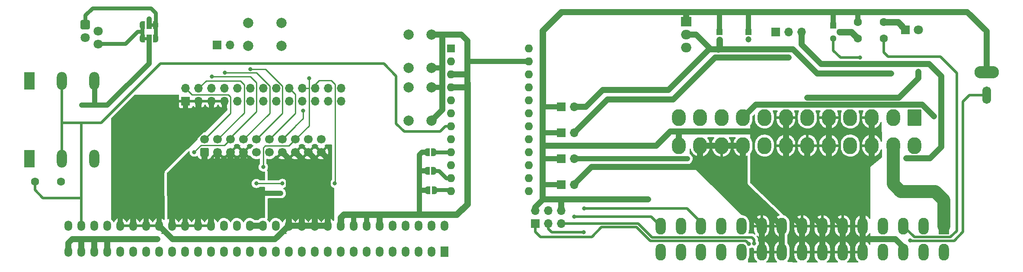
<source format=gbr>
%TF.GenerationSoftware,KiCad,Pcbnew,7.0.5*%
%TF.CreationDate,2024-11-28T08:35:35+00:00*%
%TF.ProjectId,Lisa_Floppy_Power,4c697361-5f46-46c6-9f70-70795f506f77,rev?*%
%TF.SameCoordinates,Original*%
%TF.FileFunction,Copper,L1,Top*%
%TF.FilePolarity,Positive*%
%FSLAX46Y46*%
G04 Gerber Fmt 4.6, Leading zero omitted, Abs format (unit mm)*
G04 Created by KiCad (PCBNEW 7.0.5) date 2024-11-28 08:35:35*
%MOMM*%
%LPD*%
G01*
G04 APERTURE LIST*
G04 Aperture macros list*
%AMRoundRect*
0 Rectangle with rounded corners*
0 $1 Rounding radius*
0 $2 $3 $4 $5 $6 $7 $8 $9 X,Y pos of 4 corners*
0 Add a 4 corners polygon primitive as box body*
4,1,4,$2,$3,$4,$5,$6,$7,$8,$9,$2,$3,0*
0 Add four circle primitives for the rounded corners*
1,1,$1+$1,$2,$3*
1,1,$1+$1,$4,$5*
1,1,$1+$1,$6,$7*
1,1,$1+$1,$8,$9*
0 Add four rect primitives between the rounded corners*
20,1,$1+$1,$2,$3,$4,$5,0*
20,1,$1+$1,$4,$5,$6,$7,0*
20,1,$1+$1,$6,$7,$8,$9,0*
20,1,$1+$1,$8,$9,$2,$3,0*%
%AMFreePoly0*
4,1,19,0.500000,-0.750000,0.000000,-0.750000,0.000000,-0.744911,-0.071157,-0.744911,-0.207708,-0.704816,-0.327430,-0.627875,-0.420627,-0.520320,-0.479746,-0.390866,-0.500000,-0.250000,-0.500000,0.250000,-0.479746,0.390866,-0.420627,0.520320,-0.327430,0.627875,-0.207708,0.704816,-0.071157,0.744911,0.000000,0.744911,0.000000,0.750000,0.500000,0.750000,0.500000,-0.750000,0.500000,-0.750000,
$1*%
%AMFreePoly1*
4,1,19,0.000000,0.744911,0.071157,0.744911,0.207708,0.704816,0.327430,0.627875,0.420627,0.520320,0.479746,0.390866,0.500000,0.250000,0.500000,-0.250000,0.479746,-0.390866,0.420627,-0.520320,0.327430,-0.627875,0.207708,-0.704816,0.071157,-0.744911,0.000000,-0.744911,0.000000,-0.750000,-0.500000,-0.750000,-0.500000,0.750000,0.000000,0.750000,0.000000,0.744911,0.000000,0.744911,
$1*%
%AMFreePoly2*
4,1,19,0.550000,-0.750000,0.000000,-0.750000,0.000000,-0.744911,-0.071157,-0.744911,-0.207708,-0.704816,-0.327430,-0.627875,-0.420627,-0.520320,-0.479746,-0.390866,-0.500000,-0.250000,-0.500000,0.250000,-0.479746,0.390866,-0.420627,0.520320,-0.327430,0.627875,-0.207708,0.704816,-0.071157,0.744911,0.000000,0.744911,0.000000,0.750000,0.550000,0.750000,0.550000,-0.750000,0.550000,-0.750000,
$1*%
%AMFreePoly3*
4,1,19,0.000000,0.744911,0.071157,0.744911,0.207708,0.704816,0.327430,0.627875,0.420627,0.520320,0.479746,0.390866,0.500000,0.250000,0.500000,-0.250000,0.479746,-0.390866,0.420627,-0.520320,0.327430,-0.627875,0.207708,-0.704816,0.071157,-0.744911,0.000000,-0.744911,0.000000,-0.750000,-0.550000,-0.750000,-0.550000,0.750000,0.000000,0.750000,0.000000,0.744911,0.000000,0.744911,
$1*%
G04 Aperture macros list end*
%TA.AperFunction,ComponentPad*%
%ADD10R,1.500000X2.000000*%
%TD*%
%TA.AperFunction,ComponentPad*%
%ADD11O,1.500000X2.000000*%
%TD*%
%TA.AperFunction,SMDPad,CuDef*%
%ADD12FreePoly0,0.000000*%
%TD*%
%TA.AperFunction,SMDPad,CuDef*%
%ADD13FreePoly1,0.000000*%
%TD*%
%TA.AperFunction,SMDPad,CuDef*%
%ADD14FreePoly2,180.000000*%
%TD*%
%TA.AperFunction,SMDPad,CuDef*%
%ADD15R,1.000000X1.500000*%
%TD*%
%TA.AperFunction,SMDPad,CuDef*%
%ADD16FreePoly3,180.000000*%
%TD*%
%TA.AperFunction,ComponentPad*%
%ADD17R,1.700000X1.700000*%
%TD*%
%TA.AperFunction,ComponentPad*%
%ADD18O,1.700000X1.700000*%
%TD*%
%TA.AperFunction,ComponentPad*%
%ADD19R,1.600000X1.600000*%
%TD*%
%TA.AperFunction,ComponentPad*%
%ADD20O,1.600000X1.600000*%
%TD*%
%TA.AperFunction,ComponentPad*%
%ADD21R,1.800000X1.800000*%
%TD*%
%TA.AperFunction,ComponentPad*%
%ADD22C,1.800000*%
%TD*%
%TA.AperFunction,ComponentPad*%
%ADD23RoundRect,0.250000X0.600000X-0.600000X0.600000X0.600000X-0.600000X0.600000X-0.600000X-0.600000X0*%
%TD*%
%TA.AperFunction,ComponentPad*%
%ADD24C,1.700000*%
%TD*%
%TA.AperFunction,ComponentPad*%
%ADD25C,1.600000*%
%TD*%
%TA.AperFunction,ComponentPad*%
%ADD26C,2.000000*%
%TD*%
%TA.AperFunction,ComponentPad*%
%ADD27R,1.200000X1.200000*%
%TD*%
%TA.AperFunction,ComponentPad*%
%ADD28C,1.200000*%
%TD*%
%TA.AperFunction,ComponentPad*%
%ADD29O,4.800000X2.400000*%
%TD*%
%TA.AperFunction,ComponentPad*%
%ADD30O,1.700000X3.400000*%
%TD*%
%TA.AperFunction,ComponentPad*%
%ADD31R,1.300000X1.300000*%
%TD*%
%TA.AperFunction,ComponentPad*%
%ADD32C,1.300000*%
%TD*%
%TA.AperFunction,ComponentPad*%
%ADD33RoundRect,0.250000X-0.650000X0.650000X-0.650000X-0.650000X0.650000X-0.650000X0.650000X0.650000X0*%
%TD*%
%TA.AperFunction,ComponentPad*%
%ADD34R,2.000000X3.300000*%
%TD*%
%TA.AperFunction,ComponentPad*%
%ADD35O,2.000000X3.300000*%
%TD*%
%TA.AperFunction,ComponentPad*%
%ADD36R,2.000000X3.500000*%
%TD*%
%TA.AperFunction,ComponentPad*%
%ADD37O,2.000000X3.500000*%
%TD*%
%TA.AperFunction,SMDPad,CuDef*%
%ADD38FreePoly2,0.000000*%
%TD*%
%TA.AperFunction,SMDPad,CuDef*%
%ADD39FreePoly3,0.000000*%
%TD*%
%TA.AperFunction,ComponentPad*%
%ADD40R,2.000000X1.905000*%
%TD*%
%TA.AperFunction,ComponentPad*%
%ADD41O,2.000000X1.905000*%
%TD*%
%TA.AperFunction,ComponentPad*%
%ADD42RoundRect,0.250001X1.099999X1.399999X-1.099999X1.399999X-1.099999X-1.399999X1.099999X-1.399999X0*%
%TD*%
%TA.AperFunction,ComponentPad*%
%ADD43O,2.700000X3.300000*%
%TD*%
%TA.AperFunction,ViaPad*%
%ADD44C,0.800000*%
%TD*%
%TA.AperFunction,ViaPad*%
%ADD45C,1.000000*%
%TD*%
%TA.AperFunction,Conductor*%
%ADD46C,1.200000*%
%TD*%
%TA.AperFunction,Conductor*%
%ADD47C,0.500000*%
%TD*%
%TA.AperFunction,Conductor*%
%ADD48C,1.250000*%
%TD*%
%TA.AperFunction,Conductor*%
%ADD49C,0.250000*%
%TD*%
%TA.AperFunction,Conductor*%
%ADD50C,2.540000*%
%TD*%
%TA.AperFunction,Conductor*%
%ADD51C,0.750000*%
%TD*%
%TA.AperFunction,Conductor*%
%ADD52C,1.000000*%
%TD*%
G04 APERTURE END LIST*
%TA.AperFunction,EtchedComponent*%
%TO.C,JP3*%
G36*
X77862000Y-41844500D02*
G01*
X77362000Y-41844500D01*
X77362000Y-41244500D01*
X77862000Y-41244500D01*
X77862000Y-41844500D01*
G37*
%TD.AperFunction*%
%TA.AperFunction,EtchedComponent*%
%TO.C,JP2*%
G36*
X76562000Y-44496000D02*
G01*
X76062000Y-44496000D01*
X76062000Y-43896000D01*
X76562000Y-43896000D01*
X76562000Y-44496000D01*
G37*
%TD.AperFunction*%
%TD*%
D10*
%TO.P,J16,1,Pin_1*%
%TO.N,unconnected-(J16-Pin_1-Pad1)*%
X134818500Y-85888500D03*
D11*
%TO.P,J16,2,Pin_2*%
%TO.N,N/C*%
X134818500Y-80808500D03*
%TO.P,J16,3,Pin_3*%
%TO.N,unconnected-(J16-Pin_3-Pad3)*%
X132278500Y-85888500D03*
%TO.P,J16,4,Pin_4*%
%TO.N,+5V_L*%
X132278500Y-80808500D03*
%TO.P,J16,5,Pin_5*%
%TO.N,unconnected-(J16-Pin_5-Pad5)*%
X129738500Y-85888500D03*
%TO.P,J16,6,Pin_6*%
%TO.N,+5V_L*%
X129738500Y-80808500D03*
%TO.P,J16,7,Pin_7*%
%TO.N,unconnected-(J16-Pin_7-Pad7)*%
X127198500Y-85888500D03*
%TO.P,J16,8,Pin_8*%
%TO.N,unconnected-(J16-Pin_8-Pad8)*%
X127198500Y-80808500D03*
%TO.P,J16,9,Pin_9*%
%TO.N,unconnected-(J16-Pin_9-Pad9)*%
X124658500Y-85888500D03*
%TO.P,J16,10,Pin_10*%
%TO.N,unconnected-(J16-Pin_10-Pad10)*%
X124658500Y-80808500D03*
%TO.P,J16,11,Pin_11*%
%TO.N,unconnected-(J16-Pin_11-Pad11)*%
X122118500Y-85888500D03*
%TO.P,J16,12,Pin_12*%
%TO.N,GND-L*%
X122118500Y-80808500D03*
%TO.P,J16,13,Pin_13*%
%TO.N,unconnected-(J16-Pin_13-Pad13)*%
X119578500Y-85888500D03*
%TO.P,J16,14,Pin_14*%
%TO.N,GND-L*%
X119578500Y-80808500D03*
%TO.P,J16,15,Pin_15*%
%TO.N,unconnected-(J16-Pin_15-Pad15)*%
X117038500Y-85888500D03*
%TO.P,J16,16,Pin_16*%
%TO.N,GND-L*%
X117038500Y-80808500D03*
%TO.P,J16,17,Pin_17*%
%TO.N,unconnected-(J16-Pin_17-Pad17)*%
X114498500Y-85888500D03*
%TO.P,J16,18,Pin_18*%
%TO.N,GND-L*%
X114498500Y-80808500D03*
%TO.P,J16,19,Pin_19*%
%TO.N,unconnected-(J16-Pin_19-Pad19)*%
X111958500Y-85888500D03*
%TO.P,J16,20,Pin_20*%
%TO.N,+12V-L*%
X111958500Y-80808500D03*
%TO.P,J16,21,Pin_21*%
%TO.N,unconnected-(J16-Pin_21-Pad21)*%
X109418500Y-85888500D03*
%TO.P,J16,22,Pin_22*%
%TO.N,+12V-L*%
X109418500Y-80808500D03*
%TO.P,J16,23,Pin_23*%
%TO.N,unconnected-(J16-Pin_23-Pad23)*%
X106878500Y-85888500D03*
%TO.P,J16,24,Pin_24*%
%TO.N,+12V-L*%
X106878500Y-80808500D03*
%TO.P,J16,25,Pin_25*%
%TO.N,unconnected-(J16-Pin_25-Pad25)*%
X104338500Y-85888500D03*
%TO.P,J16,26,Pin_26*%
%TO.N,+12V-L*%
X104338500Y-80808500D03*
%TO.P,J16,27,Pin_27*%
%TO.N,unconnected-(J16-Pin_27-Pad27)*%
X101798500Y-85888500D03*
%TO.P,J16,28,Pin_28*%
%TO.N,N/C*%
X101798500Y-80808500D03*
%TO.P,J16,29,Pin_29*%
%TO.N,unconnected-(J16-Pin_29-Pad29)*%
X99258500Y-85888500D03*
%TO.P,J16,30,Pin_30*%
%TO.N,+5V_L*%
X99258500Y-80808500D03*
%TO.P,J16,31,Pin_31*%
%TO.N,MOTRCLK*%
X96718500Y-85888500D03*
%TO.P,J16,32,Pin_32*%
%TO.N,+5V_L*%
X96718500Y-80808500D03*
%TO.P,J16,33,Pin_33*%
%TO.N,RDA-A*%
X94178500Y-85888500D03*
%TO.P,J16,34,Pin_34*%
%TO.N,unconnected-(J16-Pin_34-Pad34)*%
X94178500Y-80808500D03*
%TO.P,J16,35,Pin_35*%
%TO.N,HDS-A*%
X91638500Y-85888500D03*
%TO.P,J16,36,Pin_36*%
%TO.N,unconnected-(J16-Pin_36-Pad36)*%
X91638500Y-80808500D03*
%TO.P,J16,37,Pin_37*%
%TO.N,{slash}DR1-A*%
X89098500Y-85888500D03*
%TO.P,J16,38,Pin_38*%
%TO.N,GND-L*%
X89098500Y-80808500D03*
%TO.P,J16,39,Pin_39*%
%TO.N,RDA-A*%
X86558500Y-85888500D03*
%TO.P,J16,40,Pin_40*%
%TO.N,GND-L*%
X86558500Y-80808500D03*
%TO.P,J16,41,Pin_41*%
%TO.N,{slash}WRQ-A*%
X84018500Y-85888500D03*
%TO.P,J16,42,Pin_42*%
%TO.N,GND-L*%
X84018500Y-80808500D03*
%TO.P,J16,43,Pin_43*%
%TO.N,WRD-A*%
X81478500Y-85888500D03*
%TO.P,J16,44,Pin_44*%
%TO.N,GND-L*%
X81478500Y-80808500D03*
%TO.P,J16,45,Pin_45*%
%TO.N,PH3-A*%
X78938500Y-85888500D03*
%TO.P,J16,46,Pin_46*%
%TO.N,+12V-L*%
X78938500Y-80808500D03*
%TO.P,J16,47,Pin_47*%
%TO.N,PH2-A*%
X76398500Y-85888500D03*
%TO.P,J16,48,Pin_48*%
%TO.N,+12V-L*%
X76398500Y-80808500D03*
%TO.P,J16,49,Pin_49*%
%TO.N,PH1-A*%
X73858500Y-85888500D03*
%TO.P,J16,50,Pin_50*%
%TO.N,+12V-L*%
X73858500Y-80808500D03*
%TO.P,J16,51,Pin_51*%
%TO.N,PH0-A*%
X71318500Y-85888500D03*
%TO.P,J16,52,Pin_52*%
%TO.N,+12V-L*%
X71318500Y-80808500D03*
%TO.P,J16,53,Pin_53*%
%TO.N,GND-L*%
X68778500Y-85888500D03*
%TO.P,J16,54,Pin_54*%
%TO.N,PWRSW*%
X68778500Y-80808500D03*
%TO.P,J16,55,Pin_55*%
%TO.N,GND-L*%
X66238500Y-85888500D03*
%TO.P,J16,56,Pin_56*%
%TO.N,+5V_L1*%
X66238500Y-80808500D03*
%TO.P,J16,57,Pin_57*%
%TO.N,GND-L*%
X63698500Y-85888500D03*
%TO.P,J16,58,Pin_58*%
%TO.N,KBD*%
X63698500Y-80808500D03*
%TO.P,J16,59,Pin_59*%
%TO.N,GND-L*%
X61158500Y-85888500D03*
%TO.P,J16,60,Pin_60*%
%TO.N,+5V_L1*%
X61158500Y-80808500D03*
%TD*%
D12*
%TO.P,JP6,1,A*%
%TO.N,GND-L*%
X131430000Y-66421000D03*
D13*
%TO.P,JP6,2,B*%
%TO.N,CABLE*%
X132730000Y-66421000D03*
%TD*%
D14*
%TO.P,JP3,1,A*%
%TO.N,VCC{slash}GND*%
X78262000Y-41544500D03*
D15*
%TO.P,JP3,2,C*%
%TO.N,GND-L*%
X76962000Y-41544500D03*
D16*
%TO.P,JP3,3,B*%
%TO.N,GND{slash}VCC*%
X75662000Y-41544500D03*
%TD*%
D17*
%TO.P,J5,1,Pin_1*%
%TO.N,GND-R*%
X157700000Y-62621900D03*
D18*
%TO.P,J5,2,Pin_2*%
%TO.N,-5V*%
X160240000Y-62621900D03*
%TD*%
D19*
%TO.P,J15,1,D1/TX*%
%TO.N,unconnected-(J15-D1{slash}TX-Pad1)*%
X136110000Y-46111900D03*
D20*
%TO.P,J15,2,D0/RX*%
%TO.N,unconnected-(J15-D0{slash}RX-Pad2)*%
X136110000Y-48651900D03*
%TO.P,J15,3,GND*%
%TO.N,GND-L*%
X136110000Y-51191900D03*
%TO.P,J15,4,GND*%
X136110000Y-53731900D03*
%TO.P,J15,5,D2*%
%TO.N,M0110_DATA*%
X136110000Y-56271900D03*
%TO.P,J15,6,~D3*%
%TO.N,M0110_CLK*%
X136110000Y-58811900D03*
%TO.P,J15,7,D4/A6*%
%TO.N,KBD*%
X136110000Y-61351900D03*
%TO.P,J15,8,~D5*%
%TO.N,unconnected-(J15-~D5-Pad8)*%
X136110000Y-63891900D03*
%TO.P,J15,9,~D6/A7*%
%TO.N,CABLE*%
X136110000Y-66431900D03*
%TO.P,J15,10,D7*%
%TO.N,MOD*%
X136110000Y-68971900D03*
%TO.P,J15,11,D8/A8*%
%TO.N,DE{slash}FR*%
X136110000Y-71511900D03*
%TO.P,J15,12,~D9/A9*%
%TO.N,US{slash}UK*%
X136110000Y-74051900D03*
%TO.P,J15,13,~D10/A10*%
%TO.N,unconnected-(J15-~D10{slash}A10-Pad13)*%
X151350000Y-74051900D03*
%TO.P,J15,14,D16*%
%TO.N,unconnected-(J15-D16-Pad14)*%
X151350000Y-71511900D03*
%TO.P,J15,15,D14*%
%TO.N,unconnected-(J15-D14-Pad15)*%
X151350000Y-68971900D03*
%TO.P,J15,16,D15*%
%TO.N,unconnected-(J15-D15-Pad16)*%
X151350000Y-66431900D03*
%TO.P,J15,17,D18/A0*%
%TO.N,unconnected-(J15-D18{slash}A0-Pad17)*%
X151350000Y-63891900D03*
%TO.P,J15,18,D19/A1*%
%TO.N,unconnected-(J15-D19{slash}A1-Pad18)*%
X151350000Y-61351900D03*
%TO.P,J15,19,D20/A2*%
%TO.N,unconnected-(J15-D20{slash}A2-Pad19)*%
X151350000Y-58811900D03*
%TO.P,J15,20,D21/A3*%
%TO.N,unconnected-(J15-D21{slash}A3-Pad20)*%
X151350000Y-56271900D03*
%TO.P,J15,21,VCC*%
%TO.N,unconnected-(J15-VCC-Pad21)*%
X151350000Y-53731900D03*
%TO.P,J15,22,RST*%
%TO.N,KBD_RESET*%
X151350000Y-51191900D03*
%TO.P,J15,23,GND*%
%TO.N,GND-L*%
X151350000Y-48651900D03*
%TO.P,J15,24,RAW*%
%TO.N,+5V_L*%
X151350000Y-46111900D03*
%TD*%
D12*
%TO.P,JP5,1,A*%
%TO.N,GND-L*%
X131445000Y-70104000D03*
D13*
%TO.P,JP5,2,B*%
%TO.N,DE{slash}FR*%
X132745000Y-70104000D03*
%TD*%
D21*
%TO.P,D1,1,K*%
%TO.N,Net-(D1-K)*%
X225120000Y-42470000D03*
D22*
%TO.P,D1,2,A*%
%TO.N,+5V*%
X227660000Y-42470000D03*
%TD*%
D23*
%TO.P,J17,1,Pin_1*%
%TO.N,GND-L*%
X87850000Y-66431900D03*
D24*
%TO.P,J17,2,Pin_2*%
%TO.N,PH0-A*%
X87850000Y-63891900D03*
%TO.P,J17,3,Pin_3*%
%TO.N,GND-L*%
X90390000Y-66431900D03*
%TO.P,J17,4,Pin_4*%
%TO.N,PH1-A*%
X90390000Y-63891900D03*
%TO.P,J17,5,Pin_5*%
%TO.N,GND-L*%
X92930000Y-66431900D03*
%TO.P,J17,6,Pin_6*%
%TO.N,PH2-A*%
X92930000Y-63891900D03*
%TO.P,J17,7,Pin_7*%
%TO.N,GND-L*%
X95470000Y-66431900D03*
%TO.P,J17,8,Pin_8*%
%TO.N,PH3-A*%
X95470000Y-63891900D03*
%TO.P,J17,9,Pin_9*%
%TO.N,unconnected-(J17-Pin_9-Pad9)*%
X98010000Y-66431900D03*
%TO.P,J17,10,Pin_10*%
%TO.N,{slash}WRQ-A*%
X98010000Y-63891900D03*
%TO.P,J17,11,Pin_11*%
%TO.N,+5V_L*%
X100550000Y-66431900D03*
%TO.P,J17,12,Pin_12*%
%TO.N,HDS-A*%
X100550000Y-63891900D03*
%TO.P,J17,13,Pin_13*%
%TO.N,+12V-L*%
X103090000Y-66431900D03*
%TO.P,J17,14,Pin_14*%
%TO.N,{slash}DR1-A*%
X103090000Y-63891900D03*
%TO.P,J17,15,Pin_15*%
%TO.N,+12V-L*%
X105630000Y-66431900D03*
%TO.P,J17,16,Pin_16*%
%TO.N,RDA-A*%
X105630000Y-63891900D03*
%TO.P,J17,17,Pin_17*%
%TO.N,+12V-L*%
X108170000Y-66431900D03*
%TO.P,J17,18,Pin_18*%
%TO.N,WRD-A*%
X108170000Y-63891900D03*
%TO.P,J17,19,Pin_19*%
%TO.N,+12V-L*%
X110710000Y-66431900D03*
%TO.P,J17,20,Pin_20*%
%TO.N,unconnected-(J17-Pin_20-Pad20)*%
X110710000Y-63891900D03*
%TD*%
D25*
%TO.P,R3,1*%
%TO.N,GND-R*%
X215735000Y-40950000D03*
%TO.P,R3,2*%
%TO.N,Net-(D1-K)*%
X220815000Y-40950000D03*
%TD*%
D12*
%TO.P,JP4,1,A*%
%TO.N,GND-L*%
X131560000Y-73880000D03*
D13*
%TO.P,JP4,2,B*%
%TO.N,US{slash}UK*%
X132860000Y-73880000D03*
%TD*%
D17*
%TO.P,J2,1,Pin_1*%
%TO.N,GND-R*%
X157700000Y-72781900D03*
D18*
%TO.P,J2,2,Pin_2*%
%TO.N,+5V*%
X160240000Y-72781900D03*
%TD*%
D26*
%TO.P,SW5,1,1*%
%TO.N,GND-L*%
X96380000Y-41130000D03*
X102880000Y-41130000D03*
%TO.P,SW5,2,2*%
%TO.N,PWRSW*%
X96380000Y-45630000D03*
X102880000Y-45630000D03*
%TD*%
D27*
%TO.P,C1,1*%
%TO.N,GND-R*%
X188700000Y-42890000D03*
D28*
%TO.P,C1,2*%
%TO.N,-12V*%
X188700000Y-44390000D03*
%TD*%
D29*
%TO.P,J14,1*%
%TO.N,GND-R*%
X240960000Y-50780000D03*
D30*
%TO.P,J14,2*%
%TO.N,SPKR*%
X240960000Y-55280000D03*
%TD*%
D17*
%TO.P,J8,1,+12V*%
%TO.N,+12V-L*%
X84150000Y-56480000D03*
D18*
%TO.P,J8,2,PH0*%
%TO.N,PH0-A*%
X84150000Y-53940000D03*
%TO.P,J8,3,+12V*%
%TO.N,+12V-L*%
X86690000Y-56480000D03*
%TO.P,J8,4,PH1*%
%TO.N,PH1-A*%
X86690000Y-53940000D03*
%TO.P,J8,5,+12V*%
%TO.N,+12V-L*%
X89230000Y-56480000D03*
%TO.P,J8,6,PH2*%
%TO.N,PH2-A*%
X89230000Y-53940000D03*
%TO.P,J8,7,+12V*%
%TO.N,+12V-L*%
X91770000Y-56480000D03*
%TO.P,J8,8,PH3*%
%TO.N,PH3-A*%
X91770000Y-53940000D03*
%TO.P,J8,9,GND*%
%TO.N,GND-L*%
X94310000Y-56480000D03*
%TO.P,J8,10,WR*%
%TO.N,WRD-A*%
X94310000Y-53940000D03*
%TO.P,J8,11,GND*%
%TO.N,GND-L*%
X96850000Y-56480000D03*
%TO.P,J8,12,/WREQ*%
%TO.N,{slash}WRQ-A*%
X96850000Y-53940000D03*
%TO.P,J8,13,GND*%
%TO.N,GND-L*%
X99390000Y-56480000D03*
%TO.P,J8,14,RD*%
%TO.N,RDA-A*%
X99390000Y-53940000D03*
%TO.P,J8,15,GND*%
%TO.N,GND-L*%
X101930000Y-56480000D03*
%TO.P,J8,16,/DRVSEL*%
%TO.N,{slash}DR1-A*%
X101930000Y-53940000D03*
%TO.P,J8,17,N/C*%
%TO.N,N/C*%
X104470000Y-56480000D03*
%TO.P,J8,18,HEADSEL*%
%TO.N,HDS-A*%
X104470000Y-53940000D03*
%TO.P,J8,19,N/C*%
%TO.N,N/C*%
X107010000Y-56480000D03*
%TO.P,J8,20,SENSE*%
%TO.N,RDA-A*%
X107010000Y-53940000D03*
%TO.P,J8,21,+5V*%
%TO.N,+5V_L*%
X109550000Y-56480000D03*
%TO.P,J8,22,MOTRCLK*%
%TO.N,MOTRCLK*%
X109550000Y-53940000D03*
%TO.P,J8,23,+5V*%
%TO.N,+5V_L*%
X112090000Y-56480000D03*
%TO.P,J8,24,/IRQ*%
%TO.N,N/C*%
X112090000Y-53940000D03*
%TO.P,J8,25,+5V*%
X114630000Y-56480000D03*
%TO.P,J8,26,N/C*%
X114630000Y-53940000D03*
%TD*%
D31*
%TO.P,Q1,1,E*%
%TO.N,GND-R*%
X210970000Y-41670000D03*
D32*
%TO.P,Q1,2,B*%
%TO.N,Net-(Q1-B)*%
X212240000Y-42940000D03*
%TO.P,Q1,3,C*%
%TO.N,PS_ON*%
X210970000Y-44210000D03*
%TD*%
D17*
%TO.P,J10,1,Pin_1*%
%TO.N,GND-L*%
X90270000Y-45470000D03*
D18*
%TO.P,J10,2,Pin_2*%
%TO.N,PWRSW*%
X92810000Y-45470000D03*
%TD*%
D17*
%TO.P,J11,1,Pin_1*%
%TO.N,VIDEO*%
X152620000Y-80401900D03*
D18*
%TO.P,J11,2,Pin_2*%
%TO.N,GND-R*%
X152620000Y-77861900D03*
%TO.P,J11,3,Pin_3*%
%TO.N,{slash}VSYNC*%
X155160000Y-80401900D03*
%TO.P,J11,4,Pin_4*%
%TO.N,{slash}HSYNC*%
X155160000Y-77861900D03*
%TO.P,J11,5,Pin_5*%
%TO.N,SPKR*%
X157700000Y-80401900D03*
%TO.P,J11,6,Pin_6*%
%TO.N,GND-R*%
X157700000Y-77861900D03*
%TD*%
D25*
%TO.P,R1,1*%
%TO.N,ON{slash}OFF*%
X220825000Y-44200000D03*
%TO.P,R1,2*%
%TO.N,Net-(Q1-B)*%
X215745000Y-44200000D03*
%TD*%
D33*
%TO.P,J7,1*%
%TO.N,VCC{slash}GND*%
X64510000Y-41430000D03*
D22*
%TO.P,J7,2*%
%TO.N,M0110_DATA*%
X67050000Y-42700000D03*
%TO.P,J7,3*%
%TO.N,M0110_CLK*%
X64510000Y-43970000D03*
%TO.P,J7,4*%
%TO.N,GND{slash}VCC*%
X67050000Y-45240000D03*
%TD*%
D34*
%TO.P,J9,1,Pin_1*%
%TO.N,-12V*%
X232578500Y-80888500D03*
D35*
%TO.P,J9,2,Pin_2*%
%TO.N,+5VSB*%
X228618500Y-80888500D03*
%TO.P,J9,3,Pin_3*%
%TO.N,ON{slash}OFF*%
X224658500Y-80888500D03*
%TO.P,J9,4,Pin_4*%
%TO.N,VIDEO*%
X220698500Y-80888500D03*
%TO.P,J9,5,Pin_5*%
%TO.N,GND-R*%
X216738500Y-80888500D03*
%TO.P,J9,6,Pin_6*%
X212778500Y-80888500D03*
%TO.P,J9,7,Pin_7*%
X208818500Y-80888500D03*
%TO.P,J9,8,Pin_8*%
X204858500Y-80888500D03*
%TO.P,J9,9,Pin_9*%
%TO.N,+5V*%
X200898500Y-80888500D03*
%TO.P,J9,10,Pin_10*%
X196938500Y-80888500D03*
%TO.P,J9,11,Pin_11*%
%TO.N,+12V-R*%
X192978500Y-80888500D03*
%TO.P,J9,12,Pin_12*%
X189018500Y-80888500D03*
%TO.P,J9,13,Pin_13*%
%TO.N,{slash}VSYNC*%
X185058500Y-80888500D03*
%TO.P,J9,14,Pin_14*%
%TO.N,unconnected-(J9-Pin_14-Pad14)*%
X181098500Y-80888500D03*
%TO.P,J9,15,Pin_15*%
%TO.N,{slash}HSYNC*%
X177138500Y-80888500D03*
%TO.P,J9,A,Pin_A*%
%TO.N,-5V*%
X232578500Y-85968500D03*
%TO.P,J9,B,Pin_B*%
%TO.N,unconnected-(J9-Pin_B-PadB)*%
X228618500Y-85968500D03*
%TO.P,J9,C,Pin_C*%
%TO.N,GND-R*%
X224658500Y-85968500D03*
%TO.P,J9,D,Pin_D*%
%TO.N,SPKR*%
X220698500Y-85968500D03*
%TO.P,J9,E,Pin_E*%
%TO.N,GND-R*%
X216738500Y-85968500D03*
%TO.P,J9,F,Pin_F*%
X212778500Y-85968500D03*
%TO.P,J9,H,Pin_H*%
X208818500Y-85968500D03*
%TO.P,J9,J,Pin_J*%
X204858500Y-85968500D03*
%TO.P,J9,K,Pin_K*%
%TO.N,+5V*%
X200898500Y-85968500D03*
%TO.P,J9,L,Pin_L*%
X196938500Y-85968500D03*
%TO.P,J9,M,Pin_M*%
%TO.N,+12V-R*%
X192978500Y-85968500D03*
%TO.P,J9,N,Pin_N*%
X189018500Y-85968500D03*
%TO.P,J9,P,Pin_P*%
%TO.N,GND-R*%
X185058500Y-85968500D03*
%TO.P,J9,R,Pin_R*%
X181098500Y-85968500D03*
%TO.P,J9,S,Pin_S*%
%TO.N,EDGECONT*%
X177138500Y-85968500D03*
%TD*%
D36*
%TO.P,J1,1,S*%
%TO.N,GND-L*%
X53560000Y-52461900D03*
X53560000Y-67701900D03*
D37*
%TO.P,J1,2,T*%
%TO.N,+5V_L1*%
X66260000Y-52461900D03*
X66260000Y-67701900D03*
%TO.P,J1,3,R*%
%TO.N,KBD*%
X59910000Y-52461900D03*
X59910000Y-67701900D03*
%TD*%
D17*
%TO.P,J3,1,Pin_1*%
%TO.N,GND-R*%
X157700000Y-67701900D03*
D18*
%TO.P,J3,2,Pin_2*%
%TO.N,+12V-R*%
X160240000Y-67701900D03*
%TD*%
D17*
%TO.P,JP1,1,A*%
%TO.N,-5V_7905*%
X199659000Y-42926000D03*
D18*
%TO.P,JP1,2,C*%
%TO.N,-5V*%
X202199000Y-42926000D03*
%TO.P,JP1,3,B*%
%TO.N,-5V_ATX*%
X204739000Y-42926000D03*
%TD*%
D38*
%TO.P,JP2,1,A*%
%TO.N,GND{slash}VCC*%
X75662000Y-44196000D03*
D15*
%TO.P,JP2,2,C*%
%TO.N,+5V_L1*%
X76962000Y-44196000D03*
D39*
%TO.P,JP2,3,B*%
%TO.N,VCC{slash}GND*%
X78262000Y-44196000D03*
%TD*%
D26*
%TO.P,SW4,1,1*%
%TO.N,GND-L*%
X132300000Y-53731900D03*
X132300000Y-60231900D03*
%TO.P,SW4,2,2*%
%TO.N,MOD*%
X127800000Y-53731900D03*
X127800000Y-60231900D03*
%TD*%
D27*
%TO.P,C2,1*%
%TO.N,GND-R*%
X194380000Y-42867401D03*
D28*
%TO.P,C2,2*%
%TO.N,-5V_7905*%
X194380000Y-44367401D03*
%TD*%
D26*
%TO.P,SW3,1,1*%
%TO.N,GND-L*%
X132300000Y-43421900D03*
X132300000Y-49921900D03*
%TO.P,SW3,2,2*%
%TO.N,KBD_RESET*%
X127800000Y-43421900D03*
X127800000Y-49921900D03*
%TD*%
D17*
%TO.P,J6,1,Pin_1*%
%TO.N,GND-R*%
X157700000Y-57541900D03*
D18*
%TO.P,J6,2,Pin_2*%
%TO.N,-12V*%
X160240000Y-57541900D03*
%TD*%
D40*
%TO.P,U1,1,GND*%
%TO.N,GND-R*%
X182118000Y-40894000D03*
D41*
%TO.P,U1,2,VI*%
%TO.N,-12V*%
X182118000Y-43434000D03*
%TO.P,U1,3,VO*%
%TO.N,-5V_7905*%
X182118000Y-45974000D03*
%TD*%
D42*
%TO.P,J4,1,+3.3V*%
%TO.N,N/C*%
X226880000Y-59636900D03*
D43*
%TO.P,J4,2,+3.3V*%
X222680000Y-59636900D03*
%TO.P,J4,3,GND*%
%TO.N,GND-R*%
X218480000Y-59636900D03*
%TO.P,J4,4,+5V*%
%TO.N,+5V*%
X214280000Y-59636900D03*
%TO.P,J4,5,GND*%
%TO.N,GND-R*%
X210080000Y-59636900D03*
%TO.P,J4,6,+5V*%
%TO.N,+5V*%
X205880000Y-59636900D03*
%TO.P,J4,7,GND*%
%TO.N,GND-R*%
X201680000Y-59636900D03*
%TO.P,J4,8,PWR_OK*%
%TO.N,N/C*%
X197480000Y-59636900D03*
%TO.P,J4,9,+5VSB*%
%TO.N,+5VSB*%
X193280000Y-59636900D03*
%TO.P,J4,10,+12V*%
%TO.N,+12V-R*%
X189080000Y-59636900D03*
%TO.P,J4,11,+12V*%
X184880000Y-59636900D03*
%TO.P,J4,12,+3.3V*%
%TO.N,N/C*%
X180680000Y-59636900D03*
%TO.P,J4,13,+3.3V*%
X226880000Y-65136900D03*
%TO.P,J4,14,-12V*%
%TO.N,-12V*%
X222680000Y-65136900D03*
%TO.P,J4,15,GND*%
%TO.N,GND-R*%
X218480000Y-65136900D03*
%TO.P,J4,16,PS_ON#*%
%TO.N,PS_ON*%
X214280000Y-65136900D03*
%TO.P,J4,17,GND*%
%TO.N,GND-R*%
X210080000Y-65136900D03*
%TO.P,J4,18,GND*%
X205880000Y-65136900D03*
%TO.P,J4,19,GND*%
X201680000Y-65136900D03*
%TO.P,J4,20,-5V*%
%TO.N,-5V_ATX*%
X197480000Y-65136900D03*
%TO.P,J4,21,+5V*%
%TO.N,+5V*%
X193280000Y-65136900D03*
%TO.P,J4,22,+5V*%
X189080000Y-65136900D03*
%TO.P,J4,23,+5V*%
X184880000Y-65136900D03*
%TO.P,J4,24,GND*%
%TO.N,GND-R*%
X180680000Y-65136900D03*
%TD*%
D25*
%TO.P,R2,1*%
%TO.N,KBD*%
X54620000Y-72210000D03*
%TO.P,R2,2*%
%TO.N,GND-L*%
X59700000Y-72210000D03*
%TD*%
D44*
%TO.N,PS_ON*%
X216230000Y-47931000D03*
D45*
%TO.N,-12V*%
X222270200Y-51019800D03*
%TO.N,+5V*%
X227660000Y-50650000D03*
X205880000Y-55740000D03*
D44*
X214270000Y-55750600D03*
D45*
%TO.N,-5V*%
X202260000Y-47920000D03*
%TO.N,+5VSB*%
X230637000Y-59383100D03*
%TO.N,-5V_ATX*%
X225280000Y-67651400D03*
D44*
%TO.N,PH2-A*%
X89250000Y-51610000D03*
X85820000Y-66420000D03*
%TO.N,PH3-A*%
X91790000Y-50885500D03*
%TO.N,{slash}WRQ-A*%
X96830000Y-50161000D03*
%TO.N,{slash}DR1-A*%
X107100000Y-58300500D03*
%TO.N,RDA-A*%
X99340000Y-69330000D03*
X108290000Y-51950000D03*
%TO.N,VIDEO*%
X194420000Y-84370000D03*
%TO.N,{slash}VSYNC*%
X162130000Y-82120000D03*
X162150000Y-77420000D03*
%TO.N,{slash}HSYNC*%
X160210000Y-79060000D03*
%TO.N,SPKR*%
X226042900Y-83727900D03*
X195460000Y-84300000D03*
%TO.N,MOTRCLK*%
X103100000Y-72540000D03*
X97990000Y-72560000D03*
X113350000Y-72520000D03*
D45*
%TO.N,GND-L*%
X78648200Y-83425100D03*
D44*
X76962000Y-40370000D03*
D45*
X102760000Y-74450000D03*
D44*
%TO.N,+5V_L1*%
X63800000Y-57240000D03*
%TO.N,+12V-R*%
X182430000Y-67710000D03*
%TO.N,GND-R*%
X174690000Y-75700000D03*
%TD*%
D46*
%TO.N,-5V*%
X160258100Y-62621900D02*
X160240000Y-62621900D01*
X166740000Y-56140000D02*
X160258100Y-62621900D01*
X179580000Y-56140000D02*
X166740000Y-56140000D01*
X187820000Y-47900000D02*
X179580000Y-56140000D01*
X202240000Y-47900000D02*
X187820000Y-47900000D01*
X202260000Y-47920000D02*
X202240000Y-47900000D01*
%TO.N,-12V*%
X178720000Y-54260000D02*
X186740000Y-46240000D01*
X165830000Y-54260000D02*
X178720000Y-54260000D01*
X186740000Y-46240000D02*
X186890000Y-46240000D01*
X160240000Y-57541900D02*
X162548100Y-57541900D01*
X162548100Y-57541900D02*
X165830000Y-54260000D01*
%TO.N,GND-R*%
X176280000Y-65150000D02*
X154160000Y-65150000D01*
X179050000Y-62380000D02*
X176280000Y-65150000D01*
X180680000Y-62380000D02*
X179050000Y-62380000D01*
X180680000Y-65136900D02*
X180680000Y-62380000D01*
D47*
%TO.N,SPKR*%
X236360000Y-56520000D02*
X237600000Y-55280000D01*
X236360000Y-82040000D02*
X236360000Y-56520000D01*
X234640000Y-83760000D02*
X236360000Y-82040000D01*
X226075000Y-83760000D02*
X234640000Y-83760000D01*
X237600000Y-55280000D02*
X240960000Y-55280000D01*
X226042900Y-83727900D02*
X226075000Y-83760000D01*
%TO.N,PS_ON*%
X216230000Y-47931000D02*
X212401000Y-47931000D01*
X212401000Y-47931000D02*
X210970000Y-46500000D01*
X210970000Y-46500000D02*
X210970000Y-44210000D01*
D48*
%TO.N,Net-(D1-K)*%
X220815000Y-40950000D02*
X223600000Y-40950000D01*
X223600000Y-40950000D02*
X225120000Y-42470000D01*
D47*
%TO.N,KBD*%
X122980000Y-49110000D02*
X79190000Y-49110000D01*
X54620000Y-72210000D02*
X54620000Y-73790000D01*
X79190000Y-49110000D02*
X67580000Y-60720000D01*
X59910000Y-52461900D02*
X59910000Y-60040000D01*
X56210000Y-75380000D02*
X63698500Y-75380000D01*
X126920000Y-62360000D02*
X125380000Y-60820000D01*
X63690000Y-60720000D02*
X59917000Y-60720000D01*
X63698500Y-75380000D02*
X63698500Y-60728500D01*
X63698500Y-80808500D02*
X63698500Y-75380000D01*
X63698500Y-60728500D02*
X63690000Y-60720000D01*
X59917000Y-60720000D02*
X59910000Y-60713000D01*
X125380000Y-60820000D02*
X125380000Y-51510000D01*
X125380000Y-51510000D02*
X122980000Y-49110000D01*
X59910000Y-60713000D02*
X59910000Y-60040000D01*
X134983000Y-61351900D02*
X133974900Y-62360000D01*
X59910000Y-67701900D02*
X59910000Y-60040000D01*
X54620000Y-73790000D02*
X56210000Y-75380000D01*
X67580000Y-60720000D02*
X63690000Y-60720000D01*
X133974900Y-62360000D02*
X126920000Y-62360000D01*
X136110000Y-61351900D02*
X134983000Y-61351900D01*
D49*
%TO.N,ON{slash}OFF*%
X224658000Y-80888000D02*
X224658000Y-80147100D01*
X224658000Y-80147100D02*
X224658000Y-80394200D01*
X224658500Y-80147600D02*
X224658500Y-80888500D01*
D47*
X221690000Y-47720000D02*
X231920000Y-47720000D01*
D49*
X224658000Y-80147100D02*
X224658500Y-80147600D01*
D47*
X220825000Y-46855000D02*
X221690000Y-47720000D01*
X235130000Y-50930000D02*
X235130000Y-81810000D01*
X226830000Y-83060000D02*
X224658000Y-80888000D01*
X231920000Y-47720000D02*
X235130000Y-50930000D01*
X220825000Y-44200000D02*
X220825000Y-46855000D01*
X235130000Y-81810000D02*
X233880000Y-83060000D01*
X233880000Y-83060000D02*
X226830000Y-83060000D01*
D48*
%TO.N,Net-(Q1-B)*%
X214485000Y-42940000D02*
X215745000Y-44200000D01*
X212240000Y-42940000D02*
X214485000Y-42940000D01*
D46*
%TO.N,-12V*%
X232578000Y-80798800D02*
X232578000Y-80843600D01*
D50*
X232578000Y-80798800D02*
X232578000Y-80843600D01*
D46*
X186890000Y-46240000D02*
X184760000Y-44110000D01*
X222270200Y-51019800D02*
X222270000Y-51020000D01*
X232578000Y-79454500D02*
X232578000Y-80171500D01*
D50*
X232578000Y-80888400D02*
X232578000Y-80888500D01*
D46*
X186910000Y-46260000D02*
X186890000Y-46240000D01*
X184760000Y-44110000D02*
X184760000Y-44090000D01*
X232578000Y-80886000D02*
X232578000Y-80887200D01*
D50*
X232578000Y-80883000D02*
X232578000Y-80883500D01*
X232578000Y-80887700D02*
X232578000Y-80888100D01*
X232578000Y-80866500D02*
X232578000Y-80877500D01*
X232578000Y-80886000D02*
X232578000Y-80887200D01*
D46*
X232578000Y-80843600D02*
X232578000Y-80866000D01*
X232578000Y-80887700D02*
X232578000Y-80888100D01*
D50*
X232578000Y-80883500D02*
X232578000Y-80886000D01*
D46*
X184760000Y-44090000D02*
X184104000Y-43434000D01*
X232578000Y-80883000D02*
X232578000Y-80883500D01*
D50*
X232578000Y-80877500D02*
X232578000Y-80883000D01*
X232578000Y-80888300D02*
X232578000Y-80888400D01*
D48*
X188700000Y-45950000D02*
X188390000Y-46260000D01*
D50*
X230910000Y-74150000D02*
X232578000Y-75818000D01*
D46*
X232578400Y-80888400D02*
X232578500Y-80888500D01*
D50*
X222680000Y-65136900D02*
X222680000Y-72640000D01*
D46*
X203030000Y-46260000D02*
X188390000Y-46260000D01*
X222270000Y-51020000D02*
X207790000Y-51020000D01*
X232578000Y-80709200D02*
X232578000Y-80798800D01*
D50*
X232578000Y-80843600D02*
X232578000Y-80866000D01*
D46*
X232578000Y-80866500D02*
X232578000Y-80877500D01*
D50*
X224190000Y-74150000D02*
X230910000Y-74150000D01*
D46*
X184104000Y-43434000D02*
X182118000Y-43434000D01*
D50*
X232578000Y-79454500D02*
X232578000Y-80171500D01*
X222680000Y-72640000D02*
X224190000Y-74150000D01*
D46*
X232578000Y-80171500D02*
X232578000Y-80709200D01*
D50*
X232578000Y-80171500D02*
X232578000Y-80709200D01*
D46*
X232578000Y-80866000D02*
X232578000Y-80866500D01*
X207790000Y-51020000D02*
X203030000Y-46260000D01*
D50*
X232578000Y-80887200D02*
X232578000Y-80887700D01*
X232578000Y-80888100D02*
X232578000Y-80888300D01*
D46*
X232578000Y-80888400D02*
X232578000Y-80888500D01*
X232578000Y-80877500D02*
X232578000Y-80883000D01*
X232578000Y-80888400D02*
X232578400Y-80888400D01*
X232578000Y-80887200D02*
X232578000Y-80887700D01*
D50*
X232578000Y-80709200D02*
X232578000Y-80798800D01*
X232578000Y-80866000D02*
X232578000Y-80866500D01*
D46*
X232578000Y-80888100D02*
X232578000Y-80888300D01*
D50*
X232578000Y-75818000D02*
X232578000Y-79454500D01*
D46*
X232578000Y-80883500D02*
X232578000Y-80886000D01*
X232578000Y-80888300D02*
X232578000Y-80888400D01*
D48*
X188700000Y-44390000D02*
X188700000Y-45950000D01*
D46*
X188390000Y-46260000D02*
X186910000Y-46260000D01*
%TO.N,+5V*%
X184880000Y-65136900D02*
X189080000Y-65136900D01*
X227660000Y-50650000D02*
X227660000Y-51919900D01*
X223829300Y-55750600D02*
X214270000Y-55750600D01*
X200898000Y-80888500D02*
X200898000Y-85968500D01*
X184880000Y-68830000D02*
X185402000Y-69352300D01*
X205890600Y-55750600D02*
X214270000Y-55750600D01*
X227660000Y-51919900D02*
X223829300Y-55750600D01*
X163607700Y-69352300D02*
X160240000Y-72720000D01*
X185402000Y-69352300D02*
X196938000Y-80888500D01*
X184880000Y-65136900D02*
X184880000Y-68830000D01*
X193280000Y-73270000D02*
X200898000Y-80888500D01*
X185402000Y-69352300D02*
X163607700Y-69352300D01*
X196938000Y-80888500D02*
X196938000Y-85968500D01*
X189080000Y-65136900D02*
X193280000Y-65136900D01*
X205880000Y-55740000D02*
X205890600Y-55750600D01*
X193280000Y-65136900D02*
X193280000Y-73270000D01*
X160240000Y-72720000D02*
X160240000Y-72781900D01*
D49*
%TO.N,VCC{slash}GND*%
X78262000Y-41544500D02*
X78262000Y-41102900D01*
D51*
X78262000Y-39172000D02*
X78262000Y-44196000D01*
X64510000Y-41430000D02*
X64510000Y-39630000D01*
X77350000Y-38260000D02*
X78262000Y-39172000D01*
X64510000Y-39630000D02*
X65880000Y-38260000D01*
X65880000Y-38260000D02*
X77350000Y-38260000D01*
D52*
X78266500Y-41540000D02*
X78262000Y-41544500D01*
D51*
%TO.N,GND{slash}VCC*%
X72320000Y-45210000D02*
X67080000Y-45210000D01*
X67080000Y-45210000D02*
X67050000Y-45240000D01*
X74680000Y-42850000D02*
X72320000Y-45210000D01*
X75662000Y-44196000D02*
X75662000Y-41544500D01*
X75662000Y-42850000D02*
X74680000Y-42850000D01*
X75662000Y-44196000D02*
X75662000Y-42850000D01*
D46*
%TO.N,+5VSB*%
X228404000Y-57150600D02*
X230637000Y-59383100D01*
X195766000Y-57150600D02*
X228404000Y-57150600D01*
X193280000Y-59636900D02*
X195766000Y-57150600D01*
%TO.N,-5V_ATX*%
X229898600Y-67651400D02*
X232099000Y-65451000D01*
X232099000Y-51549000D02*
X229710800Y-49160800D01*
X225280000Y-67651400D02*
X229898600Y-67651400D01*
X229710800Y-49160800D02*
X208570800Y-49160800D01*
X204739000Y-45329000D02*
X204739000Y-42926000D01*
X232099000Y-65451000D02*
X232099000Y-51549000D01*
X208570800Y-49160800D02*
X204739000Y-45329000D01*
D49*
%TO.N,PH0-A*%
X84150000Y-53940000D02*
X85350000Y-55140000D01*
X92480000Y-55140000D02*
X92950000Y-55610000D01*
X92950000Y-55610000D02*
X92950000Y-58791900D01*
X92950000Y-58791900D02*
X87850000Y-63891900D01*
X85350000Y-55140000D02*
X92480000Y-55140000D01*
%TO.N,PH1-A*%
X95590000Y-53190000D02*
X95590000Y-58691900D01*
X94860000Y-52460000D02*
X95590000Y-53190000D01*
X88170000Y-52460000D02*
X94860000Y-52460000D01*
X86690000Y-53940000D02*
X88170000Y-52460000D01*
X95590000Y-58691900D02*
X90390000Y-63891900D01*
%TO.N,PH2-A*%
X85820000Y-66378800D02*
X87130000Y-65068800D01*
X96830000Y-51610000D02*
X89250000Y-51610000D01*
X92930000Y-63580000D02*
X98025000Y-58485000D01*
X87130000Y-65068800D02*
X91753100Y-65068800D01*
X91753100Y-65068800D02*
X92930000Y-63891900D01*
X98025000Y-52805000D02*
X96830000Y-51610000D01*
X92930000Y-63891900D02*
X92930000Y-63580000D01*
X85820000Y-66420000D02*
X85820000Y-66378800D01*
X98025000Y-58485000D02*
X98025000Y-52805000D01*
%TO.N,PH3-A*%
X97997201Y-50885500D02*
X100580000Y-53468299D01*
X100580000Y-53468299D02*
X100580000Y-58781900D01*
X100580000Y-58781900D02*
X95470000Y-63891900D01*
X91790000Y-50885500D02*
X97997201Y-50885500D01*
%TO.N,{slash}WRQ-A*%
X103105000Y-53453299D02*
X99811701Y-50160000D01*
X99811701Y-50160000D02*
X96830000Y-50160000D01*
X98010000Y-63891900D02*
X103105000Y-58796900D01*
X103105000Y-58796900D02*
X103105000Y-53453299D01*
X96830000Y-50160000D02*
X96830000Y-50161000D01*
%TO.N,HDS-A*%
X105645000Y-55115000D02*
X105645000Y-58796900D01*
X104470000Y-53940000D02*
X105645000Y-55115000D01*
X105645000Y-58796900D02*
X100550000Y-63891900D01*
%TO.N,{slash}DR1-A*%
X107100000Y-59850000D02*
X107100000Y-58300500D01*
X105645000Y-61336900D02*
X105645000Y-61305000D01*
X105645000Y-61305000D02*
X107100000Y-59850000D01*
X103090000Y-63891900D02*
X105645000Y-61336900D01*
%TO.N,RDA-A*%
X108290000Y-51950000D02*
X108290000Y-53940000D01*
X108290000Y-53940000D02*
X108290000Y-61231900D01*
X108290000Y-61231900D02*
X105630000Y-63891900D01*
X99340000Y-69330000D02*
X99340000Y-65550000D01*
X99728100Y-65161900D02*
X104360000Y-65161900D01*
X107010000Y-53940000D02*
X108290000Y-53940000D01*
X99340000Y-65550000D02*
X99728100Y-65161900D01*
X104360000Y-65161900D02*
X105630000Y-63891900D01*
D47*
%TO.N,VIDEO*%
X153620000Y-83010000D02*
X163660000Y-83010000D01*
X152620000Y-82010000D02*
X153620000Y-83010000D01*
X175140428Y-83800000D02*
X193850000Y-83800000D01*
X163660000Y-83010000D02*
X165568100Y-81101900D01*
X165568100Y-81101900D02*
X172442328Y-81101900D01*
X172442328Y-81101900D02*
X175140428Y-83800000D01*
X193850000Y-83800000D02*
X194420000Y-84370000D01*
X152620000Y-80401900D02*
X152620000Y-82010000D01*
%TO.N,{slash}VSYNC*%
X162110000Y-82140000D02*
X162130000Y-82120000D01*
X167330000Y-77430000D02*
X182340900Y-77430000D01*
X167320000Y-77420000D02*
X167330000Y-77430000D01*
D49*
X185058000Y-80147100D02*
X185058500Y-80147600D01*
D47*
X155160000Y-80401900D02*
X155160000Y-81460000D01*
X155840000Y-82140000D02*
X162110000Y-82140000D01*
X155160000Y-81460000D02*
X155840000Y-82140000D01*
D49*
X185058500Y-80147600D02*
X185058500Y-80888500D01*
X185058000Y-80147100D02*
X185058000Y-80394200D01*
D47*
X182340900Y-77430000D02*
X185058000Y-80147100D01*
X162150000Y-77420000D02*
X167320000Y-77420000D01*
D49*
%TO.N,{slash}HSYNC*%
X176533000Y-80282800D02*
X177138000Y-80888500D01*
D47*
X175330000Y-79080000D02*
X176532000Y-80282000D01*
X177138000Y-80888500D02*
X176532000Y-80282800D01*
X160230000Y-79080000D02*
X175330000Y-79080000D01*
D49*
X177138500Y-80888500D02*
X177138000Y-80888500D01*
X176532000Y-80282800D02*
X176533000Y-80282800D01*
D47*
X176532000Y-80282000D02*
X176532000Y-80282800D01*
X160210000Y-79060000D02*
X160230000Y-79080000D01*
D49*
%TO.N,SPKR*%
X195181000Y-83274400D02*
X195181000Y-83274500D01*
D47*
X157700000Y-80401900D02*
X172732278Y-80401900D01*
X172732278Y-80401900D02*
X175430378Y-83100000D01*
X195460000Y-84300000D02*
X195460000Y-83553500D01*
X195006600Y-83100000D02*
X195181000Y-83274400D01*
X195460000Y-83553500D02*
X195181000Y-83274500D01*
X175430378Y-83100000D02*
X195006600Y-83100000D01*
D51*
%TO.N,US{slash}UK*%
X135898100Y-73840000D02*
X132768100Y-73840000D01*
X136110000Y-74051900D02*
X135898100Y-73840000D01*
%TO.N,DE{slash}FR*%
X135131900Y-71511900D02*
X133724000Y-70104000D01*
X136110000Y-71511900D02*
X135131900Y-71511900D01*
X133724000Y-70104000D02*
X132745000Y-70104000D01*
%TO.N,CABLE*%
X136110000Y-66431900D02*
X132741000Y-66431900D01*
D49*
X132741000Y-66431900D02*
X132730000Y-66421000D01*
%TO.N,MOTRCLK*%
X103100000Y-72540000D02*
X103080000Y-72560000D01*
X109550000Y-53140000D02*
X109550000Y-53940000D01*
X113410000Y-72460000D02*
X113410000Y-53160000D01*
X103080000Y-72560000D02*
X97990000Y-72560000D01*
X110270000Y-52420000D02*
X109550000Y-53140000D01*
X113350000Y-72520000D02*
X113410000Y-72460000D01*
X112670000Y-52420000D02*
X110270000Y-52420000D01*
X113410000Y-53160000D02*
X112670000Y-52420000D01*
D52*
%TO.N,GND-L*%
X90390000Y-69490000D02*
X90390000Y-66431900D01*
X132300000Y-53731900D02*
X134408100Y-53731900D01*
D46*
X78648200Y-83425100D02*
X68974900Y-83425100D01*
D48*
X114498500Y-80808500D02*
X114498500Y-79261500D01*
D46*
X63698500Y-83425100D02*
X61914900Y-83425100D01*
D52*
X134401900Y-49921900D02*
X134410000Y-49930000D01*
D46*
X86558500Y-78081500D02*
X86558500Y-80808500D01*
D48*
X139330000Y-76570000D02*
X139330000Y-52850000D01*
X119570000Y-78670000D02*
X122080000Y-78670000D01*
D52*
X76962000Y-40370000D02*
X76962000Y-41544500D01*
X84018500Y-80808500D02*
X84018500Y-75861500D01*
X84018500Y-75861500D02*
X90390000Y-69490000D01*
D46*
X139330000Y-48650000D02*
X139330000Y-52850000D01*
X61914900Y-83425100D02*
X61158500Y-84181500D01*
X92930000Y-66431900D02*
X92930000Y-71710000D01*
X134410000Y-58121900D02*
X132300000Y-60231900D01*
D52*
X131445000Y-70104000D02*
X129900000Y-70104000D01*
D46*
X139330000Y-51191900D02*
X136110000Y-51191900D01*
D47*
X129900000Y-68570000D02*
X129900000Y-70104000D01*
D46*
X134410000Y-49930000D02*
X134410000Y-53730000D01*
X87850000Y-68530000D02*
X87850000Y-66431900D01*
X66238500Y-83425100D02*
X63698500Y-83425100D01*
D52*
X97200000Y-74450000D02*
X95470000Y-72720000D01*
D46*
X81478500Y-80808500D02*
X81478500Y-74901500D01*
D52*
X132300000Y-49921900D02*
X134401900Y-49921900D01*
D48*
X114498500Y-79261500D02*
X115090000Y-78670000D01*
X115090000Y-78670000D02*
X117040000Y-78670000D01*
D46*
X66238500Y-85888500D02*
X66238500Y-83425100D01*
X81478500Y-74901500D02*
X87850000Y-68530000D01*
D48*
X137230000Y-78670000D02*
X139330000Y-76570000D01*
D46*
X93753000Y-74437000D02*
X95470000Y-72720000D01*
X134410000Y-43440000D02*
X134410000Y-49930000D01*
X139330000Y-48650000D02*
X139330000Y-51191900D01*
D52*
X130429000Y-66421000D02*
X129900000Y-66950000D01*
D46*
X122118500Y-80808500D02*
X122118500Y-78708500D01*
D52*
X129993000Y-73880000D02*
X129900000Y-73787000D01*
D46*
X138160000Y-43440000D02*
X134410000Y-43440000D01*
X61158500Y-84181500D02*
X61158500Y-85888500D01*
D52*
X129900000Y-68570000D02*
X129900000Y-78640000D01*
X131560000Y-73880000D02*
X129993000Y-73880000D01*
X117038500Y-80808500D02*
X117038500Y-78671500D01*
D46*
X122118500Y-78708500D02*
X122080000Y-78670000D01*
X139330000Y-48650000D02*
X139330000Y-44610000D01*
D52*
X129900000Y-66950000D02*
X129900000Y-68570000D01*
X102760000Y-74450000D02*
X97200000Y-74450000D01*
D46*
X68778500Y-83621500D02*
X68778500Y-85888500D01*
X139330000Y-44610000D02*
X138160000Y-43440000D01*
D52*
X134408100Y-53731900D02*
X134410000Y-53730000D01*
D46*
X93753000Y-74437000D02*
X89098500Y-79091500D01*
X95470000Y-72720000D02*
X95470000Y-66431900D01*
D48*
X117040000Y-78670000D02*
X119570000Y-78670000D01*
D46*
X134410000Y-53730000D02*
X134410000Y-58121900D01*
D52*
X117038500Y-78671500D02*
X117040000Y-78670000D01*
D48*
X122080000Y-78670000D02*
X129870000Y-78670000D01*
D46*
X86558500Y-78081500D02*
X92930000Y-71710000D01*
X132318100Y-43440000D02*
X132288100Y-43410000D01*
D48*
X129870000Y-78670000D02*
X137230000Y-78670000D01*
D46*
X68974900Y-83425100D02*
X68778500Y-83621500D01*
X63698500Y-83425100D02*
X63698500Y-85888500D01*
X89098500Y-79091500D02*
X89098500Y-80808500D01*
X134410000Y-43440000D02*
X132318100Y-43440000D01*
D52*
X119578500Y-80808500D02*
X119578500Y-78678500D01*
X139331900Y-48651900D02*
X151350000Y-48651900D01*
D46*
X139330000Y-53731900D02*
X136110000Y-53731900D01*
D52*
X139330000Y-48650000D02*
X139331900Y-48651900D01*
X129900000Y-78640000D02*
X129870000Y-78670000D01*
X119578500Y-78678500D02*
X119570000Y-78670000D01*
D46*
X66238500Y-83425100D02*
X68974900Y-83425100D01*
D47*
X129900000Y-70104000D02*
X129900000Y-73787000D01*
D46*
X139330000Y-52850000D02*
X139330000Y-53731900D01*
D52*
X131430000Y-66421000D02*
X130429000Y-66421000D01*
%TO.N,+12V-L*%
X91770000Y-57779868D02*
X78938500Y-70611368D01*
X91770000Y-56480000D02*
X91770000Y-57779868D01*
D46*
X104338500Y-80808500D02*
X106878000Y-80808500D01*
X109418500Y-80808500D02*
X109418000Y-80808500D01*
X106878000Y-80808500D02*
X106878500Y-80808500D01*
X111958000Y-80808500D02*
X111958000Y-67680400D01*
X104338000Y-67680400D02*
X103090000Y-66431900D01*
X73858500Y-70991500D02*
X86690000Y-58160000D01*
D52*
X76398500Y-70801500D02*
X76398500Y-80808500D01*
D46*
X109418000Y-67680400D02*
X108170000Y-66431900D01*
D52*
X78938500Y-70611368D02*
X78938500Y-80808500D01*
X89230000Y-56480000D02*
X89230000Y-57970000D01*
D46*
X104338000Y-80808500D02*
X101666500Y-83480000D01*
X106878000Y-67680400D02*
X105630000Y-66431900D01*
X73858500Y-80808500D02*
X73858500Y-70991500D01*
X86690000Y-58160000D02*
X86690000Y-56480000D01*
X111958000Y-67680400D02*
X110710000Y-66431900D01*
D52*
X84150000Y-58550000D02*
X71318500Y-71381500D01*
D46*
X104338000Y-80808500D02*
X104338000Y-67680400D01*
X111958000Y-80808500D02*
X109418500Y-80808500D01*
D52*
X84150000Y-56480000D02*
X84150000Y-58550000D01*
D46*
X101666500Y-83480000D02*
X81610000Y-83480000D01*
X109418000Y-80808500D02*
X109418000Y-67680400D01*
D52*
X71318500Y-71381500D02*
X71318500Y-80808500D01*
X89230000Y-57970000D02*
X76398500Y-70801500D01*
D46*
X81610000Y-83480000D02*
X78938500Y-80808500D01*
X104338000Y-80808500D02*
X104338500Y-80808500D01*
X106878500Y-80808500D02*
X109418000Y-80808500D01*
X106878000Y-80808500D02*
X106878000Y-67680400D01*
%TO.N,+5V_L*%
X132278000Y-80808400D02*
X132278400Y-80808400D01*
X99258500Y-80808500D02*
X96718500Y-80808500D01*
X132278400Y-80808400D02*
X132278500Y-80808500D01*
X132278000Y-80808400D02*
X132278000Y-80808500D01*
D52*
%TO.N,+5V_L1*%
X68804100Y-57230000D02*
X64280000Y-57230000D01*
X63810000Y-57230000D02*
X66330000Y-57230000D01*
X76962000Y-49072100D02*
X68804100Y-57230000D01*
X63800000Y-57240000D02*
X63810000Y-57230000D01*
X66330000Y-52531900D02*
X66260000Y-52461900D01*
X76962000Y-44196000D02*
X76962000Y-49072100D01*
X66330000Y-57230000D02*
X66330000Y-52531900D01*
%TO.N,+12V-R*%
X182421900Y-67701900D02*
X182430000Y-67710000D01*
X160240000Y-67701900D02*
X182421900Y-67701900D01*
%TO.N,GND-R*%
X157700000Y-72781900D02*
X154781900Y-72781900D01*
D46*
X157081900Y-75701900D02*
X157083800Y-75700000D01*
X240960000Y-42750000D02*
X240960000Y-50780000D01*
X223100000Y-83430000D02*
X216738500Y-83430000D01*
D52*
X210970000Y-39030000D02*
X210920000Y-38980000D01*
X154161900Y-57541900D02*
X157700000Y-57541900D01*
D46*
X204858000Y-80888500D02*
X201680000Y-77710000D01*
X205880000Y-65136900D02*
X205880000Y-77950000D01*
X208818000Y-80888500D02*
X208818000Y-85968500D01*
D48*
X154050000Y-42630000D02*
X157700000Y-38980000D01*
D52*
X188700000Y-38990000D02*
X188690000Y-38980000D01*
D46*
X212778000Y-80888500D02*
X212778000Y-85968500D01*
X216738000Y-69462000D02*
X216738000Y-85968500D01*
X218480000Y-65136900D02*
X218480000Y-59636900D01*
X157560000Y-75700000D02*
X157700000Y-75840000D01*
X204858000Y-85968500D02*
X204858000Y-80888500D01*
X210080000Y-65136900D02*
X210080000Y-78190000D01*
X152620000Y-77180000D02*
X154098100Y-75701900D01*
X152620000Y-77861900D02*
X152620000Y-77180000D01*
X201680000Y-77710000D02*
X201680000Y-65136900D01*
X180680000Y-62386900D02*
X180680000Y-65136900D01*
X157700000Y-75840000D02*
X157700000Y-77861900D01*
D52*
X154050000Y-56830000D02*
X154050000Y-57430000D01*
D46*
X157083800Y-75700000D02*
X157560000Y-75700000D01*
X182118000Y-40894000D02*
X182118000Y-38982000D01*
X210920000Y-38980000D02*
X215700000Y-38980000D01*
X210080000Y-65136900D02*
X210080000Y-59636900D01*
X182118000Y-38982000D02*
X182120000Y-38980000D01*
D52*
X194380000Y-39000000D02*
X194360000Y-38980000D01*
X215735000Y-39015000D02*
X215700000Y-38980000D01*
D46*
X218480000Y-67720000D02*
X216738000Y-69462000D01*
D52*
X210970000Y-41670000D02*
X210970000Y-39030000D01*
D46*
X210080000Y-78190000D02*
X212778000Y-80888500D01*
X201680000Y-62386900D02*
X201680000Y-59636900D01*
X188690000Y-38980000D02*
X194360000Y-38980000D01*
D52*
X188700000Y-42890000D02*
X188700000Y-38990000D01*
D46*
X154098100Y-75701900D02*
X157081900Y-75701900D01*
X215700000Y-38980000D02*
X237190000Y-38980000D01*
X237190000Y-38980000D02*
X240960000Y-42750000D01*
X205880000Y-77950000D02*
X208818000Y-80888500D01*
X224658500Y-85968500D02*
X224658500Y-84988500D01*
X154050000Y-56830000D02*
X154050000Y-75691900D01*
X157700000Y-38980000D02*
X182120000Y-38980000D01*
D52*
X157700000Y-67701900D02*
X154081900Y-67701900D01*
D46*
X201680000Y-65136900D02*
X201680000Y-62386900D01*
X201680000Y-62386900D02*
X180680000Y-62386900D01*
D52*
X154191900Y-62621900D02*
X157700000Y-62621900D01*
D46*
X224658500Y-84988500D02*
X223100000Y-83430000D01*
D48*
X154050000Y-56830000D02*
X154050000Y-42630000D01*
D46*
X216738500Y-83430000D02*
X216738500Y-85968500D01*
D52*
X194380000Y-42867401D02*
X194380000Y-39000000D01*
X215735000Y-40950000D02*
X215735000Y-39015000D01*
D46*
X182120000Y-38980000D02*
X188690000Y-38980000D01*
X174690000Y-75700000D02*
X157083800Y-75700000D01*
X194360000Y-38980000D02*
X210920000Y-38980000D01*
D52*
X154050000Y-57430000D02*
X154161900Y-57541900D01*
D46*
X218480000Y-65136900D02*
X218480000Y-67720000D01*
%TD*%
%TA.AperFunction,Conductor*%
%TO.N,GND-L*%
G36*
X83549818Y-80594460D02*
G01*
X83508500Y-80735173D01*
X83508500Y-80881827D01*
X83549818Y-81022540D01*
X83572928Y-81058500D01*
X81924072Y-81058500D01*
X81947182Y-81022540D01*
X81988500Y-80881827D01*
X81988500Y-80735173D01*
X81947182Y-80594460D01*
X81924072Y-80558500D01*
X83572928Y-80558500D01*
X83549818Y-80594460D01*
G37*
%TD.AperFunction*%
%TA.AperFunction,Conductor*%
G36*
X86089818Y-80594460D02*
G01*
X86048500Y-80735173D01*
X86048500Y-80881827D01*
X86089818Y-81022540D01*
X86112928Y-81058500D01*
X84464072Y-81058500D01*
X84487182Y-81022540D01*
X84528500Y-80881827D01*
X84528500Y-80735173D01*
X84487182Y-80594460D01*
X84464072Y-80558500D01*
X86112928Y-80558500D01*
X86089818Y-80594460D01*
G37*
%TD.AperFunction*%
%TA.AperFunction,Conductor*%
G36*
X88629818Y-80594460D02*
G01*
X88588500Y-80735173D01*
X88588500Y-80881827D01*
X88629818Y-81022540D01*
X88652928Y-81058500D01*
X87004072Y-81058500D01*
X87027182Y-81022540D01*
X87068500Y-80881827D01*
X87068500Y-80735173D01*
X87027182Y-80594460D01*
X87004072Y-80558500D01*
X88652928Y-80558500D01*
X88629818Y-80594460D01*
G37*
%TD.AperFunction*%
%TA.AperFunction,Conductor*%
G36*
X84841377Y-66225924D02*
G01*
X84897310Y-66267796D01*
X84921727Y-66333260D01*
X84921364Y-66355066D01*
X84920443Y-66363833D01*
X84914540Y-66420000D01*
X84934326Y-66608256D01*
X84934327Y-66608259D01*
X84992818Y-66788277D01*
X84992821Y-66788284D01*
X85087467Y-66952216D01*
X85196835Y-67073681D01*
X85214129Y-67092888D01*
X85367265Y-67204148D01*
X85367270Y-67204151D01*
X85540192Y-67281142D01*
X85540197Y-67281144D01*
X85725354Y-67320500D01*
X85725355Y-67320500D01*
X85914644Y-67320500D01*
X85914646Y-67320500D01*
X86099803Y-67281144D01*
X86272730Y-67204151D01*
X86332347Y-67160836D01*
X86398153Y-67137357D01*
X86466207Y-67153182D01*
X86514902Y-67203288D01*
X86522938Y-67222150D01*
X86565642Y-67351021D01*
X86565643Y-67351024D01*
X86657684Y-67500245D01*
X86781654Y-67624215D01*
X86930875Y-67716256D01*
X86930880Y-67716258D01*
X87097302Y-67771405D01*
X87097309Y-67771406D01*
X87200019Y-67781899D01*
X87599999Y-67781899D01*
X87600000Y-67781898D01*
X87600000Y-66867401D01*
X87707685Y-66916580D01*
X87814237Y-66931900D01*
X87885763Y-66931900D01*
X87992315Y-66916580D01*
X88100000Y-66867401D01*
X88100000Y-67781899D01*
X88499972Y-67781899D01*
X88499986Y-67781898D01*
X88602697Y-67771405D01*
X88769119Y-67716258D01*
X88769124Y-67716256D01*
X88918345Y-67624215D01*
X89042315Y-67500245D01*
X89134356Y-67351024D01*
X89134359Y-67351017D01*
X89158281Y-67278824D01*
X89198053Y-67221379D01*
X89262568Y-67194555D01*
X89273911Y-67194435D01*
X89906922Y-66561423D01*
X89930507Y-66641744D01*
X90008239Y-66762698D01*
X90116900Y-66856852D01*
X90247685Y-66916580D01*
X90257465Y-66917986D01*
X89628625Y-67546825D01*
X89712421Y-67605499D01*
X89926507Y-67705329D01*
X89926516Y-67705333D01*
X90154673Y-67766467D01*
X90154684Y-67766469D01*
X90389998Y-67787057D01*
X90390002Y-67787057D01*
X90625315Y-67766469D01*
X90625326Y-67766467D01*
X90853483Y-67705333D01*
X90853492Y-67705329D01*
X91067578Y-67605500D01*
X91067582Y-67605498D01*
X91151373Y-67546826D01*
X90522532Y-66917986D01*
X90532315Y-66916580D01*
X90663100Y-66856852D01*
X90771761Y-66762698D01*
X90849493Y-66641744D01*
X90873076Y-66561424D01*
X91504925Y-67193273D01*
X91558425Y-67116868D01*
X91613002Y-67073244D01*
X91682501Y-67066051D01*
X91744855Y-67097573D01*
X91761576Y-67116869D01*
X91815073Y-67193272D01*
X92446922Y-66561422D01*
X92470507Y-66641744D01*
X92548239Y-66762698D01*
X92656900Y-66856852D01*
X92787685Y-66916580D01*
X92797466Y-66917986D01*
X92168625Y-67546825D01*
X92252421Y-67605499D01*
X92466507Y-67705329D01*
X92466516Y-67705333D01*
X92694673Y-67766467D01*
X92694684Y-67766469D01*
X92929998Y-67787057D01*
X92930002Y-67787057D01*
X93165315Y-67766469D01*
X93165326Y-67766467D01*
X93393483Y-67705333D01*
X93393492Y-67705329D01*
X93607578Y-67605500D01*
X93607582Y-67605498D01*
X93691373Y-67546826D01*
X93691373Y-67546825D01*
X93062533Y-66917986D01*
X93072315Y-66916580D01*
X93203100Y-66856852D01*
X93311761Y-66762698D01*
X93389493Y-66641744D01*
X93413076Y-66561424D01*
X94044925Y-67193273D01*
X94098425Y-67116868D01*
X94153002Y-67073244D01*
X94222501Y-67066051D01*
X94284855Y-67097573D01*
X94301576Y-67116869D01*
X94355073Y-67193272D01*
X94986922Y-66561423D01*
X95010507Y-66641744D01*
X95088239Y-66762698D01*
X95196900Y-66856852D01*
X95327685Y-66916580D01*
X95337466Y-66917986D01*
X94708625Y-67546825D01*
X94792421Y-67605499D01*
X95006507Y-67705329D01*
X95006516Y-67705333D01*
X95234673Y-67766467D01*
X95234684Y-67766469D01*
X95469998Y-67787057D01*
X95470002Y-67787057D01*
X95705315Y-67766469D01*
X95705326Y-67766467D01*
X95933483Y-67705333D01*
X95933492Y-67705329D01*
X96147578Y-67605500D01*
X96147582Y-67605498D01*
X96231373Y-67546826D01*
X96231373Y-67546825D01*
X95602533Y-66917986D01*
X95612315Y-66916580D01*
X95743100Y-66856852D01*
X95851761Y-66762698D01*
X95929493Y-66641744D01*
X95953076Y-66561424D01*
X96584925Y-67193273D01*
X96638119Y-67117305D01*
X96692696Y-67073681D01*
X96762195Y-67066488D01*
X96824549Y-67098010D01*
X96841269Y-67117305D01*
X96971505Y-67303301D01*
X97138599Y-67470395D01*
X97235384Y-67538165D01*
X97332165Y-67605932D01*
X97332167Y-67605933D01*
X97332170Y-67605935D01*
X97546337Y-67705803D01*
X97546343Y-67705804D01*
X97546344Y-67705805D01*
X97585356Y-67716258D01*
X97774592Y-67766963D01*
X97962918Y-67783439D01*
X98009999Y-67787559D01*
X98010000Y-67787559D01*
X98010001Y-67787559D01*
X98049234Y-67784126D01*
X98245408Y-67766963D01*
X98473663Y-67705803D01*
X98538094Y-67675757D01*
X98607172Y-67665266D01*
X98670956Y-67693786D01*
X98709195Y-67752262D01*
X98714499Y-67788140D01*
X98714499Y-68631313D01*
X98694814Y-68698352D01*
X98682649Y-68714285D01*
X98607466Y-68797784D01*
X98512821Y-68961715D01*
X98512818Y-68961722D01*
X98454327Y-69141740D01*
X98454326Y-69141744D01*
X98434540Y-69330000D01*
X98454326Y-69518256D01*
X98454327Y-69518259D01*
X98512818Y-69698277D01*
X98512821Y-69698284D01*
X98607467Y-69862216D01*
X98734129Y-70002888D01*
X98887265Y-70114148D01*
X98887270Y-70114151D01*
X99060192Y-70191142D01*
X99060197Y-70191144D01*
X99245354Y-70230500D01*
X99245355Y-70230500D01*
X99434644Y-70230500D01*
X99434646Y-70230500D01*
X99546475Y-70206730D01*
X99616141Y-70212046D01*
X99671875Y-70254183D01*
X99695980Y-70319763D01*
X99696255Y-70327879D01*
X99697937Y-71810359D01*
X99678328Y-71877421D01*
X99625576Y-71923236D01*
X99573937Y-71934500D01*
X98693748Y-71934500D01*
X98626709Y-71914815D01*
X98601600Y-71893474D01*
X98595873Y-71887114D01*
X98595869Y-71887110D01*
X98442734Y-71775851D01*
X98442729Y-71775848D01*
X98269807Y-71698857D01*
X98269802Y-71698855D01*
X98124000Y-71667865D01*
X98084646Y-71659500D01*
X97895354Y-71659500D01*
X97862897Y-71666398D01*
X97710197Y-71698855D01*
X97710192Y-71698857D01*
X97537270Y-71775848D01*
X97537265Y-71775851D01*
X97384129Y-71887111D01*
X97257466Y-72027785D01*
X97162821Y-72191715D01*
X97162818Y-72191722D01*
X97104327Y-72371740D01*
X97104326Y-72371744D01*
X97084540Y-72560000D01*
X97104326Y-72748256D01*
X97104327Y-72748259D01*
X97162818Y-72928277D01*
X97162821Y-72928284D01*
X97257467Y-73092216D01*
X97359185Y-73205185D01*
X97384129Y-73232888D01*
X97537265Y-73344148D01*
X97537270Y-73344151D01*
X97710192Y-73421142D01*
X97710197Y-73421144D01*
X97895354Y-73460500D01*
X97895355Y-73460500D01*
X98084644Y-73460500D01*
X98084646Y-73460500D01*
X98269803Y-73421144D01*
X98442730Y-73344151D01*
X98595871Y-73232888D01*
X98598788Y-73229647D01*
X98601600Y-73226526D01*
X98661087Y-73189879D01*
X98693748Y-73185500D01*
X99575636Y-73185500D01*
X99642675Y-73205185D01*
X99688430Y-73257989D01*
X99699636Y-73309359D01*
X99706339Y-79222425D01*
X99686730Y-79289487D01*
X99633978Y-79335302D01*
X99564831Y-79345324D01*
X99554747Y-79343457D01*
X99427042Y-79314310D01*
X99427038Y-79314309D01*
X99427037Y-79314309D01*
X99427036Y-79314308D01*
X99427031Y-79314308D01*
X99202174Y-79304210D01*
X99202173Y-79304210D01*
X99202170Y-79304210D01*
X98979113Y-79334425D01*
X98979110Y-79334425D01*
X98979109Y-79334426D01*
X98765034Y-79403983D01*
X98566821Y-79510646D01*
X98566818Y-79510648D01*
X98390833Y-79650992D01*
X98378084Y-79665585D01*
X98319153Y-79703119D01*
X98284704Y-79708000D01*
X97688219Y-79708000D01*
X97621180Y-79688315D01*
X97602528Y-79673627D01*
X97566921Y-79639584D01*
X97501325Y-79576868D01*
X97441174Y-79537162D01*
X97313466Y-79452863D01*
X97106495Y-79364399D01*
X97106482Y-79364395D01*
X96887042Y-79314310D01*
X96887038Y-79314309D01*
X96887037Y-79314309D01*
X96887036Y-79314308D01*
X96887031Y-79314308D01*
X96662174Y-79304210D01*
X96662173Y-79304210D01*
X96662170Y-79304210D01*
X96439113Y-79334425D01*
X96439110Y-79334425D01*
X96439109Y-79334426D01*
X96225034Y-79403983D01*
X96026821Y-79510646D01*
X96026818Y-79510648D01*
X95850836Y-79650989D01*
X95779686Y-79732427D01*
X95702735Y-79820504D01*
X95659435Y-79892976D01*
X95587287Y-80013732D01*
X95587282Y-80013741D01*
X95565191Y-80072602D01*
X95523205Y-80128450D01*
X95457691Y-80152732D01*
X95389449Y-80137740D01*
X95340145Y-80088233D01*
X95337399Y-80082873D01*
X95256329Y-79914527D01*
X95124266Y-79732758D01*
X95124026Y-79732427D01*
X95124025Y-79732425D01*
X95109251Y-79718300D01*
X94961325Y-79576868D01*
X94961323Y-79576866D01*
X94773466Y-79452863D01*
X94566495Y-79364399D01*
X94566482Y-79364395D01*
X94347042Y-79314310D01*
X94347038Y-79314309D01*
X94347037Y-79314309D01*
X94347036Y-79314308D01*
X94347031Y-79314308D01*
X94122174Y-79304210D01*
X94122173Y-79304210D01*
X94122170Y-79304210D01*
X93899113Y-79334425D01*
X93899110Y-79334425D01*
X93899109Y-79334426D01*
X93685034Y-79403983D01*
X93486821Y-79510646D01*
X93486818Y-79510648D01*
X93310836Y-79650989D01*
X93239686Y-79732427D01*
X93162735Y-79820504D01*
X93119435Y-79892976D01*
X93047287Y-80013732D01*
X93047282Y-80013741D01*
X93025191Y-80072602D01*
X92983205Y-80128450D01*
X92917691Y-80152732D01*
X92849449Y-80137740D01*
X92800145Y-80088233D01*
X92797399Y-80082873D01*
X92716329Y-79914527D01*
X92584266Y-79732758D01*
X92584026Y-79732427D01*
X92584025Y-79732425D01*
X92569251Y-79718300D01*
X92421325Y-79576868D01*
X92421323Y-79576866D01*
X92233466Y-79452863D01*
X92026495Y-79364399D01*
X92026482Y-79364395D01*
X91807042Y-79314310D01*
X91807038Y-79314309D01*
X91807037Y-79314309D01*
X91807036Y-79314308D01*
X91807031Y-79314308D01*
X91582174Y-79304210D01*
X91582173Y-79304210D01*
X91582170Y-79304210D01*
X91359113Y-79334425D01*
X91359110Y-79334425D01*
X91359109Y-79334426D01*
X91145034Y-79403983D01*
X90946821Y-79510646D01*
X90946818Y-79510648D01*
X90770836Y-79650989D01*
X90699686Y-79732427D01*
X90622735Y-79820504D01*
X90589299Y-79876465D01*
X90507287Y-80013731D01*
X90507287Y-80013732D01*
X90507285Y-80013736D01*
X90489870Y-80060137D01*
X90484949Y-80073250D01*
X90442963Y-80129097D01*
X90377448Y-80153380D01*
X90309206Y-80138388D01*
X90259902Y-80088881D01*
X90257136Y-80083479D01*
X90175901Y-79914790D01*
X90175897Y-79914783D01*
X90043648Y-79732758D01*
X90043642Y-79732750D01*
X89881013Y-79577262D01*
X89693233Y-79453308D01*
X89486330Y-79364875D01*
X89486323Y-79364873D01*
X89348500Y-79333415D01*
X89348500Y-80362005D01*
X89243661Y-80314127D01*
X89134973Y-80298500D01*
X89062027Y-80298500D01*
X88953339Y-80314127D01*
X88848500Y-80362005D01*
X88848500Y-79330949D01*
X88848499Y-79330949D01*
X88819221Y-79334915D01*
X88605231Y-79404445D01*
X88407098Y-79511065D01*
X88407095Y-79511067D01*
X88231179Y-79651354D01*
X88083147Y-79820792D01*
X88083140Y-79820800D01*
X87967740Y-80013946D01*
X87967739Y-80013948D01*
X87945249Y-80073872D01*
X87903263Y-80129719D01*
X87837748Y-80154002D01*
X87769506Y-80139010D01*
X87720202Y-80089503D01*
X87717436Y-80084101D01*
X87635901Y-79914791D01*
X87635897Y-79914783D01*
X87503648Y-79732758D01*
X87503642Y-79732750D01*
X87341013Y-79577262D01*
X87153233Y-79453308D01*
X86946330Y-79364875D01*
X86946323Y-79364873D01*
X86808500Y-79333415D01*
X86808500Y-80362005D01*
X86703661Y-80314127D01*
X86594973Y-80298500D01*
X86522027Y-80298500D01*
X86413339Y-80314127D01*
X86308500Y-80362005D01*
X86308500Y-79330949D01*
X86308499Y-79330949D01*
X86279221Y-79334915D01*
X86065231Y-79404445D01*
X85867098Y-79511065D01*
X85867095Y-79511067D01*
X85691179Y-79651354D01*
X85543147Y-79820792D01*
X85543140Y-79820800D01*
X85427740Y-80013946D01*
X85427739Y-80013948D01*
X85405249Y-80073872D01*
X85363263Y-80129719D01*
X85297748Y-80154002D01*
X85229506Y-80139010D01*
X85180202Y-80089503D01*
X85177436Y-80084101D01*
X85095901Y-79914791D01*
X85095897Y-79914783D01*
X84963648Y-79732758D01*
X84963642Y-79732750D01*
X84801013Y-79577262D01*
X84613233Y-79453308D01*
X84406330Y-79364875D01*
X84406323Y-79364873D01*
X84268500Y-79333415D01*
X84268500Y-80362005D01*
X84163661Y-80314127D01*
X84054973Y-80298500D01*
X83982027Y-80298500D01*
X83873339Y-80314127D01*
X83768500Y-80362005D01*
X83768500Y-79330949D01*
X83768499Y-79330949D01*
X83739221Y-79334915D01*
X83525231Y-79404445D01*
X83327098Y-79511065D01*
X83327095Y-79511067D01*
X83151179Y-79651354D01*
X83003147Y-79820792D01*
X83003140Y-79820800D01*
X82887740Y-80013946D01*
X82887739Y-80013948D01*
X82865249Y-80073872D01*
X82823263Y-80129719D01*
X82757748Y-80154002D01*
X82689506Y-80139010D01*
X82640202Y-80089503D01*
X82637436Y-80084101D01*
X82555901Y-79914791D01*
X82555897Y-79914783D01*
X82423648Y-79732758D01*
X82423642Y-79732750D01*
X82261013Y-79577262D01*
X82073233Y-79453308D01*
X81866330Y-79364875D01*
X81866323Y-79364873D01*
X81728500Y-79333415D01*
X81728500Y-80362005D01*
X81623661Y-80314127D01*
X81514973Y-80298500D01*
X81442027Y-80298500D01*
X81333339Y-80314127D01*
X81228500Y-80362005D01*
X81228500Y-79330949D01*
X81228499Y-79330949D01*
X81199221Y-79334915D01*
X80985231Y-79404445D01*
X80787098Y-79511065D01*
X80787090Y-79511071D01*
X80721856Y-79563092D01*
X80657169Y-79589500D01*
X80588474Y-79576743D01*
X80537581Y-79528871D01*
X80520547Y-79466544D01*
X80492023Y-70524519D01*
X80511493Y-70457421D01*
X80528333Y-70436455D01*
X84710364Y-66254423D01*
X84771685Y-66220940D01*
X84841377Y-66225924D01*
G37*
%TD.AperFunction*%
%TA.AperFunction,Conductor*%
G36*
X94508514Y-64844424D02*
G01*
X94529453Y-64861248D01*
X94598599Y-64930395D01*
X94760504Y-65043762D01*
X94784594Y-65060630D01*
X94828218Y-65115207D01*
X94835411Y-65184706D01*
X94803889Y-65247060D01*
X94784593Y-65263780D01*
X94708626Y-65316972D01*
X94708625Y-65316972D01*
X95337466Y-65945813D01*
X95327685Y-65947220D01*
X95196900Y-66006948D01*
X95088239Y-66101102D01*
X95010507Y-66222056D01*
X94986923Y-66302376D01*
X94355072Y-65670525D01*
X94355072Y-65670526D01*
X94301574Y-65746930D01*
X94246998Y-65790555D01*
X94177499Y-65797749D01*
X94115144Y-65766226D01*
X94098424Y-65746930D01*
X94044925Y-65670526D01*
X94044925Y-65670525D01*
X93413076Y-66302375D01*
X93389493Y-66222056D01*
X93311761Y-66101102D01*
X93203100Y-66006948D01*
X93072315Y-65947220D01*
X93062532Y-65945813D01*
X93691373Y-65316973D01*
X93691373Y-65316972D01*
X93615405Y-65263780D01*
X93571780Y-65209204D01*
X93564586Y-65139705D01*
X93596108Y-65077351D01*
X93615399Y-65060634D01*
X93801401Y-64930395D01*
X93869169Y-64862626D01*
X93930488Y-64829144D01*
X93956488Y-64826311D01*
X94441422Y-64824931D01*
X94508514Y-64844424D01*
G37*
%TD.AperFunction*%
%TA.AperFunction,Conductor*%
G36*
X97041308Y-64837218D02*
G01*
X97062247Y-64854043D01*
X97138597Y-64930393D01*
X97138603Y-64930398D01*
X97324158Y-65060325D01*
X97367783Y-65114902D01*
X97374977Y-65184400D01*
X97343454Y-65246755D01*
X97324158Y-65263475D01*
X97138597Y-65393405D01*
X96971505Y-65560497D01*
X96841269Y-65746495D01*
X96786692Y-65790120D01*
X96717194Y-65797314D01*
X96654839Y-65765791D01*
X96638119Y-65746495D01*
X96584925Y-65670526D01*
X96584925Y-65670525D01*
X95953076Y-66302375D01*
X95929493Y-66222056D01*
X95851761Y-66101102D01*
X95743100Y-66006948D01*
X95612315Y-65947220D01*
X95602533Y-65945813D01*
X96231373Y-65316973D01*
X96231373Y-65316972D01*
X96155405Y-65263780D01*
X96111780Y-65209204D01*
X96104586Y-65139705D01*
X96136108Y-65077351D01*
X96155399Y-65060634D01*
X96341401Y-64930395D01*
X96416416Y-64855379D01*
X96477735Y-64821897D01*
X96503733Y-64819064D01*
X96974217Y-64817726D01*
X97041308Y-64837218D01*
G37*
%TD.AperFunction*%
%TD*%
%TA.AperFunction,Conductor*%
%TO.N,+12V-L*%
G36*
X80267248Y-81478635D02*
G01*
X80316553Y-81528140D01*
X80319320Y-81533545D01*
X80400667Y-81702466D01*
X80400671Y-81702473D01*
X80504685Y-81845636D01*
X80528165Y-81911442D01*
X80528366Y-81918125D01*
X80529603Y-82305604D01*
X80510133Y-82372706D01*
X80457475Y-82418629D01*
X80405604Y-82430000D01*
X79519794Y-82430000D01*
X79452755Y-82410315D01*
X79407000Y-82357511D01*
X79397056Y-82288353D01*
X79426081Y-82224797D01*
X79461034Y-82196806D01*
X79629901Y-82105934D01*
X79629904Y-82105932D01*
X79805820Y-81965645D01*
X79953852Y-81796207D01*
X79953859Y-81796199D01*
X80069259Y-81603053D01*
X80069265Y-81603042D01*
X80091507Y-81543777D01*
X80133491Y-81487928D01*
X80199005Y-81463644D01*
X80267248Y-81478635D01*
G37*
%TD.AperFunction*%
%TA.AperFunction,Conductor*%
G36*
X73389818Y-80594460D02*
G01*
X73348500Y-80735173D01*
X73348500Y-80881827D01*
X73389818Y-81022540D01*
X73412928Y-81058500D01*
X71764072Y-81058500D01*
X71787182Y-81022540D01*
X71828500Y-80881827D01*
X71828500Y-80735173D01*
X71787182Y-80594460D01*
X71764072Y-80558500D01*
X73412928Y-80558500D01*
X73389818Y-80594460D01*
G37*
%TD.AperFunction*%
%TA.AperFunction,Conductor*%
G36*
X75929818Y-80594460D02*
G01*
X75888500Y-80735173D01*
X75888500Y-80881827D01*
X75929818Y-81022540D01*
X75952928Y-81058500D01*
X74304072Y-81058500D01*
X74327182Y-81022540D01*
X74368500Y-80881827D01*
X74368500Y-80735173D01*
X74327182Y-80594460D01*
X74304072Y-80558500D01*
X75952928Y-80558500D01*
X75929818Y-80594460D01*
G37*
%TD.AperFunction*%
%TA.AperFunction,Conductor*%
G36*
X78469818Y-80594460D02*
G01*
X78428500Y-80735173D01*
X78428500Y-80881827D01*
X78469818Y-81022540D01*
X78492928Y-81058500D01*
X76844072Y-81058500D01*
X76867182Y-81022540D01*
X76908500Y-80881827D01*
X76908500Y-80735173D01*
X76867182Y-80594460D01*
X76844072Y-80558500D01*
X78492928Y-80558500D01*
X78469818Y-80594460D01*
G37*
%TD.AperFunction*%
%TA.AperFunction,Conductor*%
G36*
X82768562Y-55174755D02*
G01*
X82835588Y-55194474D01*
X82881315Y-55247302D01*
X82891221Y-55316466D01*
X82867761Y-55373063D01*
X82856649Y-55387907D01*
X82856645Y-55387913D01*
X82806403Y-55522620D01*
X82806401Y-55522627D01*
X82800000Y-55582155D01*
X82800000Y-56230000D01*
X83716314Y-56230000D01*
X83690507Y-56270156D01*
X83650000Y-56408111D01*
X83650000Y-56551889D01*
X83690507Y-56689844D01*
X83716314Y-56730000D01*
X82800000Y-56730000D01*
X82800000Y-57377844D01*
X82806401Y-57437372D01*
X82806403Y-57437379D01*
X82856645Y-57572086D01*
X82856649Y-57572093D01*
X82942809Y-57687187D01*
X82942812Y-57687190D01*
X83057906Y-57773350D01*
X83057913Y-57773354D01*
X83192620Y-57823596D01*
X83192627Y-57823598D01*
X83252155Y-57829999D01*
X83252172Y-57830000D01*
X83900000Y-57830000D01*
X83900000Y-56915501D01*
X84007685Y-56964680D01*
X84114237Y-56980000D01*
X84185763Y-56980000D01*
X84292315Y-56964680D01*
X84400000Y-56915501D01*
X84400000Y-57830000D01*
X85047828Y-57830000D01*
X85047844Y-57829999D01*
X85107372Y-57823598D01*
X85107379Y-57823596D01*
X85242086Y-57773354D01*
X85242093Y-57773350D01*
X85357187Y-57687190D01*
X85357190Y-57687187D01*
X85443350Y-57572093D01*
X85443354Y-57572086D01*
X85492614Y-57440013D01*
X85534485Y-57384079D01*
X85599949Y-57359662D01*
X85668222Y-57374513D01*
X85696477Y-57395665D01*
X85818917Y-57518105D01*
X86012421Y-57653600D01*
X86226507Y-57753429D01*
X86226516Y-57753433D01*
X86440000Y-57810634D01*
X86440000Y-56915501D01*
X86547685Y-56964680D01*
X86654237Y-56980000D01*
X86725763Y-56980000D01*
X86832315Y-56964680D01*
X86940000Y-56915501D01*
X86940000Y-57810634D01*
X87153483Y-57753433D01*
X87153492Y-57753429D01*
X87367578Y-57653600D01*
X87561082Y-57518105D01*
X87728105Y-57351082D01*
X87858425Y-57164968D01*
X87913002Y-57121344D01*
X87982501Y-57114151D01*
X88044855Y-57145673D01*
X88061575Y-57164968D01*
X88191894Y-57351082D01*
X88358917Y-57518105D01*
X88552421Y-57653600D01*
X88766507Y-57753429D01*
X88766516Y-57753433D01*
X88980000Y-57810634D01*
X88980000Y-56915501D01*
X89087685Y-56964680D01*
X89194237Y-56980000D01*
X89265763Y-56980000D01*
X89372315Y-56964680D01*
X89480000Y-56915501D01*
X89480000Y-57810633D01*
X89693483Y-57753433D01*
X89693492Y-57753429D01*
X89907578Y-57653600D01*
X90101082Y-57518105D01*
X90268105Y-57351082D01*
X90398425Y-57164968D01*
X90453002Y-57121344D01*
X90522501Y-57114151D01*
X90584855Y-57145673D01*
X90601575Y-57164968D01*
X90731894Y-57351082D01*
X90898917Y-57518105D01*
X91092421Y-57653600D01*
X91306507Y-57753429D01*
X91306516Y-57753433D01*
X91520000Y-57810634D01*
X91520000Y-56915501D01*
X91627685Y-56964680D01*
X91734237Y-56980000D01*
X91805763Y-56980000D01*
X91912315Y-56964680D01*
X92020000Y-56915501D01*
X92020000Y-57810633D01*
X92168407Y-57770870D01*
X92238257Y-57772533D01*
X92296119Y-57811696D01*
X92323623Y-57875925D01*
X92324500Y-57890645D01*
X92324500Y-58072109D01*
X92304815Y-58139148D01*
X92287928Y-58160043D01*
X87921742Y-62501073D01*
X87860322Y-62534381D01*
X87845122Y-62536667D01*
X87614596Y-62556836D01*
X87614586Y-62556838D01*
X87386344Y-62617994D01*
X87386335Y-62617998D01*
X87172171Y-62717864D01*
X87172169Y-62717865D01*
X86978597Y-62853405D01*
X86811505Y-63020497D01*
X86675965Y-63214069D01*
X86675964Y-63214071D01*
X86576098Y-63428235D01*
X86576094Y-63428244D01*
X86514938Y-63656486D01*
X86514936Y-63656496D01*
X86495575Y-63877790D01*
X86470122Y-63942859D01*
X86459475Y-63954916D01*
X84703867Y-65700408D01*
X84659773Y-65728656D01*
X84529423Y-65777273D01*
X84529421Y-65777274D01*
X84469082Y-65810221D01*
X84468350Y-65810603D01*
X84468105Y-65810754D01*
X84352922Y-65896980D01*
X84352910Y-65896990D01*
X80161172Y-70088730D01*
X80161166Y-70088736D01*
X80142833Y-70109179D01*
X80142818Y-70109198D01*
X80117390Y-70140855D01*
X80117387Y-70140860D01*
X80085372Y-70185480D01*
X80026015Y-70316555D01*
X80006889Y-70382468D01*
X80006629Y-70383303D01*
X80006548Y-70383646D01*
X79986526Y-70526132D01*
X80015049Y-79468155D01*
X80028240Y-79565280D01*
X80017756Y-79634359D01*
X79971590Y-79686803D01*
X79904398Y-79705963D01*
X79837515Y-79685755D01*
X79819676Y-79671593D01*
X79721013Y-79577262D01*
X79533233Y-79453308D01*
X79326330Y-79364875D01*
X79326323Y-79364873D01*
X79188500Y-79333415D01*
X79188500Y-80362005D01*
X79083661Y-80314127D01*
X78974973Y-80298500D01*
X78902027Y-80298500D01*
X78793339Y-80314127D01*
X78688499Y-80362005D01*
X78688499Y-79330949D01*
X78659221Y-79334915D01*
X78445231Y-79404445D01*
X78247098Y-79511065D01*
X78247095Y-79511067D01*
X78071179Y-79651354D01*
X77923147Y-79820792D01*
X77923140Y-79820800D01*
X77807740Y-80013946D01*
X77807739Y-80013948D01*
X77785249Y-80073872D01*
X77743263Y-80129719D01*
X77677748Y-80154002D01*
X77609506Y-80139010D01*
X77560202Y-80089503D01*
X77557436Y-80084101D01*
X77475901Y-79914791D01*
X77475897Y-79914783D01*
X77343648Y-79732758D01*
X77343642Y-79732750D01*
X77181013Y-79577262D01*
X76993233Y-79453308D01*
X76786330Y-79364875D01*
X76786323Y-79364873D01*
X76648500Y-79333415D01*
X76648500Y-80362005D01*
X76543661Y-80314127D01*
X76434973Y-80298500D01*
X76362027Y-80298500D01*
X76253339Y-80314127D01*
X76148500Y-80362005D01*
X76148500Y-79330949D01*
X76148499Y-79330949D01*
X76119221Y-79334915D01*
X75905231Y-79404445D01*
X75707098Y-79511065D01*
X75707095Y-79511067D01*
X75531179Y-79651354D01*
X75383147Y-79820792D01*
X75383140Y-79820800D01*
X75267740Y-80013946D01*
X75267739Y-80013948D01*
X75245249Y-80073872D01*
X75203263Y-80129719D01*
X75137748Y-80154002D01*
X75069506Y-80139010D01*
X75020202Y-80089503D01*
X75017436Y-80084101D01*
X74935901Y-79914791D01*
X74935897Y-79914783D01*
X74803648Y-79732758D01*
X74803642Y-79732750D01*
X74641013Y-79577262D01*
X74453233Y-79453308D01*
X74246330Y-79364875D01*
X74246323Y-79364873D01*
X74108500Y-79333415D01*
X74108500Y-80362005D01*
X74003661Y-80314127D01*
X73894973Y-80298500D01*
X73822027Y-80298500D01*
X73713339Y-80314127D01*
X73608500Y-80362005D01*
X73608500Y-79330949D01*
X73608499Y-79330949D01*
X73579221Y-79334915D01*
X73365231Y-79404445D01*
X73167098Y-79511065D01*
X73167095Y-79511067D01*
X72991179Y-79651354D01*
X72843147Y-79820792D01*
X72843140Y-79820800D01*
X72727740Y-80013946D01*
X72727739Y-80013948D01*
X72705249Y-80073872D01*
X72663263Y-80129719D01*
X72597748Y-80154002D01*
X72529506Y-80139010D01*
X72480202Y-80089503D01*
X72477436Y-80084101D01*
X72395901Y-79914791D01*
X72395897Y-79914783D01*
X72263648Y-79732758D01*
X72263642Y-79732750D01*
X72101013Y-79577262D01*
X71913233Y-79453308D01*
X71706330Y-79364875D01*
X71706323Y-79364873D01*
X71568500Y-79333415D01*
X71568500Y-80362005D01*
X71463661Y-80314127D01*
X71354973Y-80298500D01*
X71282027Y-80298500D01*
X71173339Y-80314127D01*
X71068500Y-80362005D01*
X71068500Y-79330949D01*
X71068499Y-79330949D01*
X71039221Y-79334915D01*
X70825231Y-79404445D01*
X70627098Y-79511065D01*
X70627095Y-79511067D01*
X70451179Y-79651354D01*
X70303147Y-79820792D01*
X70303140Y-79820800D01*
X70187740Y-80013946D01*
X70187739Y-80013948D01*
X70165492Y-80073225D01*
X70123506Y-80129072D01*
X70057991Y-80153355D01*
X69989749Y-80138363D01*
X69940445Y-80088857D01*
X69937699Y-80083496D01*
X69856329Y-79914527D01*
X69724266Y-79732758D01*
X69724026Y-79732427D01*
X69724025Y-79732425D01*
X69675212Y-79685755D01*
X69618282Y-79631324D01*
X69583431Y-79570769D01*
X69579977Y-79542137D01*
X69511809Y-59901348D01*
X69531261Y-59834243D01*
X69548119Y-59813248D01*
X74154821Y-55206546D01*
X74216141Y-55173063D01*
X74242559Y-55170229D01*
X82768562Y-55174755D01*
G37*
%TD.AperFunction*%
%TA.AperFunction,Conductor*%
G36*
X86230507Y-56270156D02*
G01*
X86190000Y-56408111D01*
X86190000Y-56551889D01*
X86230507Y-56689844D01*
X86256314Y-56730000D01*
X84583686Y-56730000D01*
X84609493Y-56689844D01*
X84650000Y-56551889D01*
X84650000Y-56408111D01*
X84609493Y-56270156D01*
X84583686Y-56230000D01*
X86256314Y-56230000D01*
X86230507Y-56270156D01*
G37*
%TD.AperFunction*%
%TA.AperFunction,Conductor*%
G36*
X88770507Y-56270156D02*
G01*
X88730000Y-56408111D01*
X88730000Y-56551889D01*
X88770507Y-56689844D01*
X88796314Y-56730000D01*
X87123686Y-56730000D01*
X87149493Y-56689844D01*
X87190000Y-56551889D01*
X87190000Y-56408111D01*
X87149493Y-56270156D01*
X87123686Y-56230000D01*
X88796314Y-56230000D01*
X88770507Y-56270156D01*
G37*
%TD.AperFunction*%
%TA.AperFunction,Conductor*%
G36*
X91310507Y-56270156D02*
G01*
X91270000Y-56408111D01*
X91270000Y-56551889D01*
X91310507Y-56689844D01*
X91336314Y-56730000D01*
X89663686Y-56730000D01*
X89689493Y-56689844D01*
X89730000Y-56551889D01*
X89730000Y-56408111D01*
X89689493Y-56270156D01*
X89663686Y-56230000D01*
X91336314Y-56230000D01*
X91310507Y-56270156D01*
G37*
%TD.AperFunction*%
%TD*%
%TA.AperFunction,Conductor*%
%TO.N,+5V*%
G36*
X195048991Y-85102727D02*
G01*
X195180192Y-85161142D01*
X195180193Y-85161142D01*
X195180197Y-85161144D01*
X195340281Y-85195170D01*
X195401762Y-85228362D01*
X195435539Y-85289525D01*
X195438500Y-85316460D01*
X195438500Y-85718500D01*
X196337772Y-85718500D01*
X196315400Y-85766043D01*
X196284627Y-85927362D01*
X196294939Y-86091266D01*
X196336280Y-86218500D01*
X195438500Y-86218500D01*
X195438500Y-86680554D01*
X195453885Y-86866230D01*
X195453887Y-86866238D01*
X195514912Y-87107217D01*
X195614767Y-87334867D01*
X195750732Y-87542978D01*
X195919092Y-87725864D01*
X195919102Y-87725873D01*
X196013758Y-87799547D01*
X196054571Y-87856257D01*
X196058246Y-87926030D01*
X196023614Y-87986713D01*
X195961673Y-88019040D01*
X195937596Y-88021400D01*
X194403647Y-88021400D01*
X194336608Y-88001715D01*
X194290853Y-87948911D01*
X194279647Y-87897708D01*
X194279221Y-87725864D01*
X194278436Y-87409424D01*
X194297955Y-87342338D01*
X194298503Y-87341488D01*
X194302673Y-87335107D01*
X194402563Y-87107381D01*
X194463608Y-86866321D01*
X194465704Y-86841033D01*
X194475401Y-86724000D01*
X194479000Y-86680567D01*
X194479000Y-85378489D01*
X194498685Y-85311450D01*
X194551489Y-85265695D01*
X194577206Y-85257202D01*
X194699803Y-85231144D01*
X194699807Y-85231142D01*
X194699808Y-85231142D01*
X194872728Y-85154152D01*
X194872728Y-85154151D01*
X194872730Y-85154151D01*
X194925669Y-85115687D01*
X194991475Y-85092208D01*
X195048991Y-85102727D01*
G37*
%TD.AperFunction*%
%TA.AperFunction,Conductor*%
G36*
X187594618Y-63507085D02*
G01*
X187640373Y-63559889D01*
X187650317Y-63629047D01*
X187621292Y-63692603D01*
X187619931Y-63694147D01*
X187611815Y-63703204D01*
X187462395Y-63929052D01*
X187347445Y-64174263D01*
X187347445Y-64174265D01*
X187269432Y-64433566D01*
X187269429Y-64433580D01*
X187230000Y-64701501D01*
X187230000Y-64886900D01*
X188420671Y-64886900D01*
X188380000Y-65051905D01*
X188380000Y-65221895D01*
X188420671Y-65386900D01*
X187230000Y-65386900D01*
X187230000Y-65504524D01*
X187244819Y-65706982D01*
X187244820Y-65706992D01*
X187303699Y-65971304D01*
X187303701Y-65971309D01*
X187400442Y-66224247D01*
X187532976Y-66460398D01*
X187532978Y-66460401D01*
X187698486Y-66674742D01*
X187893430Y-66862691D01*
X187893437Y-66862697D01*
X188113681Y-67020269D01*
X188113686Y-67020272D01*
X188354505Y-67144087D01*
X188354523Y-67144094D01*
X188610812Y-67231529D01*
X188610826Y-67231532D01*
X188829999Y-67272016D01*
X188830000Y-67272016D01*
X188830000Y-65790737D01*
X188911249Y-65821551D01*
X189037660Y-65836900D01*
X189122340Y-65836900D01*
X189248751Y-65821551D01*
X189330000Y-65790737D01*
X189330000Y-67270556D01*
X189416914Y-67260993D01*
X189416928Y-67260991D01*
X189678920Y-67192498D01*
X189928160Y-67086582D01*
X190159313Y-66945512D01*
X190159315Y-66945511D01*
X190367474Y-66772282D01*
X190548184Y-66570595D01*
X190697604Y-66344747D01*
X190812554Y-66099536D01*
X190812554Y-66099534D01*
X190890567Y-65840233D01*
X190890570Y-65840219D01*
X190929999Y-65572298D01*
X190930000Y-65572297D01*
X190930000Y-65386900D01*
X189739329Y-65386900D01*
X189780000Y-65221895D01*
X189780000Y-65051905D01*
X189739329Y-64886900D01*
X190930000Y-64886900D01*
X190930000Y-64769296D01*
X190929999Y-64769275D01*
X190915180Y-64566817D01*
X190915179Y-64566807D01*
X190856300Y-64302495D01*
X190856298Y-64302490D01*
X190759557Y-64049552D01*
X190627024Y-63813403D01*
X190529563Y-63687186D01*
X190504171Y-63622093D01*
X190518001Y-63553606D01*
X190566662Y-63503468D01*
X190627709Y-63487400D01*
X191727579Y-63487400D01*
X191794618Y-63507085D01*
X191840373Y-63559889D01*
X191850317Y-63629047D01*
X191821292Y-63692603D01*
X191819931Y-63694147D01*
X191811815Y-63703204D01*
X191662395Y-63929052D01*
X191547445Y-64174263D01*
X191547445Y-64174265D01*
X191469432Y-64433566D01*
X191469429Y-64433580D01*
X191430000Y-64701501D01*
X191430000Y-64886900D01*
X192620671Y-64886900D01*
X192580000Y-65051905D01*
X192580000Y-65221895D01*
X192620671Y-65386900D01*
X191430000Y-65386900D01*
X191430000Y-65504524D01*
X191444819Y-65706982D01*
X191444820Y-65706992D01*
X191503699Y-65971304D01*
X191503701Y-65971309D01*
X191600442Y-66224247D01*
X191732976Y-66460398D01*
X191732978Y-66460401D01*
X191898486Y-66674742D01*
X192093430Y-66862691D01*
X192093437Y-66862697D01*
X192313681Y-67020269D01*
X192313686Y-67020272D01*
X192554505Y-67144087D01*
X192554523Y-67144094D01*
X192810812Y-67231529D01*
X192810826Y-67231532D01*
X193029999Y-67272016D01*
X193030000Y-67272016D01*
X193030000Y-65790737D01*
X193111249Y-65821551D01*
X193237660Y-65836900D01*
X193322340Y-65836900D01*
X193448751Y-65821551D01*
X193530000Y-65790737D01*
X193530000Y-67270556D01*
X193616914Y-67260993D01*
X193616928Y-67260991D01*
X193878920Y-67192498D01*
X194031003Y-67127870D01*
X194100401Y-67119767D01*
X194163163Y-67150470D01*
X194199363Y-67210231D01*
X194203500Y-67241992D01*
X194203500Y-72493910D01*
X194204725Y-72514201D01*
X194205338Y-72524352D01*
X194210760Y-72569092D01*
X194210763Y-72569109D01*
X194221725Y-72629046D01*
X194273840Y-72758012D01*
X194275632Y-72762447D01*
X194301471Y-72806869D01*
X194310764Y-72822847D01*
X194400061Y-72935647D01*
X194400062Y-72935648D01*
X194400065Y-72935651D01*
X200409345Y-78628653D01*
X200444474Y-78689048D01*
X200441374Y-78758849D01*
X200401029Y-78815893D01*
X200364328Y-78835951D01*
X200293892Y-78860132D01*
X200293885Y-78860135D01*
X200075271Y-78978442D01*
X200075262Y-78978448D01*
X199879102Y-79131126D01*
X199879092Y-79131135D01*
X199710732Y-79314021D01*
X199574767Y-79522132D01*
X199474912Y-79749782D01*
X199413887Y-79990761D01*
X199413885Y-79990769D01*
X199398500Y-80176445D01*
X199398500Y-80638500D01*
X200297772Y-80638500D01*
X200275400Y-80686043D01*
X200244627Y-80847362D01*
X200254939Y-81011266D01*
X200296280Y-81138500D01*
X199398500Y-81138500D01*
X199398500Y-81600554D01*
X199413885Y-81786230D01*
X199413887Y-81786238D01*
X199474912Y-82027217D01*
X199574767Y-82254867D01*
X199710732Y-82462978D01*
X199879092Y-82645864D01*
X199879102Y-82645873D01*
X200075262Y-82798551D01*
X200075271Y-82798557D01*
X200293885Y-82916864D01*
X200293896Y-82916869D01*
X200529007Y-82997583D01*
X200648499Y-83017523D01*
X200648500Y-83017522D01*
X200648500Y-81492810D01*
X200657317Y-81497658D01*
X200816386Y-81538500D01*
X200939394Y-81538500D01*
X201061433Y-81523083D01*
X201148500Y-81488610D01*
X201148500Y-83017523D01*
X201267992Y-82997583D01*
X201328737Y-82976730D01*
X201398536Y-82973580D01*
X201458957Y-83008666D01*
X201490818Y-83070849D01*
X201493000Y-83094011D01*
X201493000Y-83762988D01*
X201473315Y-83830027D01*
X201420511Y-83875782D01*
X201351353Y-83885726D01*
X201328739Y-83880270D01*
X201267991Y-83859415D01*
X201148500Y-83839476D01*
X201148500Y-85364189D01*
X201139683Y-85359342D01*
X200980614Y-85318500D01*
X200857606Y-85318500D01*
X200735567Y-85333917D01*
X200648500Y-85368389D01*
X200648500Y-83839476D01*
X200648499Y-83839476D01*
X200529007Y-83859416D01*
X200293896Y-83940130D01*
X200293885Y-83940135D01*
X200075271Y-84058442D01*
X200075262Y-84058448D01*
X199879102Y-84211126D01*
X199879092Y-84211135D01*
X199710732Y-84394021D01*
X199574767Y-84602132D01*
X199474912Y-84829782D01*
X199413887Y-85070761D01*
X199413885Y-85070769D01*
X199398500Y-85256445D01*
X199398500Y-85718500D01*
X200297772Y-85718500D01*
X200275400Y-85766043D01*
X200244627Y-85927362D01*
X200254939Y-86091266D01*
X200296280Y-86218500D01*
X199398500Y-86218500D01*
X199398500Y-86680554D01*
X199413885Y-86866230D01*
X199413887Y-86866238D01*
X199474912Y-87107217D01*
X199574767Y-87334867D01*
X199710732Y-87542978D01*
X199879092Y-87725864D01*
X199879095Y-87725867D01*
X199932682Y-87767575D01*
X199973495Y-87824286D01*
X199977170Y-87894059D01*
X199942539Y-87954742D01*
X199880597Y-87987069D01*
X199857644Y-87989424D01*
X197959490Y-88006636D01*
X197892275Y-87987560D01*
X197846043Y-87935173D01*
X197835473Y-87866108D01*
X197863921Y-87802291D01*
X197882204Y-87784787D01*
X197957904Y-87725867D01*
X197957907Y-87725864D01*
X198126267Y-87542978D01*
X198262232Y-87334867D01*
X198362087Y-87107217D01*
X198423112Y-86866238D01*
X198423114Y-86866230D01*
X198438499Y-86680554D01*
X198438500Y-86680539D01*
X198438500Y-86218500D01*
X197539228Y-86218500D01*
X197561600Y-86170957D01*
X197592373Y-86009638D01*
X197582061Y-85845734D01*
X197540720Y-85718500D01*
X198438500Y-85718500D01*
X198438500Y-85256461D01*
X198438499Y-85256445D01*
X198423114Y-85070769D01*
X198423112Y-85070761D01*
X198362087Y-84829782D01*
X198262232Y-84602132D01*
X198126267Y-84394021D01*
X197957907Y-84211135D01*
X197957897Y-84211126D01*
X197761737Y-84058448D01*
X197761728Y-84058442D01*
X197543114Y-83940135D01*
X197543103Y-83940130D01*
X197307992Y-83859416D01*
X197188500Y-83839476D01*
X197188500Y-85364189D01*
X197179683Y-85359342D01*
X197020614Y-85318500D01*
X196897606Y-85318500D01*
X196775567Y-85333917D01*
X196688500Y-85368389D01*
X196688500Y-83839476D01*
X196688499Y-83839476D01*
X196569007Y-83859416D01*
X196395550Y-83918964D01*
X196325751Y-83922114D01*
X196265330Y-83887028D01*
X196247903Y-83863688D01*
X196227110Y-83827673D01*
X196210500Y-83765677D01*
X196210500Y-83617205D01*
X196211809Y-83599235D01*
X196212129Y-83597047D01*
X196215289Y-83575477D01*
X196210735Y-83523431D01*
X196210500Y-83518028D01*
X196210500Y-83509796D01*
X196210500Y-83509791D01*
X196206795Y-83478102D01*
X196206618Y-83476376D01*
X196199999Y-83400703D01*
X196199999Y-83400701D01*
X196198539Y-83393629D01*
X196198597Y-83393616D01*
X196196965Y-83386257D01*
X196196906Y-83386272D01*
X196195241Y-83379251D01*
X196195241Y-83379245D01*
X196169267Y-83307882D01*
X196168691Y-83306223D01*
X196144814Y-83234166D01*
X196144810Y-83234159D01*
X196141760Y-83227618D01*
X196141815Y-83227591D01*
X196138533Y-83220813D01*
X196138480Y-83220840D01*
X196135236Y-83214381D01*
X196093529Y-83150970D01*
X196092560Y-83149449D01*
X196072451Y-83116847D01*
X196052712Y-83084845D01*
X196052711Y-83084844D01*
X196052710Y-83084842D01*
X196048234Y-83079182D01*
X196048281Y-83079144D01*
X196043519Y-83073299D01*
X196043474Y-83073338D01*
X196038831Y-83067805D01*
X195983619Y-83015715D01*
X195982359Y-83014492D01*
X195953823Y-82985956D01*
X195920338Y-82924633D01*
X195925322Y-82854941D01*
X195967194Y-82799008D01*
X196032658Y-82774591D01*
X196100931Y-82789443D01*
X196110850Y-82795950D01*
X196110980Y-82795753D01*
X196115271Y-82798557D01*
X196333885Y-82916864D01*
X196333896Y-82916869D01*
X196569007Y-82997583D01*
X196688499Y-83017523D01*
X196688500Y-83017522D01*
X196688500Y-81492810D01*
X196697317Y-81497658D01*
X196856386Y-81538500D01*
X196979394Y-81538500D01*
X197101433Y-81523083D01*
X197188500Y-81488610D01*
X197188500Y-83017523D01*
X197307992Y-82997583D01*
X197543103Y-82916869D01*
X197543114Y-82916864D01*
X197761728Y-82798557D01*
X197761737Y-82798551D01*
X197957897Y-82645873D01*
X197957907Y-82645864D01*
X198126267Y-82462978D01*
X198262232Y-82254867D01*
X198362087Y-82027217D01*
X198423112Y-81786238D01*
X198423114Y-81786230D01*
X198438499Y-81600554D01*
X198438500Y-81600539D01*
X198438500Y-81138500D01*
X197539228Y-81138500D01*
X197561600Y-81090957D01*
X197592373Y-80929638D01*
X197582061Y-80765734D01*
X197540720Y-80638500D01*
X198438500Y-80638500D01*
X198438500Y-80176461D01*
X198438499Y-80176445D01*
X198423114Y-79990769D01*
X198423112Y-79990761D01*
X198362087Y-79749782D01*
X198262232Y-79522132D01*
X198126267Y-79314021D01*
X197957907Y-79131135D01*
X197957897Y-79131126D01*
X197761737Y-78978448D01*
X197761728Y-78978442D01*
X197543114Y-78860135D01*
X197543103Y-78860130D01*
X197307992Y-78779416D01*
X197188500Y-78759476D01*
X197188500Y-80284189D01*
X197179683Y-80279342D01*
X197020614Y-80238500D01*
X196897606Y-80238500D01*
X196775567Y-80253917D01*
X196688500Y-80288389D01*
X196688500Y-78759476D01*
X196688499Y-78759476D01*
X196569007Y-78779416D01*
X196333896Y-78860130D01*
X196333885Y-78860135D01*
X196115271Y-78978442D01*
X196115262Y-78978448D01*
X195919102Y-79131126D01*
X195919092Y-79131135D01*
X195750732Y-79314021D01*
X195614767Y-79522132D01*
X195514912Y-79749782D01*
X195453887Y-79990761D01*
X195453885Y-79990769D01*
X195438500Y-80176445D01*
X195438500Y-80638500D01*
X196337772Y-80638500D01*
X196315400Y-80686043D01*
X196284627Y-80847362D01*
X196294939Y-81011266D01*
X196336280Y-81138500D01*
X195438500Y-81138500D01*
X195438500Y-81600554D01*
X195453885Y-81786230D01*
X195453887Y-81786238D01*
X195514912Y-82027217D01*
X195614767Y-82254867D01*
X195699459Y-82384498D01*
X195719646Y-82451387D01*
X195700466Y-82518573D01*
X195648008Y-82564723D01*
X195578926Y-82575186D01*
X195515154Y-82546639D01*
X195507969Y-82540000D01*
X195506381Y-82538412D01*
X195481336Y-82518609D01*
X195479938Y-82517470D01*
X195421814Y-82468698D01*
X195415780Y-82464729D01*
X195415812Y-82464680D01*
X195409453Y-82460628D01*
X195409422Y-82460679D01*
X195403280Y-82456891D01*
X195403278Y-82456890D01*
X195403277Y-82456889D01*
X195334472Y-82424804D01*
X195332852Y-82424019D01*
X195281004Y-82397981D01*
X195265033Y-82389960D01*
X195265031Y-82389959D01*
X195265030Y-82389959D01*
X195258245Y-82387489D01*
X195258265Y-82387433D01*
X195251149Y-82384959D01*
X195251131Y-82385015D01*
X195244274Y-82382743D01*
X195169928Y-82367391D01*
X195168169Y-82367001D01*
X195094318Y-82349499D01*
X195087147Y-82348661D01*
X195087153Y-82348601D01*
X195079655Y-82347835D01*
X195079650Y-82347895D01*
X195072460Y-82347265D01*
X194996568Y-82349474D01*
X194994765Y-82349500D01*
X194451065Y-82349500D01*
X194384026Y-82329815D01*
X194338271Y-82277011D01*
X194328327Y-82207853D01*
X194337509Y-82175690D01*
X194402563Y-82027381D01*
X194444313Y-81862515D01*
X194463608Y-81786321D01*
X194465273Y-81766235D01*
X194478999Y-81600577D01*
X194479000Y-81600563D01*
X194479000Y-80176436D01*
X194478999Y-80176422D01*
X194463609Y-79990686D01*
X194463607Y-79990675D01*
X194402563Y-79749618D01*
X194302673Y-79521893D01*
X194166666Y-79313717D01*
X194097730Y-79238833D01*
X193998244Y-79130762D01*
X193802009Y-78978026D01*
X193802007Y-78978025D01*
X193802006Y-78978024D01*
X193583311Y-78859672D01*
X193583302Y-78859669D01*
X193348116Y-78778929D01*
X193102835Y-78738000D01*
X193055547Y-78738000D01*
X192988508Y-78718315D01*
X192968685Y-78702493D01*
X186978598Y-72822847D01*
X182906249Y-68825581D01*
X182872196Y-68764573D01*
X182869130Y-68739218D01*
X182868220Y-68686039D01*
X182886752Y-68618677D01*
X182929294Y-68577062D01*
X183025227Y-68520590D01*
X183176213Y-68384179D01*
X183296649Y-68220167D01*
X183381605Y-68035268D01*
X183427602Y-67837054D01*
X183432757Y-67633637D01*
X183396858Y-67433347D01*
X183321377Y-67244383D01*
X183321372Y-67244376D01*
X183321370Y-67244371D01*
X183209405Y-67074485D01*
X183209402Y-67074481D01*
X183138885Y-67003965D01*
X183137822Y-67002875D01*
X183076959Y-66938847D01*
X183057705Y-66925446D01*
X183026609Y-66903802D01*
X183022844Y-66900964D01*
X182975308Y-66862202D01*
X182975306Y-66862200D01*
X182944859Y-66846297D01*
X182938151Y-66842234D01*
X182909949Y-66822605D01*
X182909946Y-66822603D01*
X182909945Y-66822603D01*
X182909943Y-66822602D01*
X182909486Y-66822406D01*
X182909273Y-66822230D01*
X182904445Y-66819550D01*
X182904944Y-66818650D01*
X182855642Y-66777880D01*
X182834418Y-66711312D01*
X182834406Y-66710759D01*
X182819212Y-65823192D01*
X182837746Y-65755830D01*
X182889759Y-65709178D01*
X182958738Y-65698052D01*
X183022781Y-65725985D01*
X183061556Y-65784108D01*
X183064227Y-65794112D01*
X183103699Y-65971304D01*
X183103701Y-65971309D01*
X183200442Y-66224247D01*
X183332976Y-66460398D01*
X183332978Y-66460401D01*
X183498486Y-66674742D01*
X183693430Y-66862691D01*
X183693437Y-66862697D01*
X183913681Y-67020269D01*
X183913686Y-67020272D01*
X184154505Y-67144087D01*
X184154523Y-67144094D01*
X184410812Y-67231529D01*
X184410826Y-67231532D01*
X184629999Y-67272016D01*
X184630000Y-67272016D01*
X184630000Y-65790737D01*
X184711249Y-65821551D01*
X184837660Y-65836900D01*
X184922340Y-65836900D01*
X185048751Y-65821551D01*
X185130000Y-65790737D01*
X185130000Y-67270556D01*
X185216914Y-67260993D01*
X185216928Y-67260991D01*
X185478920Y-67192498D01*
X185728160Y-67086582D01*
X185959313Y-66945512D01*
X185959315Y-66945511D01*
X186167474Y-66772282D01*
X186348184Y-66570595D01*
X186497604Y-66344747D01*
X186612554Y-66099536D01*
X186612554Y-66099534D01*
X186690567Y-65840233D01*
X186690570Y-65840219D01*
X186729999Y-65572298D01*
X186730000Y-65572297D01*
X186730000Y-65386900D01*
X185539329Y-65386900D01*
X185580000Y-65221895D01*
X185580000Y-65051905D01*
X185539329Y-64886900D01*
X186730000Y-64886900D01*
X186730000Y-64769296D01*
X186729999Y-64769275D01*
X186715180Y-64566817D01*
X186715179Y-64566807D01*
X186656300Y-64302495D01*
X186656298Y-64302490D01*
X186559557Y-64049552D01*
X186427024Y-63813403D01*
X186329563Y-63687186D01*
X186304171Y-63622093D01*
X186318001Y-63553606D01*
X186366662Y-63503468D01*
X186427709Y-63487400D01*
X187527579Y-63487400D01*
X187594618Y-63507085D01*
G37*
%TD.AperFunction*%
%TD*%
%TA.AperFunction,Conductor*%
%TO.N,GND-R*%
G36*
X200017777Y-58270785D02*
G01*
X200063532Y-58323589D01*
X200073476Y-58392747D01*
X200063014Y-58427732D01*
X199947447Y-58674258D01*
X199947445Y-58674265D01*
X199869432Y-58933566D01*
X199869429Y-58933580D01*
X199830000Y-59201501D01*
X199830000Y-59386900D01*
X201020671Y-59386900D01*
X200980000Y-59551905D01*
X200980000Y-59721895D01*
X201020671Y-59886900D01*
X199830000Y-59886900D01*
X199830000Y-60004524D01*
X199844819Y-60206982D01*
X199844820Y-60206992D01*
X199903699Y-60471304D01*
X199903701Y-60471309D01*
X200000442Y-60724247D01*
X200132976Y-60960398D01*
X200132978Y-60960401D01*
X200298486Y-61174742D01*
X200493430Y-61362691D01*
X200493437Y-61362697D01*
X200713681Y-61520269D01*
X200713686Y-61520272D01*
X200954505Y-61644087D01*
X200954523Y-61644094D01*
X201210812Y-61731529D01*
X201210826Y-61731532D01*
X201429999Y-61772016D01*
X201430000Y-61772016D01*
X201430000Y-60290737D01*
X201511249Y-60321551D01*
X201637660Y-60336900D01*
X201722340Y-60336900D01*
X201848751Y-60321551D01*
X201930000Y-60290737D01*
X201930000Y-61770556D01*
X202016914Y-61760993D01*
X202016928Y-61760991D01*
X202278920Y-61692498D01*
X202528160Y-61586582D01*
X202759313Y-61445512D01*
X202759315Y-61445511D01*
X202967474Y-61272282D01*
X203148184Y-61070595D01*
X203297604Y-60844747D01*
X203412554Y-60599536D01*
X203412554Y-60599534D01*
X203490567Y-60340233D01*
X203490570Y-60340219D01*
X203529999Y-60072298D01*
X203530000Y-60072297D01*
X203530000Y-59886900D01*
X202339329Y-59886900D01*
X202380000Y-59721895D01*
X202380000Y-59551905D01*
X202339329Y-59386900D01*
X203530000Y-59386900D01*
X203530000Y-59269296D01*
X203529999Y-59269275D01*
X203515180Y-59066817D01*
X203515179Y-59066807D01*
X203456300Y-58802495D01*
X203456298Y-58802490D01*
X203359557Y-58549552D01*
X203295710Y-58435788D01*
X203280065Y-58367692D01*
X203303720Y-58301948D01*
X203359163Y-58259430D01*
X203403844Y-58251100D01*
X204150185Y-58251100D01*
X204217224Y-58270785D01*
X204262979Y-58323589D01*
X204272923Y-58392747D01*
X204262461Y-58427732D01*
X204146978Y-58674079D01*
X204146976Y-58674086D01*
X204068942Y-58933457D01*
X204068939Y-58933471D01*
X204050305Y-59060090D01*
X204029500Y-59201461D01*
X204029500Y-59201465D01*
X204029500Y-60004548D01*
X204044323Y-60207055D01*
X204044325Y-60207068D01*
X204103217Y-60471446D01*
X204103220Y-60471453D01*
X204199986Y-60724458D01*
X204332559Y-60960677D01*
X204417673Y-61070904D01*
X204498112Y-61175077D01*
X204693109Y-61363077D01*
X204693114Y-61363082D01*
X204693119Y-61363086D01*
X204913421Y-61520699D01*
X204987301Y-61558683D01*
X205154309Y-61644549D01*
X205154318Y-61644552D01*
X205154325Y-61644556D01*
X205296243Y-61692972D01*
X205410685Y-61732015D01*
X205410688Y-61732015D01*
X205410695Y-61732018D01*
X205677067Y-61781219D01*
X205893625Y-61789133D01*
X205947763Y-61791112D01*
X205947763Y-61791111D01*
X205947765Y-61791112D01*
X206217018Y-61761486D01*
X206479088Y-61692972D01*
X206728390Y-61587030D01*
X206959610Y-61445918D01*
X207167820Y-61272645D01*
X207348582Y-61070902D01*
X207498044Y-60844990D01*
X207613020Y-60599724D01*
X207691060Y-60340331D01*
X207730500Y-60072339D01*
X207730500Y-59269269D01*
X207728089Y-59236334D01*
X207725537Y-59201461D01*
X207715677Y-59066744D01*
X207686753Y-58936900D01*
X207656782Y-58802353D01*
X207656780Y-58802349D01*
X207656780Y-58802347D01*
X207560014Y-58549342D01*
X207496283Y-58435787D01*
X207480639Y-58367692D01*
X207504294Y-58301949D01*
X207559737Y-58259430D01*
X207604418Y-58251100D01*
X208350738Y-58251100D01*
X208417777Y-58270785D01*
X208463532Y-58323589D01*
X208473476Y-58392747D01*
X208463014Y-58427732D01*
X208347447Y-58674258D01*
X208347445Y-58674265D01*
X208269432Y-58933566D01*
X208269429Y-58933580D01*
X208230000Y-59201501D01*
X208230000Y-59386900D01*
X209420671Y-59386900D01*
X209380000Y-59551905D01*
X209380000Y-59721895D01*
X209420671Y-59886900D01*
X208230000Y-59886900D01*
X208230000Y-60004524D01*
X208244819Y-60206982D01*
X208244820Y-60206992D01*
X208303699Y-60471304D01*
X208303701Y-60471309D01*
X208400442Y-60724247D01*
X208532976Y-60960398D01*
X208532978Y-60960401D01*
X208698486Y-61174742D01*
X208893430Y-61362691D01*
X208893437Y-61362697D01*
X209113681Y-61520269D01*
X209113686Y-61520272D01*
X209354505Y-61644087D01*
X209354523Y-61644094D01*
X209610812Y-61731529D01*
X209610826Y-61731532D01*
X209829999Y-61772016D01*
X209830000Y-61772016D01*
X209830000Y-60290737D01*
X209911249Y-60321551D01*
X210037660Y-60336900D01*
X210122340Y-60336900D01*
X210248751Y-60321551D01*
X210330000Y-60290737D01*
X210330000Y-61770556D01*
X210416914Y-61760993D01*
X210416928Y-61760991D01*
X210678920Y-61692498D01*
X210928160Y-61586582D01*
X211159313Y-61445512D01*
X211159315Y-61445511D01*
X211367474Y-61272282D01*
X211548184Y-61070595D01*
X211697604Y-60844747D01*
X211812554Y-60599536D01*
X211812554Y-60599534D01*
X211890567Y-60340233D01*
X211890570Y-60340219D01*
X211929999Y-60072298D01*
X211930000Y-60072297D01*
X211930000Y-59886900D01*
X210739329Y-59886900D01*
X210780000Y-59721895D01*
X210780000Y-59551905D01*
X210739329Y-59386900D01*
X211929999Y-59386900D01*
X211930000Y-59269296D01*
X211929999Y-59269275D01*
X211915180Y-59066817D01*
X211915179Y-59066807D01*
X211856300Y-58802495D01*
X211856298Y-58802490D01*
X211759557Y-58549552D01*
X211695710Y-58435788D01*
X211680065Y-58367692D01*
X211703720Y-58301948D01*
X211759163Y-58259430D01*
X211803844Y-58251100D01*
X212550185Y-58251100D01*
X212617224Y-58270785D01*
X212662979Y-58323589D01*
X212672923Y-58392747D01*
X212662461Y-58427732D01*
X212546978Y-58674079D01*
X212546976Y-58674086D01*
X212468942Y-58933457D01*
X212468939Y-58933471D01*
X212450305Y-59060090D01*
X212429500Y-59201461D01*
X212429499Y-59201465D01*
X212429500Y-59201465D01*
X212429500Y-60004548D01*
X212444323Y-60207055D01*
X212444325Y-60207068D01*
X212503217Y-60471446D01*
X212503220Y-60471453D01*
X212599986Y-60724458D01*
X212732559Y-60960677D01*
X212817673Y-61070904D01*
X212898112Y-61175077D01*
X213093109Y-61363077D01*
X213093114Y-61363082D01*
X213093119Y-61363086D01*
X213313421Y-61520699D01*
X213387301Y-61558683D01*
X213554309Y-61644549D01*
X213554318Y-61644552D01*
X213554325Y-61644556D01*
X213696243Y-61692972D01*
X213810685Y-61732015D01*
X213810688Y-61732015D01*
X213810695Y-61732018D01*
X214077067Y-61781219D01*
X214293625Y-61789133D01*
X214347763Y-61791112D01*
X214347763Y-61791111D01*
X214347765Y-61791112D01*
X214617018Y-61761486D01*
X214879088Y-61692972D01*
X215128390Y-61587030D01*
X215359610Y-61445918D01*
X215567820Y-61272645D01*
X215748582Y-61070902D01*
X215898044Y-60844990D01*
X216013020Y-60599724D01*
X216091060Y-60340331D01*
X216130500Y-60072339D01*
X216130500Y-59269269D01*
X216128089Y-59236334D01*
X216125537Y-59201461D01*
X216115677Y-59066744D01*
X216086753Y-58936900D01*
X216056782Y-58802353D01*
X216056780Y-58802349D01*
X216056780Y-58802347D01*
X215960014Y-58549342D01*
X215896283Y-58435787D01*
X215880639Y-58367692D01*
X215904294Y-58301949D01*
X215959737Y-58259430D01*
X216004418Y-58251100D01*
X216750738Y-58251100D01*
X216817777Y-58270785D01*
X216863532Y-58323589D01*
X216873476Y-58392747D01*
X216863014Y-58427732D01*
X216747447Y-58674258D01*
X216747445Y-58674265D01*
X216669432Y-58933566D01*
X216669429Y-58933580D01*
X216630000Y-59201501D01*
X216630000Y-59386900D01*
X217820671Y-59386900D01*
X217780000Y-59551905D01*
X217780000Y-59721895D01*
X217820671Y-59886900D01*
X216630000Y-59886900D01*
X216630000Y-60004524D01*
X216644819Y-60206982D01*
X216644820Y-60206992D01*
X216703699Y-60471304D01*
X216703701Y-60471309D01*
X216800442Y-60724247D01*
X216932976Y-60960398D01*
X216932978Y-60960401D01*
X217098486Y-61174742D01*
X217293430Y-61362691D01*
X217293437Y-61362697D01*
X217513681Y-61520269D01*
X217513686Y-61520272D01*
X217754505Y-61644087D01*
X217754523Y-61644094D01*
X218010812Y-61731529D01*
X218010826Y-61731532D01*
X218229999Y-61772016D01*
X218230000Y-61772016D01*
X218230000Y-60290737D01*
X218311249Y-60321551D01*
X218437660Y-60336900D01*
X218522340Y-60336900D01*
X218648751Y-60321551D01*
X218730000Y-60290737D01*
X218730000Y-61770556D01*
X218816914Y-61760993D01*
X218816928Y-61760991D01*
X219078920Y-61692498D01*
X219328160Y-61586582D01*
X219559313Y-61445512D01*
X219559315Y-61445511D01*
X219767474Y-61272282D01*
X219948184Y-61070595D01*
X220097604Y-60844747D01*
X220212553Y-60599536D01*
X220219524Y-60576367D01*
X220257686Y-60517840D01*
X220321432Y-60489236D01*
X220390523Y-60499637D01*
X220443024Y-60545740D01*
X220462263Y-60611096D01*
X220491346Y-64244738D01*
X220472199Y-64311932D01*
X220419763Y-64358108D01*
X220350686Y-64368605D01*
X220286900Y-64340090D01*
X220251532Y-64290027D01*
X220159557Y-64049552D01*
X220027023Y-63813401D01*
X220027021Y-63813398D01*
X219861513Y-63599057D01*
X219666569Y-63411108D01*
X219666562Y-63411102D01*
X219446318Y-63253530D01*
X219446313Y-63253527D01*
X219205494Y-63129712D01*
X219205476Y-63129705D01*
X218949182Y-63042269D01*
X218949175Y-63042267D01*
X218730000Y-63001782D01*
X218730000Y-64483062D01*
X218648751Y-64452249D01*
X218522340Y-64436900D01*
X218437660Y-64436900D01*
X218311249Y-64452249D01*
X218230000Y-64483062D01*
X218230000Y-63003243D01*
X218143076Y-63012808D01*
X218143066Y-63012809D01*
X217881079Y-63081301D01*
X217631839Y-63187217D01*
X217400686Y-63328287D01*
X217400684Y-63328288D01*
X217192525Y-63501517D01*
X217011815Y-63703204D01*
X216862395Y-63929052D01*
X216747445Y-64174263D01*
X216747445Y-64174265D01*
X216669432Y-64433566D01*
X216669429Y-64433580D01*
X216630000Y-64701501D01*
X216630000Y-64886900D01*
X217820671Y-64886900D01*
X217780000Y-65051905D01*
X217780000Y-65221895D01*
X217820671Y-65386900D01*
X216630000Y-65386900D01*
X216630000Y-65504524D01*
X216644819Y-65706982D01*
X216644820Y-65706992D01*
X216703699Y-65971304D01*
X216703701Y-65971309D01*
X216800442Y-66224247D01*
X216932976Y-66460398D01*
X216932978Y-66460401D01*
X217098486Y-66674742D01*
X217293430Y-66862691D01*
X217293437Y-66862697D01*
X217513681Y-67020269D01*
X217513686Y-67020272D01*
X217754505Y-67144087D01*
X217754523Y-67144094D01*
X218010812Y-67231529D01*
X218010826Y-67231532D01*
X218229999Y-67272016D01*
X218230000Y-67272016D01*
X218230000Y-65790737D01*
X218311249Y-65821551D01*
X218437660Y-65836900D01*
X218522340Y-65836900D01*
X218648751Y-65821551D01*
X218730000Y-65790737D01*
X218730000Y-67270556D01*
X218816914Y-67260993D01*
X218816928Y-67260991D01*
X219078920Y-67192498D01*
X219328160Y-67086582D01*
X219559313Y-66945512D01*
X219559315Y-66945511D01*
X219767474Y-66772282D01*
X219948184Y-66570595D01*
X220097604Y-66344747D01*
X220212551Y-66099541D01*
X220262404Y-65933839D01*
X220300568Y-65875313D01*
X220364315Y-65846711D01*
X220433406Y-65857113D01*
X220485905Y-65903218D01*
X220505143Y-65968571D01*
X220516519Y-67389964D01*
X220497372Y-67457158D01*
X220470202Y-67487610D01*
X218240000Y-69280000D01*
X218239999Y-69280001D01*
X218244476Y-77718345D01*
X218245225Y-79130761D01*
X218245361Y-79385857D01*
X218225712Y-79452907D01*
X218172932Y-79498690D01*
X218103779Y-79508670D01*
X218040208Y-79479679D01*
X218017552Y-79453744D01*
X217926267Y-79314021D01*
X217757907Y-79131135D01*
X217757897Y-79131126D01*
X217561737Y-78978448D01*
X217561728Y-78978442D01*
X217343114Y-78860135D01*
X217343103Y-78860130D01*
X217107992Y-78779416D01*
X216988500Y-78759476D01*
X216988500Y-80284189D01*
X216979683Y-80279342D01*
X216820614Y-80238500D01*
X216697606Y-80238500D01*
X216575567Y-80253917D01*
X216488500Y-80288389D01*
X216488500Y-78759476D01*
X216488499Y-78759476D01*
X216369007Y-78779416D01*
X216133896Y-78860130D01*
X216133885Y-78860135D01*
X215915271Y-78978442D01*
X215915262Y-78978448D01*
X215719102Y-79131126D01*
X215719092Y-79131135D01*
X215550732Y-79314021D01*
X215414767Y-79522132D01*
X215314912Y-79749782D01*
X215253887Y-79990761D01*
X215253885Y-79990769D01*
X215238500Y-80176445D01*
X215238500Y-80638500D01*
X216137772Y-80638500D01*
X216115400Y-80686043D01*
X216084627Y-80847362D01*
X216094939Y-81011266D01*
X216136280Y-81138500D01*
X215238500Y-81138500D01*
X215238500Y-81600554D01*
X215253885Y-81786230D01*
X215253887Y-81786238D01*
X215314912Y-82027217D01*
X215414767Y-82254867D01*
X215550732Y-82462978D01*
X215719092Y-82645864D01*
X215719102Y-82645873D01*
X215915262Y-82798551D01*
X215915271Y-82798557D01*
X216133885Y-82916864D01*
X216133896Y-82916869D01*
X216369007Y-82997583D01*
X216488499Y-83017523D01*
X216488500Y-83017522D01*
X216488500Y-81492810D01*
X216497317Y-81497658D01*
X216656386Y-81538500D01*
X216779394Y-81538500D01*
X216901433Y-81523083D01*
X216988500Y-81488610D01*
X216988500Y-83017523D01*
X217107992Y-82997583D01*
X217343103Y-82916869D01*
X217343114Y-82916864D01*
X217561728Y-82798557D01*
X217561737Y-82798551D01*
X217757897Y-82645873D01*
X217757907Y-82645864D01*
X217926267Y-82462978D01*
X218019145Y-82320817D01*
X218072291Y-82275460D01*
X218141522Y-82266036D01*
X218204858Y-82295538D01*
X218242190Y-82354598D01*
X218246954Y-82388572D01*
X218248058Y-84469985D01*
X218228409Y-84537035D01*
X218175629Y-84582818D01*
X218106476Y-84592798D01*
X218042905Y-84563807D01*
X218020249Y-84537872D01*
X217926267Y-84394021D01*
X217757907Y-84211135D01*
X217757897Y-84211126D01*
X217561737Y-84058448D01*
X217561728Y-84058442D01*
X217343114Y-83940135D01*
X217343103Y-83940130D01*
X217107992Y-83859416D01*
X216988500Y-83839476D01*
X216988500Y-85364189D01*
X216979683Y-85359342D01*
X216820614Y-85318500D01*
X216697606Y-85318500D01*
X216575567Y-85333917D01*
X216488500Y-85368389D01*
X216488500Y-83839476D01*
X216488499Y-83839476D01*
X216369007Y-83859416D01*
X216133896Y-83940130D01*
X216133885Y-83940135D01*
X215915271Y-84058442D01*
X215915262Y-84058448D01*
X215719102Y-84211126D01*
X215719092Y-84211135D01*
X215550732Y-84394021D01*
X215414767Y-84602132D01*
X215314912Y-84829782D01*
X215253887Y-85070761D01*
X215253885Y-85070769D01*
X215238500Y-85256445D01*
X215238500Y-85718500D01*
X216137772Y-85718500D01*
X216115400Y-85766043D01*
X216084627Y-85927362D01*
X216094939Y-86091266D01*
X216136280Y-86218500D01*
X215238500Y-86218500D01*
X215238500Y-86680554D01*
X215253885Y-86866230D01*
X215253887Y-86866238D01*
X215314912Y-87107217D01*
X215414767Y-87334867D01*
X215550732Y-87542978D01*
X215719092Y-87725864D01*
X215719102Y-87725873D01*
X215813758Y-87799547D01*
X215854571Y-87856257D01*
X215858246Y-87926030D01*
X215823614Y-87986713D01*
X215761673Y-88019040D01*
X215737596Y-88021400D01*
X213779404Y-88021400D01*
X213712365Y-88001715D01*
X213666610Y-87948911D01*
X213656666Y-87879753D01*
X213685691Y-87816197D01*
X213703242Y-87799547D01*
X213797897Y-87725873D01*
X213797907Y-87725864D01*
X213966267Y-87542978D01*
X214102232Y-87334867D01*
X214202087Y-87107217D01*
X214263112Y-86866238D01*
X214263114Y-86866230D01*
X214278499Y-86680554D01*
X214278500Y-86680539D01*
X214278500Y-86218500D01*
X213379228Y-86218500D01*
X213401600Y-86170957D01*
X213432373Y-86009638D01*
X213422061Y-85845734D01*
X213380720Y-85718500D01*
X214278500Y-85718500D01*
X214278500Y-85256461D01*
X214278499Y-85256445D01*
X214263114Y-85070769D01*
X214263112Y-85070761D01*
X214202087Y-84829782D01*
X214102232Y-84602132D01*
X213966267Y-84394021D01*
X213797907Y-84211135D01*
X213797897Y-84211126D01*
X213601737Y-84058448D01*
X213601728Y-84058442D01*
X213383114Y-83940135D01*
X213383103Y-83940130D01*
X213147992Y-83859416D01*
X213028499Y-83839476D01*
X213028499Y-85364189D01*
X213019683Y-85359342D01*
X212860614Y-85318500D01*
X212737606Y-85318500D01*
X212615567Y-85333917D01*
X212528500Y-85368389D01*
X212528500Y-83839476D01*
X212528499Y-83839476D01*
X212409007Y-83859416D01*
X212173896Y-83940130D01*
X212173885Y-83940135D01*
X211955271Y-84058442D01*
X211955262Y-84058448D01*
X211759102Y-84211126D01*
X211759092Y-84211135D01*
X211590732Y-84394021D01*
X211454767Y-84602132D01*
X211354912Y-84829782D01*
X211293887Y-85070761D01*
X211293885Y-85070769D01*
X211278500Y-85256445D01*
X211278500Y-85718500D01*
X212177772Y-85718500D01*
X212155400Y-85766043D01*
X212124627Y-85927362D01*
X212134939Y-86091266D01*
X212176280Y-86218500D01*
X211278500Y-86218500D01*
X211278500Y-86680554D01*
X211293885Y-86866230D01*
X211293887Y-86866238D01*
X211354912Y-87107217D01*
X211454767Y-87334867D01*
X211590732Y-87542978D01*
X211759092Y-87725864D01*
X211759102Y-87725873D01*
X211853758Y-87799547D01*
X211894571Y-87856257D01*
X211898246Y-87926030D01*
X211863614Y-87986713D01*
X211801673Y-88019040D01*
X211777596Y-88021400D01*
X209819404Y-88021400D01*
X209752365Y-88001715D01*
X209706610Y-87948911D01*
X209696666Y-87879753D01*
X209725691Y-87816197D01*
X209743242Y-87799547D01*
X209837897Y-87725873D01*
X209837907Y-87725864D01*
X210006267Y-87542978D01*
X210142232Y-87334867D01*
X210242087Y-87107217D01*
X210303112Y-86866238D01*
X210303114Y-86866230D01*
X210318499Y-86680554D01*
X210318500Y-86680539D01*
X210318500Y-86218500D01*
X209419228Y-86218500D01*
X209441600Y-86170957D01*
X209472373Y-86009638D01*
X209462061Y-85845734D01*
X209420720Y-85718500D01*
X210318500Y-85718500D01*
X210318500Y-85256461D01*
X210318499Y-85256445D01*
X210303114Y-85070769D01*
X210303112Y-85070761D01*
X210242087Y-84829782D01*
X210142232Y-84602132D01*
X210006267Y-84394021D01*
X209837907Y-84211135D01*
X209837897Y-84211126D01*
X209641737Y-84058448D01*
X209641728Y-84058442D01*
X209423114Y-83940135D01*
X209423103Y-83940130D01*
X209187992Y-83859416D01*
X209068500Y-83839476D01*
X209068500Y-85364189D01*
X209059683Y-85359342D01*
X208900614Y-85318500D01*
X208777606Y-85318500D01*
X208655567Y-85333917D01*
X208568499Y-85368389D01*
X208568499Y-83839476D01*
X208449007Y-83859416D01*
X208213896Y-83940130D01*
X208213885Y-83940135D01*
X207995271Y-84058442D01*
X207995262Y-84058448D01*
X207799102Y-84211126D01*
X207799092Y-84211135D01*
X207630732Y-84394021D01*
X207494767Y-84602132D01*
X207394912Y-84829782D01*
X207333887Y-85070761D01*
X207333885Y-85070769D01*
X207318500Y-85256445D01*
X207318500Y-85718500D01*
X208217772Y-85718500D01*
X208195400Y-85766043D01*
X208164627Y-85927362D01*
X208174939Y-86091266D01*
X208216280Y-86218500D01*
X207318500Y-86218500D01*
X207318500Y-86680554D01*
X207333885Y-86866230D01*
X207333887Y-86866238D01*
X207394912Y-87107217D01*
X207494767Y-87334867D01*
X207630732Y-87542978D01*
X207799092Y-87725864D01*
X207799102Y-87725873D01*
X207893758Y-87799547D01*
X207934571Y-87856257D01*
X207938246Y-87926030D01*
X207903614Y-87986713D01*
X207841673Y-88019040D01*
X207817596Y-88021400D01*
X207220317Y-88021400D01*
X205875192Y-88008155D01*
X205808350Y-87987811D01*
X205763117Y-87934559D01*
X205753855Y-87865306D01*
X205783504Y-87802039D01*
X205800251Y-87786307D01*
X205877904Y-87725867D01*
X205877907Y-87725864D01*
X206046267Y-87542978D01*
X206182232Y-87334867D01*
X206282087Y-87107217D01*
X206343112Y-86866238D01*
X206343114Y-86866230D01*
X206358499Y-86680554D01*
X206358500Y-86680539D01*
X206358500Y-86218500D01*
X205459228Y-86218500D01*
X205481600Y-86170957D01*
X205512373Y-86009638D01*
X205502061Y-85845734D01*
X205460720Y-85718500D01*
X206358500Y-85718500D01*
X206358500Y-85256461D01*
X206358499Y-85256445D01*
X206343114Y-85070769D01*
X206343112Y-85070761D01*
X206282087Y-84829782D01*
X206182232Y-84602132D01*
X206046267Y-84394021D01*
X205877907Y-84211135D01*
X205877897Y-84211126D01*
X205681737Y-84058448D01*
X205681728Y-84058442D01*
X205463114Y-83940135D01*
X205463103Y-83940130D01*
X205227992Y-83859416D01*
X205108500Y-83839476D01*
X205108500Y-85364189D01*
X205099683Y-85359342D01*
X204940614Y-85318500D01*
X204817606Y-85318500D01*
X204695567Y-85333917D01*
X204608500Y-85368389D01*
X204608500Y-83839476D01*
X204608499Y-83839476D01*
X204489007Y-83859416D01*
X204253896Y-83940130D01*
X204253885Y-83940135D01*
X204035271Y-84058442D01*
X204035262Y-84058448D01*
X203839102Y-84211126D01*
X203839092Y-84211135D01*
X203670732Y-84394021D01*
X203534767Y-84602132D01*
X203434912Y-84829782D01*
X203373887Y-85070761D01*
X203373885Y-85070769D01*
X203358500Y-85256445D01*
X203358500Y-85718500D01*
X204257772Y-85718500D01*
X204235400Y-85766043D01*
X204204627Y-85927362D01*
X204214939Y-86091266D01*
X204256280Y-86218500D01*
X203358500Y-86218500D01*
X203358500Y-86680554D01*
X203373885Y-86866230D01*
X203373887Y-86866238D01*
X203434912Y-87107217D01*
X203534767Y-87334867D01*
X203670732Y-87542978D01*
X203839092Y-87725864D01*
X203839097Y-87725868D01*
X203890665Y-87766006D01*
X203931478Y-87822716D01*
X203935151Y-87892489D01*
X203900520Y-87953172D01*
X203838578Y-87985499D01*
X203813281Y-87987853D01*
X202122037Y-87971201D01*
X202055195Y-87950857D01*
X202009962Y-87897605D01*
X201999260Y-87847959D01*
X201999107Y-87822716D01*
X201998293Y-87688414D01*
X202017570Y-87621262D01*
X202031048Y-87603699D01*
X202086664Y-87543285D01*
X202222673Y-87335107D01*
X202322563Y-87107381D01*
X202383608Y-86866321D01*
X202399000Y-86680567D01*
X202399000Y-85256433D01*
X202390525Y-85154151D01*
X202383609Y-85070686D01*
X202383607Y-85070675D01*
X202322563Y-84829618D01*
X202222673Y-84601893D01*
X202086668Y-84393721D01*
X202086667Y-84393720D01*
X202086664Y-84393715D01*
X202031268Y-84333539D01*
X202000348Y-84270885D01*
X201998500Y-84249558D01*
X201998500Y-82607440D01*
X202018185Y-82540401D01*
X202031264Y-82523464D01*
X202086664Y-82463285D01*
X202222673Y-82255107D01*
X202322563Y-82027381D01*
X202383608Y-81786321D01*
X202399000Y-81600567D01*
X202399000Y-81600554D01*
X203358500Y-81600554D01*
X203373885Y-81786230D01*
X203373887Y-81786238D01*
X203434912Y-82027217D01*
X203534767Y-82254867D01*
X203670732Y-82462978D01*
X203839092Y-82645864D01*
X203839102Y-82645873D01*
X204035262Y-82798551D01*
X204035271Y-82798557D01*
X204253885Y-82916864D01*
X204253896Y-82916869D01*
X204489007Y-82997583D01*
X204608499Y-83017523D01*
X204608500Y-83017522D01*
X204608500Y-81492810D01*
X204617317Y-81497658D01*
X204776386Y-81538500D01*
X204899394Y-81538500D01*
X205021433Y-81523083D01*
X205108500Y-81488610D01*
X205108500Y-83017523D01*
X205227992Y-82997583D01*
X205463103Y-82916869D01*
X205463114Y-82916864D01*
X205681728Y-82798557D01*
X205681737Y-82798551D01*
X205877897Y-82645873D01*
X205877907Y-82645864D01*
X206046267Y-82462978D01*
X206182232Y-82254867D01*
X206282087Y-82027217D01*
X206343112Y-81786238D01*
X206343114Y-81786230D01*
X206358499Y-81600554D01*
X207318500Y-81600554D01*
X207333885Y-81786230D01*
X207333887Y-81786238D01*
X207394912Y-82027217D01*
X207494767Y-82254867D01*
X207630732Y-82462978D01*
X207799092Y-82645864D01*
X207799102Y-82645873D01*
X207995262Y-82798551D01*
X207995271Y-82798557D01*
X208213885Y-82916864D01*
X208213896Y-82916869D01*
X208449007Y-82997583D01*
X208568499Y-83017523D01*
X208568500Y-83017522D01*
X208568500Y-81492810D01*
X208577317Y-81497658D01*
X208736386Y-81538500D01*
X208859394Y-81538500D01*
X208981433Y-81523083D01*
X209068500Y-81488610D01*
X209068500Y-83017523D01*
X209187992Y-82997583D01*
X209423103Y-82916869D01*
X209423114Y-82916864D01*
X209641728Y-82798557D01*
X209641737Y-82798551D01*
X209837897Y-82645873D01*
X209837907Y-82645864D01*
X210006267Y-82462978D01*
X210142232Y-82254867D01*
X210242087Y-82027217D01*
X210303112Y-81786238D01*
X210303114Y-81786230D01*
X210318499Y-81600554D01*
X211278500Y-81600554D01*
X211293885Y-81786230D01*
X211293887Y-81786238D01*
X211354912Y-82027217D01*
X211454767Y-82254867D01*
X211590732Y-82462978D01*
X211759092Y-82645864D01*
X211759102Y-82645873D01*
X211955262Y-82798551D01*
X211955271Y-82798557D01*
X212173885Y-82916864D01*
X212173896Y-82916869D01*
X212409007Y-82997583D01*
X212528499Y-83017523D01*
X212528500Y-83017522D01*
X212528500Y-81492810D01*
X212537317Y-81497658D01*
X212696386Y-81538500D01*
X212819394Y-81538500D01*
X212941433Y-81523083D01*
X213028500Y-81488610D01*
X213028500Y-83017523D01*
X213147992Y-82997583D01*
X213383103Y-82916869D01*
X213383114Y-82916864D01*
X213601728Y-82798557D01*
X213601737Y-82798551D01*
X213797897Y-82645873D01*
X213797907Y-82645864D01*
X213966267Y-82462978D01*
X214102232Y-82254867D01*
X214202087Y-82027217D01*
X214263112Y-81786238D01*
X214263114Y-81786230D01*
X214278499Y-81600554D01*
X214278500Y-81600539D01*
X214278500Y-81138500D01*
X213379228Y-81138500D01*
X213401600Y-81090957D01*
X213432373Y-80929638D01*
X213422061Y-80765734D01*
X213380720Y-80638500D01*
X214278500Y-80638500D01*
X214278500Y-80176461D01*
X214278499Y-80176445D01*
X214263114Y-79990769D01*
X214263112Y-79990761D01*
X214202087Y-79749782D01*
X214102232Y-79522132D01*
X213966267Y-79314021D01*
X213797907Y-79131135D01*
X213797897Y-79131126D01*
X213601737Y-78978448D01*
X213601728Y-78978442D01*
X213383114Y-78860135D01*
X213383103Y-78860130D01*
X213147992Y-78779416D01*
X213028499Y-78759476D01*
X213028499Y-80284189D01*
X213019683Y-80279342D01*
X212860614Y-80238500D01*
X212737606Y-80238500D01*
X212615567Y-80253917D01*
X212528500Y-80288389D01*
X212528500Y-78759476D01*
X212528499Y-78759476D01*
X212409007Y-78779416D01*
X212173896Y-78860130D01*
X212173885Y-78860135D01*
X211955271Y-78978442D01*
X211955262Y-78978448D01*
X211759102Y-79131126D01*
X211759092Y-79131135D01*
X211590732Y-79314021D01*
X211454767Y-79522132D01*
X211354912Y-79749782D01*
X211293887Y-79990761D01*
X211293885Y-79990769D01*
X211278500Y-80176445D01*
X211278500Y-80638500D01*
X212177772Y-80638500D01*
X212155400Y-80686043D01*
X212124627Y-80847362D01*
X212134939Y-81011266D01*
X212176280Y-81138500D01*
X211278500Y-81138500D01*
X211278500Y-81600554D01*
X210318499Y-81600554D01*
X210318500Y-81600539D01*
X210318500Y-81138500D01*
X209419228Y-81138500D01*
X209441600Y-81090957D01*
X209472373Y-80929638D01*
X209462061Y-80765734D01*
X209420720Y-80638500D01*
X210318500Y-80638500D01*
X210318500Y-80176461D01*
X210318499Y-80176445D01*
X210303114Y-79990769D01*
X210303112Y-79990761D01*
X210242087Y-79749782D01*
X210142232Y-79522132D01*
X210006267Y-79314021D01*
X209837907Y-79131135D01*
X209837897Y-79131126D01*
X209641737Y-78978448D01*
X209641728Y-78978442D01*
X209423114Y-78860135D01*
X209423103Y-78860130D01*
X209187992Y-78779416D01*
X209068500Y-78759476D01*
X209068500Y-80284189D01*
X209059683Y-80279342D01*
X208900614Y-80238500D01*
X208777606Y-80238500D01*
X208655567Y-80253917D01*
X208568499Y-80288389D01*
X208568499Y-78759476D01*
X208449007Y-78779416D01*
X208213896Y-78860130D01*
X208213885Y-78860135D01*
X207995271Y-78978442D01*
X207995262Y-78978448D01*
X207799102Y-79131126D01*
X207799092Y-79131135D01*
X207630732Y-79314021D01*
X207494767Y-79522132D01*
X207394912Y-79749782D01*
X207333887Y-79990761D01*
X207333885Y-79990769D01*
X207318500Y-80176445D01*
X207318500Y-80638500D01*
X208217772Y-80638500D01*
X208195400Y-80686043D01*
X208164627Y-80847362D01*
X208174939Y-81011266D01*
X208216280Y-81138500D01*
X207318500Y-81138500D01*
X207318500Y-81600554D01*
X206358499Y-81600554D01*
X206358500Y-81600539D01*
X206358500Y-81138500D01*
X205459228Y-81138500D01*
X205481600Y-81090957D01*
X205512373Y-80929638D01*
X205502061Y-80765734D01*
X205460720Y-80638500D01*
X206358500Y-80638500D01*
X206358500Y-80176461D01*
X206358499Y-80176445D01*
X206343114Y-79990769D01*
X206343112Y-79990761D01*
X206282087Y-79749782D01*
X206182232Y-79522132D01*
X206046267Y-79314021D01*
X205877907Y-79131135D01*
X205877897Y-79131126D01*
X205681737Y-78978448D01*
X205681728Y-78978442D01*
X205463114Y-78860135D01*
X205463103Y-78860130D01*
X205227992Y-78779416D01*
X205108500Y-78759476D01*
X205108500Y-80284189D01*
X205099683Y-80279342D01*
X204940614Y-80238500D01*
X204817606Y-80238500D01*
X204695567Y-80253917D01*
X204608500Y-80288389D01*
X204608500Y-78759476D01*
X204608499Y-78759476D01*
X204489007Y-78779416D01*
X204253896Y-78860130D01*
X204253885Y-78860135D01*
X204035271Y-78978442D01*
X204035262Y-78978448D01*
X203839102Y-79131126D01*
X203839092Y-79131135D01*
X203670732Y-79314021D01*
X203534767Y-79522132D01*
X203434912Y-79749782D01*
X203373887Y-79990761D01*
X203373885Y-79990769D01*
X203358500Y-80176445D01*
X203358500Y-80638500D01*
X204257772Y-80638500D01*
X204235400Y-80686043D01*
X204204627Y-80847362D01*
X204214939Y-81011266D01*
X204256280Y-81138500D01*
X203358500Y-81138500D01*
X203358500Y-81600554D01*
X202399000Y-81600554D01*
X202399000Y-80176433D01*
X202396319Y-80144089D01*
X202383609Y-79990686D01*
X202383607Y-79990675D01*
X202322563Y-79749618D01*
X202222673Y-79521893D01*
X202086666Y-79313717D01*
X202065057Y-79290244D01*
X201918244Y-79130762D01*
X201722009Y-78978026D01*
X201722007Y-78978025D01*
X201722006Y-78978024D01*
X201503311Y-78859672D01*
X201503302Y-78859669D01*
X201348263Y-78806444D01*
X201303247Y-78779182D01*
X194747720Y-72568682D01*
X194712590Y-72508286D01*
X194709000Y-72478664D01*
X194709000Y-66662504D01*
X194728685Y-66595465D01*
X194740651Y-66579753D01*
X194748581Y-66570903D01*
X194821506Y-66460677D01*
X194898044Y-66344990D01*
X195013020Y-66099724D01*
X195072140Y-65903218D01*
X195091057Y-65840342D01*
X195091057Y-65840338D01*
X195091060Y-65840331D01*
X195130500Y-65572339D01*
X195130500Y-65504548D01*
X195629500Y-65504548D01*
X195644323Y-65707055D01*
X195644325Y-65707068D01*
X195703217Y-65971446D01*
X195703220Y-65971453D01*
X195799986Y-66224458D01*
X195932559Y-66460677D01*
X196024506Y-66579753D01*
X196098112Y-66675077D01*
X196293109Y-66863077D01*
X196293114Y-66863082D01*
X196293119Y-66863086D01*
X196513421Y-67020699D01*
X196587301Y-67058683D01*
X196754309Y-67144549D01*
X196754318Y-67144552D01*
X196754325Y-67144556D01*
X196896243Y-67192972D01*
X197010685Y-67232015D01*
X197010688Y-67232015D01*
X197010695Y-67232018D01*
X197277067Y-67281219D01*
X197493625Y-67289133D01*
X197547763Y-67291112D01*
X197547763Y-67291111D01*
X197547765Y-67291112D01*
X197817018Y-67261486D01*
X198079088Y-67192972D01*
X198328390Y-67087030D01*
X198559610Y-66945918D01*
X198767820Y-66772645D01*
X198948582Y-66570902D01*
X199098044Y-66344990D01*
X199213020Y-66099724D01*
X199272140Y-65903218D01*
X199291057Y-65840342D01*
X199291057Y-65840338D01*
X199291060Y-65840331D01*
X199330500Y-65572339D01*
X199330500Y-65504524D01*
X199830000Y-65504524D01*
X199844819Y-65706982D01*
X199844820Y-65706992D01*
X199903699Y-65971304D01*
X199903701Y-65971309D01*
X200000442Y-66224247D01*
X200132976Y-66460398D01*
X200132978Y-66460401D01*
X200298486Y-66674742D01*
X200493430Y-66862691D01*
X200493437Y-66862697D01*
X200713681Y-67020269D01*
X200713686Y-67020272D01*
X200954505Y-67144087D01*
X200954523Y-67144094D01*
X201210812Y-67231529D01*
X201210826Y-67231532D01*
X201429999Y-67272016D01*
X201430000Y-67272016D01*
X201430000Y-65790737D01*
X201511249Y-65821551D01*
X201637660Y-65836900D01*
X201722340Y-65836900D01*
X201848751Y-65821551D01*
X201930000Y-65790737D01*
X201930000Y-67270556D01*
X202016914Y-67260993D01*
X202016928Y-67260991D01*
X202278920Y-67192498D01*
X202528160Y-67086582D01*
X202759313Y-66945512D01*
X202759315Y-66945511D01*
X202967474Y-66772282D01*
X203148184Y-66570595D01*
X203297604Y-66344747D01*
X203412554Y-66099536D01*
X203412554Y-66099534D01*
X203490567Y-65840233D01*
X203490570Y-65840219D01*
X203529999Y-65572298D01*
X203530000Y-65572297D01*
X203530000Y-65504524D01*
X204030000Y-65504524D01*
X204044819Y-65706982D01*
X204044820Y-65706992D01*
X204103699Y-65971304D01*
X204103701Y-65971309D01*
X204200442Y-66224247D01*
X204332976Y-66460398D01*
X204332978Y-66460401D01*
X204498486Y-66674742D01*
X204693430Y-66862691D01*
X204693437Y-66862697D01*
X204913681Y-67020269D01*
X204913686Y-67020272D01*
X205154505Y-67144087D01*
X205154523Y-67144094D01*
X205410812Y-67231529D01*
X205410826Y-67231532D01*
X205629999Y-67272016D01*
X205630000Y-67272016D01*
X205630000Y-65790737D01*
X205711249Y-65821551D01*
X205837660Y-65836900D01*
X205922340Y-65836900D01*
X206048751Y-65821551D01*
X206130000Y-65790737D01*
X206130000Y-67270556D01*
X206216914Y-67260993D01*
X206216928Y-67260991D01*
X206478920Y-67192498D01*
X206728160Y-67086582D01*
X206959313Y-66945512D01*
X206959315Y-66945511D01*
X207167474Y-66772282D01*
X207348184Y-66570595D01*
X207497604Y-66344747D01*
X207612554Y-66099536D01*
X207612554Y-66099534D01*
X207690567Y-65840233D01*
X207690570Y-65840219D01*
X207729999Y-65572298D01*
X207730000Y-65572297D01*
X207730000Y-65504524D01*
X208230000Y-65504524D01*
X208244819Y-65706982D01*
X208244820Y-65706992D01*
X208303699Y-65971304D01*
X208303701Y-65971309D01*
X208400442Y-66224247D01*
X208532976Y-66460398D01*
X208532978Y-66460401D01*
X208698486Y-66674742D01*
X208893430Y-66862691D01*
X208893437Y-66862697D01*
X209113681Y-67020269D01*
X209113686Y-67020272D01*
X209354505Y-67144087D01*
X209354523Y-67144094D01*
X209610812Y-67231529D01*
X209610826Y-67231532D01*
X209829999Y-67272016D01*
X209830000Y-67272016D01*
X209830000Y-65790737D01*
X209911249Y-65821551D01*
X210037660Y-65836900D01*
X210122340Y-65836900D01*
X210248751Y-65821551D01*
X210330000Y-65790737D01*
X210330000Y-67270556D01*
X210416914Y-67260993D01*
X210416928Y-67260991D01*
X210678920Y-67192498D01*
X210928160Y-67086582D01*
X211159313Y-66945512D01*
X211159315Y-66945511D01*
X211367474Y-66772282D01*
X211548184Y-66570595D01*
X211697604Y-66344747D01*
X211812554Y-66099536D01*
X211812554Y-66099534D01*
X211890567Y-65840233D01*
X211890570Y-65840219D01*
X211929999Y-65572298D01*
X211930000Y-65572297D01*
X211930000Y-65386900D01*
X210739329Y-65386900D01*
X210780000Y-65221895D01*
X210780000Y-65051905D01*
X210739329Y-64886900D01*
X211929999Y-64886900D01*
X211930000Y-64769296D01*
X211929999Y-64769275D01*
X211925036Y-64701464D01*
X212429499Y-64701464D01*
X212429500Y-64701465D01*
X212429500Y-65504548D01*
X212444323Y-65707055D01*
X212444325Y-65707068D01*
X212503217Y-65971446D01*
X212503220Y-65971453D01*
X212599986Y-66224458D01*
X212732559Y-66460677D01*
X212824506Y-66579753D01*
X212898112Y-66675077D01*
X213093109Y-66863077D01*
X213093114Y-66863082D01*
X213093119Y-66863086D01*
X213313421Y-67020699D01*
X213387301Y-67058683D01*
X213554309Y-67144549D01*
X213554318Y-67144552D01*
X213554325Y-67144556D01*
X213696243Y-67192972D01*
X213810685Y-67232015D01*
X213810688Y-67232015D01*
X213810695Y-67232018D01*
X214077067Y-67281219D01*
X214293625Y-67289133D01*
X214347763Y-67291112D01*
X214347763Y-67291111D01*
X214347765Y-67291112D01*
X214617018Y-67261486D01*
X214879088Y-67192972D01*
X215128390Y-67087030D01*
X215359610Y-66945918D01*
X215567820Y-66772645D01*
X215748582Y-66570902D01*
X215898044Y-66344990D01*
X216013020Y-66099724D01*
X216072140Y-65903218D01*
X216091057Y-65840342D01*
X216091057Y-65840338D01*
X216091060Y-65840331D01*
X216130500Y-65572339D01*
X216130500Y-64769269D01*
X216128089Y-64736334D01*
X216125537Y-64701461D01*
X216115677Y-64566744D01*
X216086753Y-64436900D01*
X216056782Y-64302353D01*
X216056780Y-64302349D01*
X216056780Y-64302347D01*
X215960014Y-64049342D01*
X215827441Y-63813123D01*
X215661888Y-63598723D01*
X215560693Y-63501159D01*
X215466890Y-63410722D01*
X215466883Y-63410716D01*
X215466881Y-63410714D01*
X215246579Y-63253101D01*
X215238874Y-63249139D01*
X215005690Y-63129250D01*
X215005672Y-63129243D01*
X214749314Y-63041784D01*
X214749300Y-63041781D01*
X214703621Y-63033343D01*
X214482933Y-62992581D01*
X214482930Y-62992580D01*
X214482924Y-62992580D01*
X214212236Y-62982687D01*
X213942986Y-63012313D01*
X213942975Y-63012315D01*
X213680917Y-63080826D01*
X213431610Y-63186770D01*
X213200394Y-63327879D01*
X213200384Y-63327886D01*
X212992180Y-63501153D01*
X212992175Y-63501159D01*
X212811418Y-63702897D01*
X212661957Y-63928807D01*
X212546976Y-64174084D01*
X212546976Y-64174086D01*
X212468942Y-64433457D01*
X212468939Y-64433471D01*
X212466176Y-64452249D01*
X212429500Y-64701461D01*
X212429499Y-64701464D01*
X211925036Y-64701464D01*
X211915180Y-64566817D01*
X211915179Y-64566807D01*
X211856300Y-64302495D01*
X211856298Y-64302490D01*
X211759557Y-64049552D01*
X211627023Y-63813401D01*
X211627021Y-63813398D01*
X211461513Y-63599057D01*
X211266569Y-63411108D01*
X211266562Y-63411102D01*
X211046318Y-63253530D01*
X211046313Y-63253527D01*
X210805494Y-63129712D01*
X210805476Y-63129705D01*
X210549182Y-63042269D01*
X210549175Y-63042267D01*
X210330000Y-63001782D01*
X210329999Y-63001782D01*
X210329999Y-64483062D01*
X210248751Y-64452249D01*
X210122340Y-64436900D01*
X210037660Y-64436900D01*
X209911249Y-64452249D01*
X209830000Y-64483062D01*
X209830000Y-63003243D01*
X209743076Y-63012808D01*
X209743066Y-63012809D01*
X209481079Y-63081301D01*
X209231839Y-63187217D01*
X209000686Y-63328287D01*
X209000684Y-63328288D01*
X208792525Y-63501517D01*
X208611815Y-63703204D01*
X208462395Y-63929052D01*
X208347445Y-64174263D01*
X208347445Y-64174265D01*
X208269432Y-64433566D01*
X208269429Y-64433580D01*
X208230000Y-64701501D01*
X208230000Y-64886900D01*
X209420671Y-64886900D01*
X209380000Y-65051905D01*
X209380000Y-65221895D01*
X209420671Y-65386900D01*
X208230000Y-65386900D01*
X208230000Y-65504524D01*
X207730000Y-65504524D01*
X207730000Y-65386900D01*
X206539329Y-65386900D01*
X206580000Y-65221895D01*
X206580000Y-65051905D01*
X206539329Y-64886900D01*
X207730000Y-64886900D01*
X207730000Y-64769296D01*
X207729999Y-64769275D01*
X207715180Y-64566817D01*
X207715179Y-64566807D01*
X207656300Y-64302495D01*
X207656298Y-64302490D01*
X207559557Y-64049552D01*
X207427023Y-63813401D01*
X207427021Y-63813398D01*
X207261513Y-63599057D01*
X207066569Y-63411108D01*
X207066562Y-63411102D01*
X206846318Y-63253530D01*
X206846313Y-63253527D01*
X206605494Y-63129712D01*
X206605476Y-63129705D01*
X206349182Y-63042269D01*
X206349175Y-63042267D01*
X206130000Y-63001782D01*
X206130000Y-64483062D01*
X206048751Y-64452249D01*
X205922340Y-64436900D01*
X205837660Y-64436900D01*
X205711249Y-64452249D01*
X205630000Y-64483062D01*
X205630000Y-63003243D01*
X205543076Y-63012808D01*
X205543066Y-63012809D01*
X205281079Y-63081301D01*
X205031839Y-63187217D01*
X204800686Y-63328287D01*
X204800684Y-63328288D01*
X204592525Y-63501517D01*
X204411815Y-63703204D01*
X204262395Y-63929052D01*
X204147445Y-64174263D01*
X204147445Y-64174265D01*
X204069432Y-64433566D01*
X204069429Y-64433580D01*
X204030000Y-64701501D01*
X204030000Y-64886900D01*
X205220671Y-64886900D01*
X205180000Y-65051905D01*
X205180000Y-65221895D01*
X205220671Y-65386900D01*
X204030000Y-65386900D01*
X204030000Y-65504524D01*
X203530000Y-65504524D01*
X203530000Y-65386900D01*
X202339329Y-65386900D01*
X202380000Y-65221895D01*
X202380000Y-65051905D01*
X202339329Y-64886900D01*
X203530000Y-64886900D01*
X203530000Y-64769296D01*
X203529999Y-64769275D01*
X203515180Y-64566817D01*
X203515179Y-64566807D01*
X203456300Y-64302495D01*
X203456298Y-64302490D01*
X203359557Y-64049552D01*
X203227023Y-63813401D01*
X203227021Y-63813398D01*
X203061513Y-63599057D01*
X202866569Y-63411108D01*
X202866562Y-63411102D01*
X202646318Y-63253530D01*
X202646313Y-63253527D01*
X202405494Y-63129712D01*
X202405476Y-63129705D01*
X202149182Y-63042269D01*
X202149175Y-63042267D01*
X201930000Y-63001782D01*
X201930000Y-64483062D01*
X201848751Y-64452249D01*
X201722340Y-64436900D01*
X201637660Y-64436900D01*
X201511249Y-64452249D01*
X201430000Y-64483062D01*
X201430000Y-63003243D01*
X201343076Y-63012808D01*
X201343066Y-63012809D01*
X201081079Y-63081301D01*
X200831839Y-63187217D01*
X200600686Y-63328287D01*
X200600684Y-63328288D01*
X200392525Y-63501517D01*
X200211815Y-63703204D01*
X200062395Y-63929052D01*
X199947445Y-64174263D01*
X199947445Y-64174265D01*
X199869432Y-64433566D01*
X199869429Y-64433580D01*
X199830000Y-64701501D01*
X199830000Y-64886900D01*
X201020671Y-64886900D01*
X200980000Y-65051905D01*
X200980000Y-65221895D01*
X201020671Y-65386900D01*
X199830000Y-65386900D01*
X199830000Y-65504524D01*
X199330500Y-65504524D01*
X199330500Y-64769269D01*
X199328089Y-64736334D01*
X199325537Y-64701461D01*
X199315677Y-64566744D01*
X199286753Y-64436900D01*
X199256782Y-64302353D01*
X199256780Y-64302349D01*
X199256780Y-64302347D01*
X199160014Y-64049342D01*
X199027441Y-63813123D01*
X198861888Y-63598723D01*
X198760693Y-63501159D01*
X198666890Y-63410722D01*
X198666883Y-63410716D01*
X198666881Y-63410714D01*
X198446579Y-63253101D01*
X198438874Y-63249139D01*
X198205690Y-63129250D01*
X198205672Y-63129243D01*
X197949314Y-63041784D01*
X197949300Y-63041781D01*
X197903621Y-63033343D01*
X197682933Y-62992581D01*
X197682930Y-62992580D01*
X197682924Y-62992580D01*
X197412236Y-62982687D01*
X197142986Y-63012313D01*
X197142975Y-63012315D01*
X196880917Y-63080826D01*
X196631610Y-63186770D01*
X196400394Y-63327879D01*
X196400384Y-63327886D01*
X196192180Y-63501153D01*
X196192175Y-63501159D01*
X196011418Y-63702897D01*
X195861957Y-63928807D01*
X195746976Y-64174084D01*
X195746976Y-64174086D01*
X195668942Y-64433457D01*
X195668939Y-64433471D01*
X195666176Y-64452249D01*
X195629500Y-64701461D01*
X195629500Y-64701464D01*
X195629500Y-64701465D01*
X195629500Y-65504548D01*
X195130500Y-65504548D01*
X195130500Y-64769269D01*
X195128089Y-64736334D01*
X195125537Y-64701461D01*
X195115677Y-64566744D01*
X195086753Y-64436900D01*
X195056782Y-64302353D01*
X195056780Y-64302349D01*
X195056780Y-64302347D01*
X194960014Y-64049342D01*
X194827441Y-63813123D01*
X194734214Y-63692389D01*
X194708823Y-63627299D01*
X194708361Y-63616772D01*
X194705429Y-61166631D01*
X194725032Y-61099574D01*
X194737074Y-61083744D01*
X194748582Y-61070902D01*
X194898044Y-60844990D01*
X195013020Y-60599724D01*
X195091060Y-60340331D01*
X195130500Y-60072339D01*
X195130500Y-59393970D01*
X195150185Y-59326931D01*
X195166814Y-59306294D01*
X195426347Y-59046730D01*
X195487668Y-59013241D01*
X195557360Y-59018222D01*
X195613296Y-59060090D01*
X195637717Y-59125553D01*
X195636712Y-59152454D01*
X195629500Y-59201461D01*
X195629500Y-59201465D01*
X195629500Y-60004548D01*
X195644323Y-60207055D01*
X195644325Y-60207068D01*
X195703217Y-60471446D01*
X195703220Y-60471453D01*
X195799986Y-60724458D01*
X195932559Y-60960677D01*
X196017673Y-61070904D01*
X196098112Y-61175077D01*
X196293109Y-61363077D01*
X196293114Y-61363082D01*
X196293119Y-61363086D01*
X196513421Y-61520699D01*
X196587301Y-61558683D01*
X196754309Y-61644549D01*
X196754318Y-61644552D01*
X196754325Y-61644556D01*
X196896243Y-61692972D01*
X197010685Y-61732015D01*
X197010688Y-61732015D01*
X197010695Y-61732018D01*
X197277067Y-61781219D01*
X197493625Y-61789133D01*
X197547763Y-61791112D01*
X197547763Y-61791111D01*
X197547765Y-61791112D01*
X197817018Y-61761486D01*
X198079088Y-61692972D01*
X198328390Y-61587030D01*
X198559610Y-61445918D01*
X198767820Y-61272645D01*
X198948582Y-61070902D01*
X199098044Y-60844990D01*
X199213020Y-60599724D01*
X199291060Y-60340331D01*
X199330500Y-60072339D01*
X199330500Y-59269269D01*
X199328089Y-59236334D01*
X199325537Y-59201461D01*
X199315677Y-59066744D01*
X199286753Y-58936900D01*
X199256782Y-58802353D01*
X199256780Y-58802349D01*
X199256780Y-58802347D01*
X199160014Y-58549342D01*
X199096283Y-58435787D01*
X199080639Y-58367692D01*
X199104294Y-58301949D01*
X199159737Y-58259430D01*
X199204418Y-58251100D01*
X199950738Y-58251100D01*
X200017777Y-58270785D01*
G37*
%TD.AperFunction*%
%TD*%
%TA.AperFunction,Conductor*%
%TO.N,+12V-L*%
G36*
X103127791Y-81478610D02*
G01*
X103177096Y-81528116D01*
X103179863Y-81533520D01*
X103261098Y-81702208D01*
X103261102Y-81702216D01*
X103393351Y-81884241D01*
X103393357Y-81884249D01*
X103555986Y-82039737D01*
X103743766Y-82163691D01*
X103856740Y-82211978D01*
X103910648Y-82256427D01*
X103931968Y-82322964D01*
X103913930Y-82390466D01*
X103862262Y-82437500D01*
X103808005Y-82450000D01*
X102343129Y-82450000D01*
X102276090Y-82430315D01*
X102230335Y-82377511D01*
X102220391Y-82308353D01*
X102249416Y-82244797D01*
X102287707Y-82216859D01*
X102287060Y-82215656D01*
X102315081Y-82200577D01*
X102490181Y-82106352D01*
X102666166Y-81966008D01*
X102814265Y-81796496D01*
X102929715Y-81603264D01*
X102952051Y-81543749D01*
X102994035Y-81487903D01*
X103059549Y-81463619D01*
X103127791Y-81478610D01*
G37*
%TD.AperFunction*%
%TA.AperFunction,Conductor*%
G36*
X106409818Y-80594460D02*
G01*
X106368500Y-80735173D01*
X106368500Y-80881827D01*
X106409818Y-81022540D01*
X106432928Y-81058500D01*
X104784072Y-81058500D01*
X104807182Y-81022540D01*
X104848500Y-80881827D01*
X104848500Y-80735173D01*
X104807182Y-80594460D01*
X104784072Y-80558500D01*
X106432928Y-80558500D01*
X106409818Y-80594460D01*
G37*
%TD.AperFunction*%
%TA.AperFunction,Conductor*%
G36*
X108949818Y-80594460D02*
G01*
X108908500Y-80735173D01*
X108908500Y-80881827D01*
X108949818Y-81022540D01*
X108972928Y-81058500D01*
X107324072Y-81058500D01*
X107347182Y-81022540D01*
X107388500Y-80881827D01*
X107388500Y-80735173D01*
X107347182Y-80594460D01*
X107324072Y-80558500D01*
X108972928Y-80558500D01*
X108949818Y-80594460D01*
G37*
%TD.AperFunction*%
%TA.AperFunction,Conductor*%
G36*
X111489818Y-80594460D02*
G01*
X111448500Y-80735173D01*
X111448500Y-80881827D01*
X111489818Y-81022540D01*
X111512928Y-81058500D01*
X109864072Y-81058500D01*
X109887182Y-81022540D01*
X109928500Y-80881827D01*
X109928500Y-80735173D01*
X109887182Y-80594460D01*
X109864072Y-80558500D01*
X111512928Y-80558500D01*
X111489818Y-80594460D01*
G37*
%TD.AperFunction*%
%TA.AperFunction,Conductor*%
G36*
X112661238Y-64886639D02*
G01*
X112728155Y-64906718D01*
X112773597Y-64959792D01*
X112784500Y-65010636D01*
X112784500Y-71755553D01*
X112764815Y-71822592D01*
X112748252Y-71842080D01*
X112748477Y-71842283D01*
X112617466Y-71987785D01*
X112522821Y-72151715D01*
X112522818Y-72151722D01*
X112464327Y-72331740D01*
X112464326Y-72331744D01*
X112444540Y-72520000D01*
X112464326Y-72708256D01*
X112464327Y-72708259D01*
X112522818Y-72888277D01*
X112522821Y-72888284D01*
X112617467Y-73052216D01*
X112737477Y-73185500D01*
X112744129Y-73192888D01*
X112897265Y-73304148D01*
X112897270Y-73304151D01*
X113070191Y-73381142D01*
X113070197Y-73381144D01*
X113121958Y-73392146D01*
X113183440Y-73425338D01*
X113217216Y-73486501D01*
X113220177Y-73513577D01*
X113213044Y-79777114D01*
X113193283Y-79844131D01*
X113140427Y-79889826D01*
X113071257Y-79899691D01*
X113007735Y-79870593D01*
X112988726Y-79849858D01*
X112903648Y-79732758D01*
X112903642Y-79732750D01*
X112741013Y-79577262D01*
X112553233Y-79453308D01*
X112346330Y-79364875D01*
X112346323Y-79364873D01*
X112208499Y-79333415D01*
X112208499Y-80362005D01*
X112103661Y-80314127D01*
X111994973Y-80298500D01*
X111922027Y-80298500D01*
X111813339Y-80314127D01*
X111708499Y-80362005D01*
X111708500Y-79330949D01*
X111708499Y-79330949D01*
X111679221Y-79334915D01*
X111465231Y-79404445D01*
X111267098Y-79511065D01*
X111267095Y-79511067D01*
X111091179Y-79651354D01*
X110943147Y-79820792D01*
X110943140Y-79820800D01*
X110827740Y-80013946D01*
X110827739Y-80013948D01*
X110805249Y-80073872D01*
X110763263Y-80129719D01*
X110697748Y-80154002D01*
X110629506Y-80139010D01*
X110580202Y-80089503D01*
X110577436Y-80084101D01*
X110495901Y-79914791D01*
X110495897Y-79914783D01*
X110363648Y-79732758D01*
X110363642Y-79732750D01*
X110201013Y-79577262D01*
X110013233Y-79453308D01*
X109806330Y-79364875D01*
X109806323Y-79364873D01*
X109668500Y-79333415D01*
X109668500Y-80362005D01*
X109563661Y-80314127D01*
X109454973Y-80298500D01*
X109382027Y-80298500D01*
X109273339Y-80314127D01*
X109168499Y-80362005D01*
X109168499Y-79330949D01*
X109168497Y-79330948D01*
X109139227Y-79334914D01*
X109139226Y-79334914D01*
X108925231Y-79404445D01*
X108727098Y-79511065D01*
X108727095Y-79511067D01*
X108551179Y-79651354D01*
X108403147Y-79820792D01*
X108403140Y-79820800D01*
X108287740Y-80013946D01*
X108287739Y-80013948D01*
X108265249Y-80073872D01*
X108223263Y-80129719D01*
X108157748Y-80154002D01*
X108089506Y-80139010D01*
X108040202Y-80089503D01*
X108037436Y-80084101D01*
X107955901Y-79914791D01*
X107955897Y-79914783D01*
X107823648Y-79732758D01*
X107823642Y-79732750D01*
X107661013Y-79577262D01*
X107473233Y-79453308D01*
X107266330Y-79364875D01*
X107266324Y-79364873D01*
X107128499Y-79333415D01*
X107128499Y-80362004D01*
X107023661Y-80314127D01*
X106914973Y-80298500D01*
X106842027Y-80298500D01*
X106733339Y-80314127D01*
X106628500Y-80362005D01*
X106628500Y-79330949D01*
X106628499Y-79330949D01*
X106599221Y-79334915D01*
X106385231Y-79404445D01*
X106187098Y-79511065D01*
X106187095Y-79511067D01*
X106011179Y-79651354D01*
X105863147Y-79820792D01*
X105863140Y-79820800D01*
X105747740Y-80013946D01*
X105747739Y-80013948D01*
X105725249Y-80073872D01*
X105683263Y-80129719D01*
X105617748Y-80154002D01*
X105549506Y-80139010D01*
X105500202Y-80089503D01*
X105497436Y-80084101D01*
X105415901Y-79914791D01*
X105415897Y-79914783D01*
X105283648Y-79732758D01*
X105283642Y-79732750D01*
X105121013Y-79577262D01*
X104933233Y-79453308D01*
X104726330Y-79364875D01*
X104726323Y-79364873D01*
X104588500Y-79333415D01*
X104588499Y-80362004D01*
X104483661Y-80314127D01*
X104374973Y-80298500D01*
X104302027Y-80298500D01*
X104193339Y-80314127D01*
X104088500Y-80362005D01*
X104088500Y-79330949D01*
X104088499Y-79330949D01*
X104059221Y-79334915D01*
X103845231Y-79404445D01*
X103647098Y-79511065D01*
X103647095Y-79511067D01*
X103471179Y-79651354D01*
X103323147Y-79820792D01*
X103323140Y-79820800D01*
X103207740Y-80013946D01*
X103207739Y-80013948D01*
X103185492Y-80073225D01*
X103143506Y-80129072D01*
X103077991Y-80153355D01*
X103009749Y-80138363D01*
X102960445Y-80088857D01*
X102957699Y-80083496D01*
X102876329Y-79914527D01*
X102744266Y-79732758D01*
X102744026Y-79732427D01*
X102744025Y-79732425D01*
X102670509Y-79662137D01*
X102613282Y-79607422D01*
X102581323Y-79576866D01*
X102393466Y-79452863D01*
X102186495Y-79364399D01*
X102186482Y-79364395D01*
X101967042Y-79314310D01*
X101967038Y-79314309D01*
X101967037Y-79314309D01*
X101967036Y-79314308D01*
X101967031Y-79314308D01*
X101742174Y-79304210D01*
X101742173Y-79304210D01*
X101742170Y-79304210D01*
X101519113Y-79334425D01*
X101519110Y-79334425D01*
X101519109Y-79334426D01*
X101305034Y-79403983D01*
X101106821Y-79510646D01*
X101106818Y-79510648D01*
X100930836Y-79650989D01*
X100859686Y-79732427D01*
X100782735Y-79820504D01*
X100752755Y-79870682D01*
X100667287Y-80013732D01*
X100667282Y-80013741D01*
X100645191Y-80072602D01*
X100603205Y-80128450D01*
X100537691Y-80152732D01*
X100469449Y-80137740D01*
X100420145Y-80088233D01*
X100417399Y-80082873D01*
X100336329Y-79914527D01*
X100204266Y-79732758D01*
X100204026Y-79732427D01*
X100204020Y-79732419D01*
X100149801Y-79680581D01*
X100114949Y-79620025D01*
X100118368Y-79550239D01*
X100122634Y-79539584D01*
X100171914Y-79431355D01*
X100191523Y-79364293D01*
X100191524Y-79364291D01*
X100211839Y-79221852D01*
X100207704Y-75574641D01*
X100227314Y-75507579D01*
X100280066Y-75461764D01*
X100331705Y-75450500D01*
X102707800Y-75450500D01*
X102713881Y-75450799D01*
X102723930Y-75451788D01*
X102760000Y-75455341D01*
X102791510Y-75452237D01*
X102805999Y-75450811D01*
X102808941Y-75450591D01*
X102810738Y-75450500D01*
X102810742Y-75450500D01*
X102859663Y-75445525D01*
X102956132Y-75436024D01*
X102956151Y-75436017D01*
X102956391Y-75435971D01*
X102962230Y-75435095D01*
X102962438Y-75435074D01*
X103054992Y-75406034D01*
X103144727Y-75378814D01*
X103144735Y-75378809D01*
X103151463Y-75376023D01*
X103156533Y-75374181D01*
X103156575Y-75374162D01*
X103156588Y-75374159D01*
X103238648Y-75328612D01*
X103318538Y-75285910D01*
X103318544Y-75285904D01*
X103323604Y-75282525D01*
X103323740Y-75282729D01*
X103334215Y-75275608D01*
X103334503Y-75275408D01*
X103402854Y-75216728D01*
X103403749Y-75215977D01*
X103470883Y-75160883D01*
X103471103Y-75160614D01*
X103486198Y-75145180D01*
X103488895Y-75142866D01*
X103541925Y-75074355D01*
X103542998Y-75073011D01*
X103595907Y-75008542D01*
X103595907Y-75008541D01*
X103595910Y-75008538D01*
X103597766Y-75005063D01*
X103609076Y-74987605D01*
X103613448Y-74981958D01*
X103650118Y-74907199D01*
X103651082Y-74905314D01*
X103688814Y-74834727D01*
X103691000Y-74827517D01*
X103698330Y-74808912D01*
X103703060Y-74799271D01*
X103723090Y-74721906D01*
X103723762Y-74719518D01*
X103746024Y-74646132D01*
X103747113Y-74635065D01*
X103750473Y-74616148D01*
X103754063Y-74602285D01*
X103757938Y-74525861D01*
X103758154Y-74522967D01*
X103765341Y-74450000D01*
X103763899Y-74435369D01*
X103763462Y-74416937D01*
X103764369Y-74399064D01*
X103753291Y-74326754D01*
X103752878Y-74323464D01*
X103746024Y-74253872D01*
X103746024Y-74253868D01*
X103740713Y-74236361D01*
X103736809Y-74219167D01*
X103733556Y-74197929D01*
X103709320Y-74132494D01*
X103708135Y-74128969D01*
X103688814Y-74065273D01*
X103676518Y-74042270D01*
X103673055Y-74034572D01*
X103662887Y-74007116D01*
X103662886Y-74007113D01*
X103627756Y-73950751D01*
X103625702Y-73947199D01*
X103595910Y-73891462D01*
X103595909Y-73891460D01*
X103577225Y-73868694D01*
X103572534Y-73862156D01*
X103555252Y-73834429D01*
X103511802Y-73788720D01*
X103508840Y-73785368D01*
X103470883Y-73739117D01*
X103470881Y-73739115D01*
X103470880Y-73739114D01*
X103445500Y-73718285D01*
X103439894Y-73713073D01*
X103415059Y-73686947D01*
X103366088Y-73652861D01*
X103362175Y-73649901D01*
X103324324Y-73618838D01*
X103284990Y-73561092D01*
X103283119Y-73491248D01*
X103319307Y-73431479D01*
X103373734Y-73403483D01*
X103373626Y-73403151D01*
X103375676Y-73402484D01*
X103377213Y-73401694D01*
X103379803Y-73401144D01*
X103552730Y-73324151D01*
X103705871Y-73212888D01*
X103832533Y-73072216D01*
X103927179Y-72908284D01*
X103985674Y-72728256D01*
X104005460Y-72540000D01*
X103985674Y-72351744D01*
X103927179Y-72171716D01*
X103832533Y-72007784D01*
X103705871Y-71867112D01*
X103698850Y-71862011D01*
X103552734Y-71755851D01*
X103552729Y-71755848D01*
X103379807Y-71678857D01*
X103379802Y-71678855D01*
X103234000Y-71647865D01*
X103194646Y-71639500D01*
X103005354Y-71639500D01*
X102972897Y-71646398D01*
X102820197Y-71678855D01*
X102820192Y-71678857D01*
X102647270Y-71755848D01*
X102647265Y-71755851D01*
X102494135Y-71867106D01*
X102494128Y-71867112D01*
X102470393Y-71893473D01*
X102410906Y-71930121D01*
X102378244Y-71934500D01*
X100327438Y-71934500D01*
X100260399Y-71914815D01*
X100214644Y-71862011D01*
X100203438Y-71810641D01*
X100201750Y-70323173D01*
X100201750Y-70323168D01*
X100201605Y-70314895D01*
X100201190Y-70302645D01*
X100200358Y-70286102D01*
X100178971Y-70185482D01*
X100170446Y-70145372D01*
X100170444Y-70145366D01*
X100146651Y-70080636D01*
X100146415Y-70079961D01*
X100146342Y-70079795D01*
X100146339Y-70079786D01*
X100146338Y-70079783D01*
X100082871Y-69962226D01*
X100068344Y-69893884D01*
X100084598Y-69841318D01*
X100167179Y-69698284D01*
X100225674Y-69518256D01*
X100245460Y-69330000D01*
X100225674Y-69141744D01*
X100167179Y-68961716D01*
X100072533Y-68797784D01*
X99997348Y-68714283D01*
X99967119Y-68651293D01*
X99965499Y-68631323D01*
X99965499Y-67835023D01*
X99985184Y-67767985D01*
X100037988Y-67722230D01*
X100107146Y-67712286D01*
X100121585Y-67715247D01*
X100314592Y-67766963D01*
X100502918Y-67783439D01*
X100549999Y-67787559D01*
X100550000Y-67787559D01*
X100550001Y-67787559D01*
X100589234Y-67784126D01*
X100785408Y-67766963D01*
X101013663Y-67705803D01*
X101227830Y-67605935D01*
X101421401Y-67470395D01*
X101588495Y-67303301D01*
X101718732Y-67117303D01*
X101773307Y-67073680D01*
X101842805Y-67066486D01*
X101905160Y-67098009D01*
X101921880Y-67117305D01*
X101975073Y-67193273D01*
X102606922Y-66561423D01*
X102630507Y-66641744D01*
X102708239Y-66762698D01*
X102816900Y-66856852D01*
X102947685Y-66916580D01*
X102957466Y-66917986D01*
X102328625Y-67546825D01*
X102412421Y-67605499D01*
X102626507Y-67705329D01*
X102626516Y-67705333D01*
X102854673Y-67766467D01*
X102854684Y-67766469D01*
X103089998Y-67787057D01*
X103090002Y-67787057D01*
X103325315Y-67766469D01*
X103325326Y-67766467D01*
X103553483Y-67705333D01*
X103553492Y-67705329D01*
X103767578Y-67605500D01*
X103767582Y-67605498D01*
X103851373Y-67546826D01*
X103851373Y-67546825D01*
X103222533Y-66917986D01*
X103232315Y-66916580D01*
X103363100Y-66856852D01*
X103471761Y-66762698D01*
X103549493Y-66641744D01*
X103573076Y-66561424D01*
X104204925Y-67193273D01*
X104258425Y-67116868D01*
X104313002Y-67073244D01*
X104382501Y-67066051D01*
X104444855Y-67097573D01*
X104461576Y-67116869D01*
X104515073Y-67193272D01*
X105146922Y-66561422D01*
X105170507Y-66641744D01*
X105248239Y-66762698D01*
X105356900Y-66856852D01*
X105487685Y-66916580D01*
X105497466Y-66917986D01*
X104868625Y-67546825D01*
X104952421Y-67605499D01*
X105166507Y-67705329D01*
X105166516Y-67705333D01*
X105394673Y-67766467D01*
X105394684Y-67766469D01*
X105629998Y-67787057D01*
X105630002Y-67787057D01*
X105865315Y-67766469D01*
X105865326Y-67766467D01*
X106093483Y-67705333D01*
X106093492Y-67705329D01*
X106307578Y-67605500D01*
X106307582Y-67605498D01*
X106391373Y-67546826D01*
X106391373Y-67546825D01*
X105762533Y-66917986D01*
X105772315Y-66916580D01*
X105903100Y-66856852D01*
X106011761Y-66762698D01*
X106089493Y-66641744D01*
X106113076Y-66561424D01*
X106744925Y-67193273D01*
X106798425Y-67116868D01*
X106853002Y-67073244D01*
X106922501Y-67066051D01*
X106984855Y-67097573D01*
X107001576Y-67116869D01*
X107055073Y-67193272D01*
X107686922Y-66561423D01*
X107710507Y-66641744D01*
X107788239Y-66762698D01*
X107896900Y-66856852D01*
X108027685Y-66916580D01*
X108037466Y-66917986D01*
X107408625Y-67546825D01*
X107492421Y-67605499D01*
X107706507Y-67705329D01*
X107706516Y-67705333D01*
X107934673Y-67766467D01*
X107934684Y-67766469D01*
X108169998Y-67787057D01*
X108170002Y-67787057D01*
X108405315Y-67766469D01*
X108405326Y-67766467D01*
X108633483Y-67705333D01*
X108633492Y-67705329D01*
X108847578Y-67605500D01*
X108847582Y-67605498D01*
X108931373Y-67546826D01*
X108931373Y-67546825D01*
X108302533Y-66917986D01*
X108312315Y-66916580D01*
X108443100Y-66856852D01*
X108551761Y-66762698D01*
X108629493Y-66641744D01*
X108653076Y-66561424D01*
X109284925Y-67193273D01*
X109338425Y-67116868D01*
X109393002Y-67073244D01*
X109462501Y-67066051D01*
X109524855Y-67097573D01*
X109541576Y-67116869D01*
X109595073Y-67193272D01*
X110226922Y-66561423D01*
X110250507Y-66641744D01*
X110328239Y-66762698D01*
X110436900Y-66856852D01*
X110567685Y-66916580D01*
X110577466Y-66917986D01*
X109948625Y-67546825D01*
X110032421Y-67605499D01*
X110246507Y-67705329D01*
X110246516Y-67705333D01*
X110474673Y-67766467D01*
X110474684Y-67766469D01*
X110709998Y-67787057D01*
X110710002Y-67787057D01*
X110945315Y-67766469D01*
X110945326Y-67766467D01*
X111173483Y-67705333D01*
X111173492Y-67705329D01*
X111387578Y-67605500D01*
X111387582Y-67605498D01*
X111471373Y-67546826D01*
X111471373Y-67546825D01*
X110842533Y-66917986D01*
X110852315Y-66916580D01*
X110983100Y-66856852D01*
X111091761Y-66762698D01*
X111169493Y-66641744D01*
X111193076Y-66561424D01*
X111824925Y-67193273D01*
X111824926Y-67193273D01*
X111883598Y-67109482D01*
X111883600Y-67109478D01*
X111983429Y-66895392D01*
X111983433Y-66895383D01*
X112044567Y-66667226D01*
X112044569Y-66667215D01*
X112065157Y-66431901D01*
X112065157Y-66431898D01*
X112044569Y-66196584D01*
X112044567Y-66196573D01*
X111983433Y-65968416D01*
X111983429Y-65968407D01*
X111883600Y-65754323D01*
X111883599Y-65754321D01*
X111824925Y-65670526D01*
X111824925Y-65670525D01*
X111193076Y-66302375D01*
X111169493Y-66222056D01*
X111091761Y-66101102D01*
X110983100Y-66006948D01*
X110852315Y-65947220D01*
X110842533Y-65945813D01*
X111471373Y-65316973D01*
X111471373Y-65316972D01*
X111395405Y-65263780D01*
X111351780Y-65209204D01*
X111344586Y-65139705D01*
X111376108Y-65077351D01*
X111395399Y-65060634D01*
X111581401Y-64930395D01*
X111594619Y-64917176D01*
X111655939Y-64883692D01*
X111683026Y-64880859D01*
X112661238Y-64886639D01*
G37*
%TD.AperFunction*%
%TA.AperFunction,Conductor*%
G36*
X107171779Y-64854205D02*
G01*
X107238700Y-64874285D01*
X107258726Y-64890521D01*
X107298599Y-64930395D01*
X107466535Y-65047985D01*
X107484594Y-65060630D01*
X107528218Y-65115207D01*
X107535411Y-65184706D01*
X107503889Y-65247060D01*
X107484593Y-65263780D01*
X107408626Y-65316972D01*
X107408625Y-65316972D01*
X108037466Y-65945813D01*
X108027685Y-65947220D01*
X107896900Y-66006948D01*
X107788239Y-66101102D01*
X107710507Y-66222056D01*
X107686923Y-66302376D01*
X107055072Y-65670525D01*
X107055072Y-65670526D01*
X107001574Y-65746930D01*
X106946998Y-65790555D01*
X106877499Y-65797749D01*
X106815144Y-65766226D01*
X106798424Y-65746930D01*
X106744925Y-65670526D01*
X106744925Y-65670525D01*
X106113076Y-66302374D01*
X106089493Y-66222056D01*
X106011761Y-66101102D01*
X105903100Y-66006948D01*
X105772315Y-65947220D01*
X105762532Y-65945813D01*
X106391373Y-65316973D01*
X106391373Y-65316972D01*
X106315405Y-65263780D01*
X106271780Y-65209204D01*
X106264586Y-65139705D01*
X106296108Y-65077351D01*
X106315399Y-65060634D01*
X106501401Y-64930395D01*
X106544458Y-64887337D01*
X106605779Y-64853853D01*
X106632867Y-64851021D01*
X107171779Y-64854205D01*
G37*
%TD.AperFunction*%
%TA.AperFunction,Conductor*%
G36*
X109726877Y-64869302D02*
G01*
X109793796Y-64889382D01*
X109813821Y-64905617D01*
X109838599Y-64930395D01*
X110006535Y-65047985D01*
X110024594Y-65060630D01*
X110068218Y-65115207D01*
X110075411Y-65184706D01*
X110043889Y-65247060D01*
X110024593Y-65263780D01*
X109948626Y-65316972D01*
X109948625Y-65316972D01*
X110577466Y-65945813D01*
X110567685Y-65947220D01*
X110436900Y-66006948D01*
X110328239Y-66101102D01*
X110250507Y-66222056D01*
X110226923Y-66302376D01*
X109595072Y-65670525D01*
X109595072Y-65670526D01*
X109541574Y-65746930D01*
X109486998Y-65790555D01*
X109417499Y-65797749D01*
X109355144Y-65766226D01*
X109338424Y-65746930D01*
X109284925Y-65670526D01*
X109284925Y-65670525D01*
X108653076Y-66302375D01*
X108629493Y-66222056D01*
X108551761Y-66101102D01*
X108443100Y-66006948D01*
X108312315Y-65947220D01*
X108302533Y-65945813D01*
X108931373Y-65316973D01*
X108931373Y-65316972D01*
X108855405Y-65263780D01*
X108811780Y-65209204D01*
X108804586Y-65139705D01*
X108836108Y-65077351D01*
X108855399Y-65060634D01*
X109041401Y-64930395D01*
X109069538Y-64902257D01*
X109130858Y-64868772D01*
X109157938Y-64865940D01*
X109726877Y-64869302D01*
G37*
%TD.AperFunction*%
%TD*%
M02*

</source>
